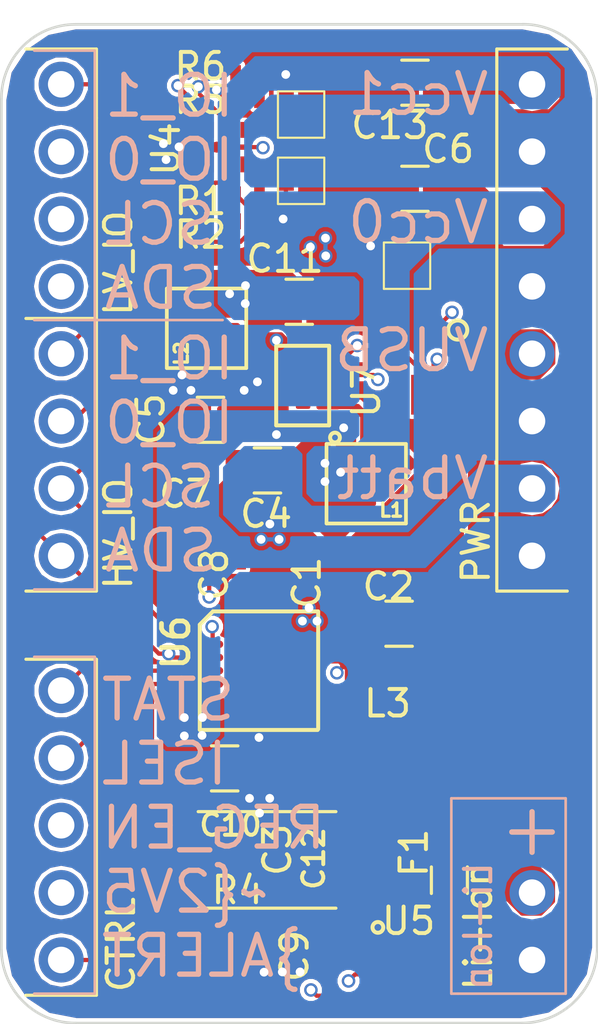
<source format=kicad_pcb>
(kicad_pcb (version 4) (host pcbnew 4.0.6)

  (general
    (links 123)
    (no_connects 0)
    (area -15.202501 15.795 58.072501 97.842101)
    (thickness 1.6)
    (drawings 48)
    (tracks 376)
    (zones 0)
    (modules 35)
    (nets 30)
  )

  (page User 159.995 130.023)
  (title_block
    (title "Digitabulum PowerPlant Module")
    (date 2017-06-17)
    (rev 1)
    (company "Manuvr, Inc")
  )

  (layers
    (0 F.Cu signal)
    (1 Inner1.Cu signal)
    (2 Inner2.Cu signal hide)
    (31 B.Cu signal hide)
    (32 B.Adhes user)
    (33 F.Adhes user hide)
    (34 B.Paste user)
    (35 F.Paste user)
    (36 B.SilkS user)
    (37 F.SilkS user hide)
    (38 B.Mask user)
    (39 F.Mask user)
    (40 Dwgs.User user)
    (42 Eco1.User user)
    (44 Edge.Cuts user)
  )

  (setup
    (last_trace_width 0.16)
    (trace_clearance 0.16)
    (zone_clearance 0.14)
    (zone_45_only yes)
    (trace_min 0.127)
    (segment_width 0.1)
    (edge_width 0.1)
    (via_size 0.51)
    (via_drill 0.33)
    (via_min_size 0.33)
    (via_min_drill 0.21)
    (uvia_size 0.51)
    (uvia_drill 0.34)
    (uvias_allowed no)
    (uvia_min_size 0.381)
    (uvia_min_drill 0.26)
    (pcb_text_width 0.3)
    (pcb_text_size 0.5 0.5)
    (mod_edge_width 0.1)
    (mod_text_size 0.5 0.5)
    (mod_text_width 0.125)
    (pad_size 1.8 0.8)
    (pad_drill 0)
    (pad_to_mask_clearance 0)
    (aux_axis_origin 0 0)
    (visible_elements FFFF737F)
    (pcbplotparams
      (layerselection 0x010f0_80000007)
      (usegerberextensions true)
      (excludeedgelayer true)
      (linewidth 0.150000)
      (plotframeref false)
      (viasonmask false)
      (mode 1)
      (useauxorigin false)
      (hpglpennumber 1)
      (hpglpenspeed 20)
      (hpglpendiameter 15)
      (hpglpenoverlay 2)
      (psnegative false)
      (psa4output false)
      (plotreference true)
      (plotvalue true)
      (plotinvisibletext false)
      (padsonsilk false)
      (subtractmaskfromsilk true)
      (outputformat 1)
      (mirror false)
      (drillshape 0)
      (scaleselection 1)
      (outputdirectory FabOutputs/))
  )

  (net 0 "")
  (net 1 /Vbatt)
  (net 2 /I2C_SDA)
  (net 3 /I2C_SCL)
  (net 4 /VCCUSB)
  (net 5 GND)
  (net 6 /VCC1)
  (net 7 "Net-(C2-Pad1)")
  (net 8 /VCC0)
  (net 9 "Net-(L1-Pad2)")
  (net 10 /~SHUTDOWN)
  (net 11 "Net-(F1-Pad2)")
  (net 12 "Net-(C8-Pad1)")
  (net 13 /Vlipo)
  (net 14 /ALERT)
  (net 15 /ISEL)
  (net 16 /I2C_SDA_LV)
  (net 17 /I2C_SCL_LV)
  (net 18 "Net-(C3-Pad1)")
  (net 19 "Net-(C8-Pad2)")
  (net 20 "Net-(C12-Pad1)")
  (net 21 "Net-(L2-Pad1)")
  (net 22 "Net-(QA_NPN1-Pad4)")
  (net 23 "Net-(U5-Pad7)")
  (net 24 /~2V5)
  (net 25 /STAT)
  (net 26 /IO_1)
  (net 27 /IO_0)
  (net 28 /LV_IO_1)
  (net 29 /LV_IO_0)

  (net_class Default "This is the default net class."
    (clearance 0.16)
    (trace_width 0.16)
    (via_dia 0.51)
    (via_drill 0.33)
    (uvia_dia 0.51)
    (uvia_drill 0.34)
    (add_net /ALERT)
    (add_net /I2C_SCL)
    (add_net /I2C_SCL_LV)
    (add_net /I2C_SDA)
    (add_net /I2C_SDA_LV)
    (add_net /IO_0)
    (add_net /IO_1)
    (add_net /ISEL)
    (add_net /LV_IO_0)
    (add_net /LV_IO_1)
    (add_net /STAT)
    (add_net /VCC0)
    (add_net /VCC1)
    (add_net /VCCUSB)
    (add_net /Vlipo)
    (add_net /~2V5)
    (add_net /~SHUTDOWN)
    (add_net GND)
    (add_net "Net-(C12-Pad1)")
    (add_net "Net-(C2-Pad1)")
    (add_net "Net-(C3-Pad1)")
    (add_net "Net-(C8-Pad1)")
    (add_net "Net-(C8-Pad2)")
    (add_net "Net-(F1-Pad2)")
    (add_net "Net-(L1-Pad2)")
    (add_net "Net-(L2-Pad1)")
    (add_net "Net-(QA_NPN1-Pad4)")
    (add_net "Net-(U5-Pad7)")
  )

  (net_class GND ""
    (clearance 0.16)
    (trace_width 0.16)
    (via_dia 0.51)
    (via_drill 0.33)
    (uvia_dia 0.61)
    (uvia_drill 0.43)
  )

  (net_class High-Current ""
    (clearance 0.16)
    (trace_width 0.16)
    (via_dia 0.51)
    (via_drill 0.33)
    (uvia_dia 0.51)
    (uvia_drill 0.34)
    (add_net /Vbatt)
  )

  (net_class VCC ""
    (clearance 0.16)
    (trace_width 0.16)
    (via_dia 0.51)
    (via_drill 0.33)
    (uvia_dia 0.51)
    (uvia_drill 0.34)
  )

  (module Pin_Headers:Pin_Header_Straight_1x04_Pitch2.54mm (layer F.Cu) (tedit 594394F5) (tstamp 59430663)
    (at 17.54 19.06)
    (descr "Through hole straight pin header, 1x04, 2.54mm pitch, single row")
    (tags "Through hole pin header THT 1x04 2.54mm single row")
    (path /5943BAF1)
    (fp_text reference P5 (at 0 -2.33) (layer F.SilkS) hide
      (effects (font (size 1 1) (thickness 0.15)))
    )
    (fp_text value LV_IO (at 2.16 6.74 90) (layer F.SilkS)
      (effects (font (size 1 1) (thickness 0.15)))
    )
    (fp_line (start 1.33 -1.33) (end 1.33 1.27) (layer F.SilkS) (width 0.12))
    (fp_line (start 1.33 8.95) (end 1.33 1.27) (layer F.SilkS) (width 0.12))
    (fp_line (start 1.33 -1.33) (end -1.33 -1.33) (layer F.SilkS) (width 0.12))
    (fp_line (start -1.8 -1.8) (end -1.8 9.4) (layer F.CrtYd) (width 0.05))
    (fp_line (start -1.8 9.4) (end 1.8 9.4) (layer F.CrtYd) (width 0.05))
    (fp_line (start 1.8 9.4) (end 1.8 -1.8) (layer F.CrtYd) (width 0.05))
    (fp_line (start 1.8 -1.8) (end -1.8 -1.8) (layer F.CrtYd) (width 0.05))
    (fp_text user %R (at 0 -2.33) (layer F.Fab)
      (effects (font (size 1 1) (thickness 0.15)))
    )
    (pad 1 thru_hole circle (at 0 0) (size 1.7 1.7) (drill 1) (layers *.Cu *.Mask)
      (net 29 /LV_IO_0))
    (pad 2 thru_hole oval (at 0 2.54) (size 1.7 1.7) (drill 1) (layers *.Cu *.Mask)
      (net 28 /LV_IO_1))
    (pad 3 thru_hole oval (at 0 5.08) (size 1.7 1.7) (drill 1) (layers *.Cu *.Mask)
      (net 17 /I2C_SCL_LV))
    (pad 4 thru_hole oval (at 0 7.62) (size 1.7 1.7) (drill 1) (layers *.Cu *.Mask)
      (net 16 /I2C_SDA_LV))
    (model ${KISYS3DMOD}/Pin_Headers.3dshapes/Pin_Header_Straight_1x04_Pitch2.54mm.wrl
      (at (xyz 0 -0.15 0))
      (scale (xyz 1 1 1))
      (rotate (xyz 0 0 90))
    )
  )

  (module Pin_Headers:Pin_Header_Straight_1x08_Pitch2.54mm (layer F.Cu) (tedit 59439497) (tstamp 5943062F)
    (at 35.32 36.84 180)
    (descr "Through hole straight pin header, 1x08, 2.54mm pitch, single row")
    (tags "Through hole pin header THT 1x08 2.54mm single row")
    (path /59438EFA)
    (fp_text reference P3 (at 0 -2.33 180) (layer F.SilkS) hide
      (effects (font (size 1 1) (thickness 0.15)))
    )
    (fp_text value PWR (at 2.12 0.54 450) (layer F.SilkS)
      (effects (font (size 1 1) (thickness 0.15)))
    )
    (fp_line (start 1.33 -1.33) (end 1.33 1.27) (layer F.SilkS) (width 0.12))
    (fp_line (start 1.33 1.27) (end 1.33 19.11) (layer F.SilkS) (width 0.12))
    (fp_line (start -1.33 19.11) (end 1.33 19.11) (layer F.SilkS) (width 0.12))
    (fp_line (start 1.33 -1.33) (end -1.33 -1.33) (layer F.SilkS) (width 0.12))
    (fp_line (start -1.8 -1.8) (end -1.8 19.55) (layer F.CrtYd) (width 0.05))
    (fp_line (start -1.8 19.55) (end 1.8 19.55) (layer F.CrtYd) (width 0.05))
    (fp_line (start 1.8 19.55) (end 1.8 -1.8) (layer F.CrtYd) (width 0.05))
    (fp_line (start 1.8 -1.8) (end -1.8 -1.8) (layer F.CrtYd) (width 0.05))
    (fp_text user %R (at 0 -2.33 180) (layer F.Fab)
      (effects (font (size 1 1) (thickness 0.15)))
    )
    (pad 1 thru_hole rect (at 0 0 180) (size 1.7 1.7) (drill 1) (layers *.Cu *.Mask)
      (net 5 GND))
    (pad 2 thru_hole oval (at 0 2.54 180) (size 1.7 1.7) (drill 1) (layers *.Cu *.Mask)
      (net 1 /Vbatt))
    (pad 3 thru_hole rect (at 0 5.08 180) (size 1.7 1.7) (drill 1) (layers *.Cu *.Mask)
      (net 5 GND))
    (pad 4 thru_hole oval (at 0 7.62 180) (size 1.7 1.7) (drill 1) (layers *.Cu *.Mask)
      (net 4 /VCCUSB))
    (pad 5 thru_hole rect (at 0 10.16 180) (size 1.7 1.7) (drill 1) (layers *.Cu *.Mask)
      (net 5 GND))
    (pad 6 thru_hole oval (at 0 12.7 180) (size 1.7 1.7) (drill 1) (layers *.Cu *.Mask)
      (net 8 /VCC0))
    (pad 7 thru_hole rect (at 0 15.24 180) (size 1.7 1.7) (drill 1) (layers *.Cu *.Mask)
      (net 5 GND))
    (pad 8 thru_hole oval (at 0 17.78 180) (size 1.7 1.7) (drill 1) (layers *.Cu *.Mask)
      (net 6 /VCC1))
    (model ${KISYS3DMOD}/Pin_Headers.3dshapes/Pin_Header_Straight_1x08_Pitch2.54mm.wrl
      (at (xyz 0 -0.35 0))
      (scale (xyz 1 1 1))
      (rotate (xyz 0 0 90))
    )
  )

  (module Pin_Headers:Pin_Header_Straight_1x04_Pitch2.54mm (layer F.Cu) (tedit 5943948B) (tstamp 59436CFF)
    (at 17.54 29.22)
    (descr "Through hole straight pin header, 1x04, 2.54mm pitch, single row")
    (tags "Through hole pin header THT 1x04 2.54mm single row")
    (path /5943DB37)
    (fp_text reference P6 (at 0 -2.33) (layer F.SilkS) hide
      (effects (font (size 1 1) (thickness 0.15)))
    )
    (fp_text value HV_IO (at 2.16 6.78 90) (layer F.SilkS)
      (effects (font (size 1 1) (thickness 0.15)))
    )
    (fp_line (start 1.33 -1.33) (end 1.33 8.95) (layer F.SilkS) (width 0.12))
    (fp_line (start -1.33 8.95) (end 1.33 8.95) (layer F.SilkS) (width 0.12))
    (fp_line (start 1.33 -1.33) (end -1.33 -1.33) (layer F.SilkS) (width 0.12))
    (fp_line (start -1.8 -1.8) (end -1.8 9.4) (layer F.CrtYd) (width 0.05))
    (fp_line (start -1.8 9.4) (end 1.8 9.4) (layer F.CrtYd) (width 0.05))
    (fp_line (start 1.8 9.4) (end 1.8 -1.8) (layer F.CrtYd) (width 0.05))
    (fp_line (start 1.8 -1.8) (end -1.8 -1.8) (layer F.CrtYd) (width 0.05))
    (fp_text user %R (at 0 -2.33) (layer F.Fab)
      (effects (font (size 1 1) (thickness 0.15)))
    )
    (pad 1 thru_hole circle (at 0 0) (size 1.7 1.7) (drill 1) (layers *.Cu *.Mask)
      (net 27 /IO_0))
    (pad 2 thru_hole oval (at 0 2.54) (size 1.7 1.7) (drill 1) (layers *.Cu *.Mask)
      (net 26 /IO_1))
    (pad 3 thru_hole oval (at 0 5.08) (size 1.7 1.7) (drill 1) (layers *.Cu *.Mask)
      (net 3 /I2C_SCL))
    (pad 4 thru_hole oval (at 0 7.62) (size 1.7 1.7) (drill 1) (layers *.Cu *.Mask)
      (net 2 /I2C_SDA))
    (model ${KISYS3DMOD}/Pin_Headers.3dshapes/Pin_Header_Straight_1x04_Pitch2.54mm.wrl
      (at (xyz 0 -0.15 0))
      (scale (xyz 1 1 1))
      (rotate (xyz 0 0 90))
    )
  )

  (module Pin_Headers:Pin_Header_Straight_1x05_Pitch2.54mm (layer F.Cu) (tedit 59439490) (tstamp 59436CE8)
    (at 17.54 41.92)
    (descr "Through hole straight pin header, 1x05, 2.54mm pitch, single row")
    (tags "Through hole pin header THT 1x05 2.54mm single row")
    (path /5943FF52)
    (fp_text reference P4 (at -3.39 2.08) (layer F.SilkS) hide
      (effects (font (size 1 1) (thickness 0.15)))
    )
    (fp_text value CTRL (at 2.26 9.58 90) (layer F.SilkS)
      (effects (font (size 1 1) (thickness 0.15)))
    )
    (fp_line (start 1.33 -1.18) (end 1.33 11.49) (layer F.SilkS) (width 0.12))
    (fp_line (start -1.33 11.49) (end 1.33 11.49) (layer F.SilkS) (width 0.12))
    (fp_line (start 1.33 -1.18) (end -1.33 -1.18) (layer F.SilkS) (width 0.12))
    (fp_line (start -1.8 -1.8) (end -1.8 11.95) (layer F.CrtYd) (width 0.05))
    (fp_line (start -1.8 11.95) (end 1.8 11.95) (layer F.CrtYd) (width 0.05))
    (fp_line (start 1.8 11.95) (end 1.8 -1.8) (layer F.CrtYd) (width 0.05))
    (fp_line (start 1.8 -1.8) (end -1.8 -1.8) (layer F.CrtYd) (width 0.05))
    (fp_text user %R (at 0 -2.33) (layer F.Fab)
      (effects (font (size 1 1) (thickness 0.15)))
    )
    (pad 1 thru_hole circle (at 0 0) (size 1.7 1.7) (drill 1) (layers *.Cu *.Mask)
      (net 25 /STAT))
    (pad 2 thru_hole oval (at 0 2.54) (size 1.7 1.7) (drill 1) (layers *.Cu *.Mask)
      (net 15 /ISEL))
    (pad 3 thru_hole oval (at 0 5.08) (size 1.7 1.7) (drill 1) (layers *.Cu *.Mask)
      (net 10 /~SHUTDOWN))
    (pad 4 thru_hole oval (at 0 7.62) (size 1.7 1.7) (drill 1) (layers *.Cu *.Mask)
      (net 24 /~2V5))
    (pad 5 thru_hole oval (at 0 10.16) (size 1.7 1.7) (drill 1) (layers *.Cu *.Mask)
      (net 14 /ALERT))
    (model ${KISYS3DMOD}/Pin_Headers.3dshapes/Pin_Header_Straight_1x05_Pitch2.54mm.wrl
      (at (xyz 0 -0.2 0))
      (scale (xyz 1 1 1))
      (rotate (xyz 0 0 90))
    )
  )

  (module TO_SOT_Packages_SMD:SOT-363_SC-70-6_Handsoldering (layer F.Cu) (tedit 590DCC36) (tstamp 590DC022)
    (at 30.954 29.436 270)
    (descr "SOT-363, SC-70-6, Handsoldering")
    (tags "SOT-363 SC-70-6 Handsoldering")
    (path /590E03C1)
    (attr smd)
    (fp_text reference QA_NPN1 (at 0 -2 270) (layer F.SilkS) hide
      (effects (font (size 1 1) (thickness 0.15)))
    )
    (fp_text value QA_NPN (at 0 2 270) (layer F.Fab) hide
      (effects (font (size 1 1) (thickness 0.15)))
    )
    (fp_circle (center -1.11 -1.56) (end -0.85 -1.31) (layer F.SilkS) (width 0.15))
    (fp_text user %R (at 0 0 270) (layer F.Fab)
      (effects (font (size 0.5 0.5) (thickness 0.075)))
    )
    (fp_line (start -2.4 1.4) (end 2.4 1.4) (layer F.CrtYd) (width 0.05))
    (fp_line (start 2.4 1.4) (end 2.4 -1.4) (layer F.CrtYd) (width 0.05))
    (fp_line (start -2.4 -1.4) (end -2.4 1.4) (layer F.CrtYd) (width 0.05))
    (fp_line (start -2.4 -1.4) (end 2.4 -1.4) (layer F.CrtYd) (width 0.05))
    (fp_line (start 0.675 -1.1) (end -0.175 -1.1) (layer F.Fab) (width 0.1))
    (fp_line (start -0.675 -0.6) (end -0.675 1.1) (layer F.Fab) (width 0.1))
    (fp_line (start 0.675 -1.1) (end 0.675 1.1) (layer F.Fab) (width 0.1))
    (fp_line (start 0.675 1.1) (end -0.675 1.1) (layer F.Fab) (width 0.1))
    (fp_line (start -0.175 -1.1) (end -0.675 -0.6) (layer F.Fab) (width 0.1))
    (pad 1 smd rect (at -1.33 -0.65 270) (size 1.5 0.4) (layers F.Cu F.Paste F.Mask)
      (net 10 /~SHUTDOWN))
    (pad 2 smd rect (at -1.33 0 270) (size 1.5 0.4) (layers F.Cu F.Paste F.Mask)
      (net 5 GND))
    (pad 3 smd rect (at -1.33 0.65 270) (size 1.5 0.4) (layers F.Cu F.Paste F.Mask)
      (net 8 /VCC0))
    (pad 4 smd rect (at 1.33 0.65 270) (size 1.5 0.4) (layers F.Cu F.Paste F.Mask)
      (net 22 "Net-(QA_NPN1-Pad4)"))
    (pad 5 smd rect (at 1.33 0 270) (size 1.5 0.4) (layers F.Cu F.Paste F.Mask)
      (net 8 /VCC0))
    (pad 6 smd rect (at 1.33 -0.65 270) (size 1.5 0.4) (layers F.Cu F.Paste F.Mask)
      (net 24 /~2V5))
    (model ${KISYS3DMOD}/TO_SOT_Packages_SMD.3dshapes/SOT-363_SC-70-6.wrl
      (at (xyz 0 0 0))
      (scale (xyz 1 1 1))
      (rotate (xyz 0 0 0))
    )
  )

  (module Pin_Headers:Pin_Header_Straight_1x02_Pitch2.54mm (layer F.Cu) (tedit 5912C8A9) (tstamp 590D9158)
    (at 35.32 52.08 180)
    (descr "Through hole straight pin header, 1x02, 2.54mm pitch, single row")
    (tags "Through hole pin header THT 1x02 2.54mm single row")
    (path /58831C28)
    (fp_text reference P2 (at -1.75 -0.08 270) (layer F.SilkS) hide
      (effects (font (size 1 1) (thickness 0.15)))
    )
    (fp_text value CONN_01X02 (at 0 4.87 180) (layer F.Fab) hide
      (effects (font (size 1 1) (thickness 0.15)))
    )
    (fp_line (start -1.8 -1.8) (end -1.8 4.35) (layer F.CrtYd) (width 0.05))
    (fp_line (start -1.8 4.35) (end 1.8 4.35) (layer F.CrtYd) (width 0.05))
    (fp_line (start 1.8 4.35) (end 1.8 -1.8) (layer F.CrtYd) (width 0.05))
    (fp_line (start 1.8 -1.8) (end -1.8 -1.8) (layer F.CrtYd) (width 0.05))
    (fp_text user %R (at 0.35 -2.35 180) (layer F.Fab) hide
      (effects (font (size 1 1) (thickness 0.15)))
    )
    (pad 1 thru_hole rect (at 0 0 180) (size 1.7 1.7) (drill 1) (layers *.Cu *.Mask)
      (net 5 GND))
    (pad 2 thru_hole oval (at 0 2.54 180) (size 1.7 1.7) (drill 1) (layers *.Cu *.Mask)
      (net 11 "Net-(F1-Pad2)"))
    (model ${KISYS3DMOD}/Pin_Headers.3dshapes/Pin_Header_Straight_1x02_Pitch2.54mm.wrl
      (at (xyz 0 -0.05 0))
      (scale (xyz 1 1 1))
      (rotate (xyz 0 0 90))
    )
  )

  (module Capacitors_SMD:C_0402_NoSilk (layer F.Cu) (tedit 591831E5) (tstamp 58FD803D)
    (at 25.764 37.656 90)
    (descr "Capacitor SMD 0402, reflow soldering, AVX (see smccp.pdf)")
    (tags "capacitor 0402")
    (path /58FE9B89)
    (attr smd)
    (fp_text reference C1 (at -0.2 1.05 90) (layer F.SilkS)
      (effects (font (size 1 1) (thickness 0.15)))
    )
    (fp_text value 1uF (at 0 1.27 90) (layer F.Fab) hide
      (effects (font (size 1 1) (thickness 0.15)))
    )
    (fp_text user %R (at 0 -1.27 90) (layer F.Fab)
      (effects (font (size 1 1) (thickness 0.15)))
    )
    (fp_line (start -0.5 0.25) (end -0.5 -0.25) (layer F.Fab) (width 0.1))
    (fp_line (start 0.5 0.25) (end -0.5 0.25) (layer F.Fab) (width 0.1))
    (fp_line (start 0.5 -0.25) (end 0.5 0.25) (layer F.Fab) (width 0.1))
    (fp_line (start -0.5 -0.25) (end 0.5 -0.25) (layer F.Fab) (width 0.1))
    (fp_line (start -1 -0.4) (end 1 -0.4) (layer F.CrtYd) (width 0.05))
    (fp_line (start -1 -0.4) (end -1 0.4) (layer F.CrtYd) (width 0.05))
    (fp_line (start 1 0.4) (end 1 -0.4) (layer F.CrtYd) (width 0.05))
    (fp_line (start 1 0.4) (end -1 0.4) (layer F.CrtYd) (width 0.05))
    (pad 1 smd rect (at -0.55 0 90) (size 0.6 0.5) (layers F.Cu F.Paste F.Mask)
      (net 4 /VCCUSB))
    (pad 2 smd rect (at 0.55 0 90) (size 0.6 0.5) (layers F.Cu F.Paste F.Mask)
      (net 5 GND))
    (model Capacitors_SMD.3dshapes/C_0402.wrl
      (at (xyz 0 0 0))
      (scale (xyz 1 1 1))
      (rotate (xyz 0 0 0))
    )
  )

  (module Capacitors_SMD:C_0402_NoSilk (layer F.Cu) (tedit 59140F1A) (tstamp 58FD80A6)
    (at 26.209 44.871 270)
    (descr "Capacitor SMD 0402, reflow soldering, AVX (see smccp.pdf)")
    (tags "capacitor 0402")
    (path /58FE3A4D)
    (attr smd)
    (fp_text reference C3 (at 3.055 0.505 270) (layer F.SilkS)
      (effects (font (size 1 1) (thickness 0.15)))
    )
    (fp_text value 1uF (at 0 1.27 270) (layer F.Fab) hide
      (effects (font (size 1 1) (thickness 0.15)))
    )
    (fp_text user %R (at 0 -1.27 270) (layer F.Fab)
      (effects (font (size 1 1) (thickness 0.15)))
    )
    (fp_line (start -0.5 0.25) (end -0.5 -0.25) (layer F.Fab) (width 0.1))
    (fp_line (start 0.5 0.25) (end -0.5 0.25) (layer F.Fab) (width 0.1))
    (fp_line (start 0.5 -0.25) (end 0.5 0.25) (layer F.Fab) (width 0.1))
    (fp_line (start -0.5 -0.25) (end 0.5 -0.25) (layer F.Fab) (width 0.1))
    (fp_line (start -1 -0.4) (end 1 -0.4) (layer F.CrtYd) (width 0.05))
    (fp_line (start -1 -0.4) (end -1 0.4) (layer F.CrtYd) (width 0.05))
    (fp_line (start 1 0.4) (end 1 -0.4) (layer F.CrtYd) (width 0.05))
    (fp_line (start 1 0.4) (end -1 0.4) (layer F.CrtYd) (width 0.05))
    (pad 1 smd rect (at -0.55 0 270) (size 0.6 0.5) (layers F.Cu F.Paste F.Mask)
      (net 18 "Net-(C3-Pad1)"))
    (pad 2 smd rect (at 0.55 0 270) (size 0.6 0.5) (layers F.Cu F.Paste F.Mask)
      (net 5 GND))
    (model Capacitors_SMD.3dshapes/C_0402.wrl
      (at (xyz 0 0 0))
      (scale (xyz 1 1 1))
      (rotate (xyz 0 0 0))
    )
  )

  (module Capacitors_SMD:C_0402_NoSilk (layer F.Cu) (tedit 59437236) (tstamp 58FD80E2)
    (at 22.23 33.32 180)
    (descr "Capacitor SMD 0402, reflow soldering, AVX (see smccp.pdf)")
    (tags "capacitor 0402")
    (path /58FE3B83)
    (attr smd)
    (fp_text reference C7 (at 0.01 -1.19 180) (layer F.SilkS)
      (effects (font (size 1 1) (thickness 0.15)))
    )
    (fp_text value 1uF (at 0 1.27 180) (layer F.Fab) hide
      (effects (font (size 1 1) (thickness 0.15)))
    )
    (fp_text user %R (at 0 -1.27 180) (layer F.Fab)
      (effects (font (size 1 1) (thickness 0.15)))
    )
    (fp_line (start -0.5 0.25) (end -0.5 -0.25) (layer F.Fab) (width 0.1))
    (fp_line (start 0.5 0.25) (end -0.5 0.25) (layer F.Fab) (width 0.1))
    (fp_line (start 0.5 -0.25) (end 0.5 0.25) (layer F.Fab) (width 0.1))
    (fp_line (start -0.5 -0.25) (end 0.5 -0.25) (layer F.Fab) (width 0.1))
    (fp_line (start -1 -0.4) (end 1 -0.4) (layer F.CrtYd) (width 0.05))
    (fp_line (start -1 -0.4) (end -1 0.4) (layer F.CrtYd) (width 0.05))
    (fp_line (start 1 0.4) (end 1 -0.4) (layer F.CrtYd) (width 0.05))
    (fp_line (start 1 0.4) (end -1 0.4) (layer F.CrtYd) (width 0.05))
    (pad 1 smd rect (at -0.55 0 180) (size 0.6 0.5) (layers F.Cu F.Paste F.Mask)
      (net 1 /Vbatt))
    (pad 2 smd rect (at 0.55 0 180) (size 0.6 0.5) (layers F.Cu F.Paste F.Mask)
      (net 5 GND))
    (model Capacitors_SMD.3dshapes/C_0402.wrl
      (at (xyz 0 0 0))
      (scale (xyz 1 1 1))
      (rotate (xyz 0 0 0))
    )
  )

  (module Capacitors_SMD:C_0402_NoSilk (layer F.Cu) (tedit 59435D62) (tstamp 58FD80F1)
    (at 27.399 51.971 270)
    (descr "Capacitor SMD 0402, reflow soldering, AVX (see smccp.pdf)")
    (tags "capacitor 0402")
    (path /58FE3953)
    (attr smd)
    (fp_text reference C9 (at -0.045 1.045 270) (layer F.SilkS)
      (effects (font (size 1 1) (thickness 0.15)))
    )
    (fp_text value 10uF (at 0 1.27 270) (layer F.Fab) hide
      (effects (font (size 1 1) (thickness 0.15)))
    )
    (fp_text user %R (at 0 -1.27 270) (layer F.Fab)
      (effects (font (size 1 1) (thickness 0.15)))
    )
    (fp_line (start -0.5 0.25) (end -0.5 -0.25) (layer F.Fab) (width 0.1))
    (fp_line (start 0.5 0.25) (end -0.5 0.25) (layer F.Fab) (width 0.1))
    (fp_line (start 0.5 -0.25) (end 0.5 0.25) (layer F.Fab) (width 0.1))
    (fp_line (start -0.5 -0.25) (end 0.5 -0.25) (layer F.Fab) (width 0.1))
    (fp_line (start -1 -0.4) (end 1 -0.4) (layer F.CrtYd) (width 0.05))
    (fp_line (start -1 -0.4) (end -1 0.4) (layer F.CrtYd) (width 0.05))
    (fp_line (start 1 0.4) (end 1 -0.4) (layer F.CrtYd) (width 0.05))
    (fp_line (start 1 0.4) (end -1 0.4) (layer F.CrtYd) (width 0.05))
    (pad 1 smd rect (at -0.55 0 270) (size 0.6 0.5) (layers F.Cu F.Paste F.Mask)
      (net 1 /Vbatt))
    (pad 2 smd rect (at 0.55 0 270) (size 0.6 0.5) (layers F.Cu F.Paste F.Mask)
      (net 5 GND))
    (model Capacitors_SMD.3dshapes/C_0402.wrl
      (at (xyz 0 0 0))
      (scale (xyz 1 1 1))
      (rotate (xyz 0 0 0))
    )
  )

  (module Capacitors_SMD:C_0402_NoSilk (layer F.Cu) (tedit 591831E0) (tstamp 58FD8100)
    (at 24.264 37.606 270)
    (descr "Capacitor SMD 0402, reflow soldering, AVX (see smccp.pdf)")
    (tags "capacitor 0402")
    (path /58FE5D97)
    (attr smd)
    (fp_text reference C8 (at -0.05 0.95 450) (layer F.SilkS)
      (effects (font (size 1 1) (thickness 0.15)))
    )
    (fp_text value 10nF (at 0 1.27 270) (layer F.Fab) hide
      (effects (font (size 1 1) (thickness 0.15)))
    )
    (fp_text user %R (at 0 -1.27 270) (layer F.Fab)
      (effects (font (size 1 1) (thickness 0.15)))
    )
    (fp_line (start -0.5 0.25) (end -0.5 -0.25) (layer F.Fab) (width 0.1))
    (fp_line (start 0.5 0.25) (end -0.5 0.25) (layer F.Fab) (width 0.1))
    (fp_line (start 0.5 -0.25) (end 0.5 0.25) (layer F.Fab) (width 0.1))
    (fp_line (start -0.5 -0.25) (end 0.5 -0.25) (layer F.Fab) (width 0.1))
    (fp_line (start -1 -0.4) (end 1 -0.4) (layer F.CrtYd) (width 0.05))
    (fp_line (start -1 -0.4) (end -1 0.4) (layer F.CrtYd) (width 0.05))
    (fp_line (start 1 0.4) (end 1 -0.4) (layer F.CrtYd) (width 0.05))
    (fp_line (start 1 0.4) (end -1 0.4) (layer F.CrtYd) (width 0.05))
    (pad 1 smd rect (at -0.55 0 270) (size 0.6 0.5) (layers F.Cu F.Paste F.Mask)
      (net 12 "Net-(C8-Pad1)"))
    (pad 2 smd rect (at 0.55 0 270) (size 0.6 0.5) (layers F.Cu F.Paste F.Mask)
      (net 19 "Net-(C8-Pad2)"))
    (model Capacitors_SMD.3dshapes/C_0402.wrl
      (at (xyz 0 0 0))
      (scale (xyz 1 1 1))
      (rotate (xyz 0 0 0))
    )
  )

  (module Capacitors_SMD:C_0402_NoSilk (layer F.Cu) (tedit 59140F27) (tstamp 58FD811E)
    (at 27.209 44.871 270)
    (descr "Capacitor SMD 0402, reflow soldering, AVX (see smccp.pdf)")
    (tags "capacitor 0402")
    (path /58FE6B58)
    (attr smd)
    (fp_text reference C12 (at 3.385 0.135 270) (layer F.SilkS)
      (effects (font (size 0.8 0.8) (thickness 0.15)))
    )
    (fp_text value 0.1uF (at 0 1.27 270) (layer F.Fab) hide
      (effects (font (size 1 1) (thickness 0.15)))
    )
    (fp_text user %R (at 0 -1.27 270) (layer F.Fab)
      (effects (font (size 1 1) (thickness 0.15)))
    )
    (fp_line (start -0.5 0.25) (end -0.5 -0.25) (layer F.Fab) (width 0.1))
    (fp_line (start 0.5 0.25) (end -0.5 0.25) (layer F.Fab) (width 0.1))
    (fp_line (start 0.5 -0.25) (end 0.5 0.25) (layer F.Fab) (width 0.1))
    (fp_line (start -0.5 -0.25) (end 0.5 -0.25) (layer F.Fab) (width 0.1))
    (fp_line (start -1 -0.4) (end 1 -0.4) (layer F.CrtYd) (width 0.05))
    (fp_line (start -1 -0.4) (end -1 0.4) (layer F.CrtYd) (width 0.05))
    (fp_line (start 1 0.4) (end 1 -0.4) (layer F.CrtYd) (width 0.05))
    (fp_line (start 1 0.4) (end -1 0.4) (layer F.CrtYd) (width 0.05))
    (pad 1 smd rect (at -0.55 0 270) (size 0.6 0.5) (layers F.Cu F.Paste F.Mask)
      (net 20 "Net-(C12-Pad1)"))
    (pad 2 smd rect (at 0.55 0 270) (size 0.6 0.5) (layers F.Cu F.Paste F.Mask)
      (net 5 GND))
    (model Capacitors_SMD.3dshapes/C_0402.wrl
      (at (xyz 0 0 0))
      (scale (xyz 1 1 1))
      (rotate (xyz 0 0 0))
    )
  )

  (module iansModules:L-SMD (layer F.Cu) (tedit 590DC1F1) (tstamp 58FDB1A2)
    (at 29.059 34.121 90)
    (path /58FD8FE9)
    (attr smd)
    (fp_text reference L1 (at -1 0.95 180) (layer F.SilkS)
      (effects (font (size 0.5 0.5) (thickness 0.125)))
    )
    (fp_text value 2.2uH (at -1 0.7 90) (layer F.SilkS) hide
      (effects (font (size 0.5 0.5) (thickness 0.125)))
    )
    (fp_line (start -1.5 -1.5) (end -1.5 1.5) (layer F.SilkS) (width 0.14))
    (fp_line (start -1.5 1.5) (end 1.5 1.5) (layer F.SilkS) (width 0.14))
    (fp_line (start 1.5 1.5) (end 1.5 -1.5) (layer F.SilkS) (width 0.14))
    (fp_line (start 1.5 -1.5) (end -1.5 -1.5) (layer F.SilkS) (width 0.14))
    (pad 1 smd rect (at -0.9 -0.9 135) (size 1.3 1.3) (layers F.Cu F.Paste F.Mask)
      (net 8 /VCC0))
    (pad 2 smd rect (at 0.9 0.9 135) (size 1.3 1.3) (layers F.Cu F.Paste F.Mask)
      (net 9 "Net-(L1-Pad2)"))
  )

  (module iansModules:L-SMD (layer F.Cu) (tedit 590DC1E8) (tstamp 58FDB1B6)
    (at 23.029 28.261 180)
    (path /58FD8CD5)
    (attr smd)
    (fp_text reference L2 (at 0.95 -0.95 270) (layer F.SilkS)
      (effects (font (size 0.5 0.5) (thickness 0.125)))
    )
    (fp_text value 2.2uH (at -1 0.7 180) (layer F.SilkS) hide
      (effects (font (size 0.5 0.5) (thickness 0.125)))
    )
    (fp_line (start -1.5 -1.5) (end -1.5 1.5) (layer F.SilkS) (width 0.14))
    (fp_line (start -1.5 1.5) (end 1.5 1.5) (layer F.SilkS) (width 0.14))
    (fp_line (start 1.5 1.5) (end 1.5 -1.5) (layer F.SilkS) (width 0.14))
    (fp_line (start 1.5 -1.5) (end -1.5 -1.5) (layer F.SilkS) (width 0.14))
    (pad 1 smd rect (at -0.9 -0.9 225) (size 1.3 1.3) (layers F.Cu F.Paste F.Mask)
      (net 21 "Net-(L2-Pad1)"))
    (pad 2 smd rect (at 0.9 0.9 225) (size 1.3 1.3) (layers F.Cu F.Paste F.Mask)
      (net 6 /VCC1))
  )

  (module "r2Parts:MLPQ-W18 (2mmx3mm)" (layer F.Cu) (tedit 590DC1F5) (tstamp 58FDF403)
    (at 26.659 30.421 180)
    (path /590EA43E)
    (fp_text reference U7 (at -2.4 -0.2 270) (layer F.SilkS)
      (effects (font (size 1 1) (thickness 0.15)))
    )
    (fp_text value SC283 (at 0.73 3.24 180) (layer F.Fab) hide
      (effects (font (size 1 1) (thickness 0.15)))
    )
    (fp_circle (center -1.22 -1.96) (end -1.08 -1.84) (layer F.SilkS) (width 0.15))
    (fp_line (start -1 -1.5) (end -1 1.5) (layer F.SilkS) (width 0.15))
    (fp_line (start -1 1.5) (end 1 1.5) (layer F.SilkS) (width 0.15))
    (fp_line (start 1 1.5) (end 1 -1.5) (layer F.SilkS) (width 0.15))
    (fp_line (start 1 -1.5) (end -1 -1.5) (layer F.SilkS) (width 0.15))
    (pad T2 smd rect (at 0 0.5 270) (size 0.7 0.286) (layers F.Cu F.Paste F.Mask)
      (net 5 GND))
    (pad T1 smd rect (at 0 -0.5 270) (size 0.7 0.286) (layers F.Cu F.Paste F.Mask)
      (net 5 GND))
    (pad 9 smd rect (at 0.2 1.4625 270) (size 0.775 0.2) (layers F.Cu F.Paste F.Mask)
      (net 6 /VCC1))
    (pad 10 smd rect (at 0.9625 1.2 180) (size 0.775 0.2) (layers F.Cu F.Paste F.Mask)
      (net 1 /Vbatt))
    (pad 11 smd rect (at 0.9625 0.8 180) (size 0.775 0.2) (layers F.Cu F.Paste F.Mask)
      (net 21 "Net-(L2-Pad1)"))
    (pad 12 smd rect (at 0.9625 0.4 180) (size 0.775 0.2) (layers F.Cu F.Paste F.Mask)
      (net 5 GND))
    (pad 13 smd rect (at 0.9625 0 180) (size 0.775 0.2) (layers F.Cu F.Paste F.Mask)
      (net 5 GND))
    (pad 14 smd rect (at 0.9625 -0.4 180) (size 0.775 0.2) (layers F.Cu F.Paste F.Mask)
      (net 1 /Vbatt))
    (pad 15 smd rect (at 0.9625 -0.8 180) (size 0.775 0.2) (layers F.Cu F.Paste F.Mask)
      (net 1 /Vbatt))
    (pad 16 smd rect (at 0.9625 -1.2 180) (size 0.775 0.2) (layers F.Cu F.Paste F.Mask)
      (net 1 /Vbatt))
    (pad 17 smd rect (at 0.2 -1.4625 270) (size 0.775 0.2) (layers F.Cu F.Paste F.Mask)
      (net 1 /Vbatt))
    (pad 18 smd rect (at -0.2 -1.4625 270) (size 0.775 0.2) (layers F.Cu F.Paste F.Mask)
      (net 8 /VCC0))
    (pad 1 smd rect (at -0.9625 -1.2 180) (size 0.775 0.2) (layers F.Cu F.Paste F.Mask)
      (net 1 /Vbatt))
    (pad 2 smd rect (at -0.9625 -0.8 180) (size 0.775 0.2) (layers F.Cu F.Paste F.Mask)
      (net 9 "Net-(L1-Pad2)"))
    (pad 3 smd rect (at -0.9625 -0.4 180) (size 0.775 0.2) (layers F.Cu F.Paste F.Mask)
      (net 5 GND))
    (pad 4 smd rect (at -0.9625 0 180) (size 0.775 0.2) (layers F.Cu F.Paste F.Mask)
      (net 5 GND))
    (pad 5 smd rect (at -0.9625 0.4 180) (size 0.775 0.2) (layers F.Cu F.Paste F.Mask)
      (net 10 /~SHUTDOWN))
    (pad 6 smd rect (at -0.9625 0.8 180) (size 0.775 0.2) (layers F.Cu F.Paste F.Mask)
      (net 22 "Net-(QA_NPN1-Pad4)"))
    (pad 7 smd rect (at -0.9625 1.2 180) (size 0.775 0.2) (layers F.Cu F.Paste F.Mask)
      (net 10 /~SHUTDOWN))
    (pad 8 smd rect (at -0.2 1.4625 270) (size 0.775 0.2) (layers F.Cu F.Paste F.Mask)
      (net 10 /~SHUTDOWN))
  )

  (module r2Parts:BQ24155 (layer F.Cu) (tedit 5943715E) (tstamp 590482E8)
    (at 25.009 41.171)
    (path /5904EED7)
    (attr smd)
    (fp_text reference U6 (at -3.135 -1.065 90) (layer F.SilkS)
      (effects (font (size 1.00076 1.00076) (thickness 0.18)))
    )
    (fp_text value BQ24155 (at 0 3.048) (layer F.SilkS) hide
      (effects (font (size 1.00076 1.00076) (thickness 0.25019)))
    )
    (fp_line (start -1.73736 -2.2352) (end 2.204 -2.2352) (layer F.SilkS) (width 0.15))
    (fp_line (start -2.2352 -1.73736) (end -2.2352 2.214) (layer F.SilkS) (width 0.15))
    (fp_line (start -2.2352 -1.73736) (end -1.73736 -2.2352) (layer F.SilkS) (width 0.15))
    (fp_line (start 2.214 2.2352) (end -2.2352 2.2352) (layer F.SilkS) (width 0.15))
    (fp_line (start 2.2352 -2.2352) (end 2.2352 2.204) (layer F.SilkS) (width 0.15))
    (pad 2 smd oval (at -1.75 -0.99568) (size 0.8001 0.28) (layers F.Cu F.Paste F.Mask)
      (net 3 /I2C_SCL))
    (pad 3 smd oval (at -1.75 -0.4953) (size 0.8001 0.28) (layers F.Cu F.Paste F.Mask)
      (net 2 /I2C_SDA))
    (pad 4 smd oval (at -1.75 0) (size 0.8001 0.28) (layers F.Cu F.Paste F.Mask)
      (net 25 /STAT))
    (pad 5 smd oval (at -1.75 0.50292) (size 0.8001 0.28) (layers F.Cu F.Paste F.Mask)
      (net 15 /ISEL))
    (pad 6 smd oval (at -1.75 1) (size 0.8001 0.28) (layers F.Cu F.Paste F.Mask)
      (net 1 /Vbatt))
    (pad 7 smd oval (at -0.75 1.75 90) (size 0.8001 0.28) (layers F.Cu F.Paste F.Mask)
      (net 1 /Vbatt))
    (pad 8 smd oval (at 0.75 1.75 90) (size 0.8001 0.28) (layers F.Cu F.Paste F.Mask)
      (net 18 "Net-(C3-Pad1)"))
    (pad 9 smd oval (at 1.75 1.016 180) (size 0.8001 0.28) (layers F.Cu F.Paste F.Mask)
      (net 20 "Net-(C12-Pad1)"))
    (pad 10 smd oval (at 1.75 0.508 180) (size 0.8001 0.28) (layers F.Cu F.Paste F.Mask)
      (net 5 GND))
    (pad 11 smd oval (at 1.75 0 180) (size 0.8001 0.28) (layers F.Cu F.Paste F.Mask)
      (net 5 GND))
    (pad 12 smd oval (at 1.75 -0.508 180) (size 0.8001 0.28) (layers F.Cu F.Paste F.Mask)
      (net 12 "Net-(C8-Pad1)"))
    (pad 13 smd oval (at 1.75 -1.016 180) (size 0.8001 0.28) (layers F.Cu F.Paste F.Mask)
      (net 7 "Net-(C2-Pad1)"))
    (pad 14 smd oval (at 0.75 -1.75 270) (size 0.8001 0.28) (layers F.Cu F.Paste F.Mask)
      (net 4 /VCCUSB))
    (pad 1 smd oval (at -0.75 -1.75 270) (size 0.8001 0.28) (layers F.Cu F.Paste F.Mask)
      (net 19 "Net-(C8-Pad2)"))
    (pad 0 smd rect (at 0 0) (size 2.05 2.05) (layers F.Cu F.Paste F.Mask)
      (net 5 GND) (solder_paste_margin -0.3))
    (model smd/qfn24.wrl
      (at (xyz 0 0 0))
      (scale (xyz 1 1 1))
      (rotate (xyz 0 0 0))
    )
  )

  (module r2Parts:DFN-6-1EP_2x3mm_Pitch0.5mm (layer F.Cu) (tedit 59437175) (tstamp 590CF93D)
    (at 30.649 52.121)
    (tags "DFN 0.5")
    (path /590A0534)
    (attr smd)
    (fp_text reference U5 (at 0.011 -1.511 180) (layer F.SilkS)
      (effects (font (size 1 1) (thickness 0.15)))
    )
    (fp_text value LTC2942-1 (at 0 2.05) (layer F.Fab) hide
      (effects (font (size 1 1) (thickness 0.15)))
    )
    (fp_circle (center -1.15 -1.27) (end -0.96 -1.2) (layer F.SilkS) (width 0.15))
    (fp_line (start 0 -1) (end 1 -1) (layer F.Fab) (width 0.15))
    (fp_line (start 1 -1) (end 1 1) (layer F.Fab) (width 0.15))
    (fp_line (start 1 1) (end -1 1) (layer F.Fab) (width 0.15))
    (fp_line (start -1 1) (end -1 0) (layer F.Fab) (width 0.15))
    (fp_line (start -1 0) (end 0 -1) (layer F.Fab) (width 0.15))
    (fp_line (start -1.55 -1.3) (end -1.55 1.3) (layer F.CrtYd) (width 0.05))
    (fp_line (start 1.55 -1.3) (end 1.55 1.3) (layer F.CrtYd) (width 0.05))
    (fp_line (start -1.55 -1.3) (end 1.55 -1.3) (layer F.CrtYd) (width 0.05))
    (fp_line (start -1.55 1.3) (end 1.55 1.3) (layer F.CrtYd) (width 0.05))
    (pad 1 smd rect (at -1.425 -0.5) (size 0.7 0.25) (layers F.Cu F.Paste F.Mask)
      (net 1 /Vbatt))
    (pad 2 smd rect (at -1.425 0) (size 0.7 0.25) (layers F.Cu F.Paste F.Mask)
      (net 5 GND))
    (pad 3 smd rect (at -1.425 0.5) (size 0.7 0.25) (layers F.Cu F.Paste F.Mask)
      (net 3 /I2C_SCL))
    (pad 4 smd rect (at 1.425 0.5) (size 0.7 0.25) (layers F.Cu F.Paste F.Mask)
      (net 2 /I2C_SDA))
    (pad 5 smd rect (at 1.425 0) (size 0.7 0.25) (layers F.Cu F.Paste F.Mask)
      (net 14 /ALERT))
    (pad 6 smd rect (at 1.425 -0.5) (size 0.7 0.25) (layers F.Cu F.Paste F.Mask)
      (net 13 /Vlipo))
    (pad 7 smd rect (at 0 0 90) (size 1.35 1.65) (layers F.Cu F.Paste F.Mask)
      (net 23 "Net-(U5-Pad7)") (solder_paste_margin_ratio -0.2))
    (model Housings_DFN_QFN.3dshapes/DFN-6-1EP_2x2mm_Pitch0.5mm.wrl
      (at (xyz 0 0 0))
      (scale (xyz 1 1 1))
      (rotate (xyz 0 0 0))
    )
  )

  (module r2Parts:R-PUQFN-N12 (layer F.Cu) (tedit 59435FB0) (tstamp 590CF981)
    (at 23.61 21.43 180)
    (path /590C576A)
    (fp_text reference U4 (at 2.11 -0.07 450) (layer F.SilkS)
      (effects (font (size 1 1) (thickness 0.15)))
    )
    (fp_text value LSF0204x (at -0.51 -2.47 180) (layer F.Fab) hide
      (effects (font (size 1 1) (thickness 0.15)))
    )
    (pad 9 smd rect (at 0 -0.65 180) (size 0.2 0.6) (layers F.Cu F.Paste F.Mask)
      (net 2 /I2C_SDA))
    (pad 10 smd rect (at -0.4 -0.65 180) (size 0.2 0.6) (layers F.Cu F.Paste F.Mask)
      (net 3 /I2C_SCL))
    (pad 11 smd rect (at -0.8 -0.65 180) (size 0.2 0.6) (layers F.Cu F.Paste F.Mask)
      (net 8 /VCC0))
    (pad 12 smd rect (at -0.8 0 270) (size 0.2 0.6) (layers F.Cu F.Paste F.Mask)
      (net 10 /~SHUTDOWN))
    (pad 1 smd rect (at -0.8 0.65 180) (size 0.2 0.6) (layers F.Cu F.Paste F.Mask)
      (net 6 /VCC1))
    (pad 2 smd rect (at -0.4 0.65 180) (size 0.2 0.6) (layers F.Cu F.Paste F.Mask)
      (net 17 /I2C_SCL_LV))
    (pad 3 smd rect (at 0 0.65 180) (size 0.2 0.6) (layers F.Cu F.Paste F.Mask)
      (net 16 /I2C_SDA_LV))
    (pad 4 smd rect (at 0.4 0.65 180) (size 0.2 0.6) (layers F.Cu F.Paste F.Mask)
      (net 28 /LV_IO_1))
    (pad 5 smd rect (at 0.8 0.65 180) (size 0.2 0.6) (layers F.Cu F.Paste F.Mask)
      (net 29 /LV_IO_0))
    (pad 6 smd rect (at 0.8 0 270) (size 0.2 0.6) (layers F.Cu F.Paste F.Mask)
      (net 5 GND))
    (pad 7 smd rect (at 0.8 -0.65 180) (size 0.2 0.6) (layers F.Cu F.Paste F.Mask)
      (net 27 /IO_0))
    (pad 8 smd rect (at 0.4 -0.65 180) (size 0.2 0.6) (layers F.Cu F.Paste F.Mask)
      (net 26 /IO_1))
    (pad 1 smd rect (at -1 0.425 180) (size 0.2 0.15) (layers F.Cu F.Paste F.Mask)
      (net 6 /VCC1))
  )

  (module r2Parts:CapArray_CKCL44 (layer F.Cu) (tedit 5912B3A4) (tstamp 590D7E5D)
    (at 30.6 25.9 270)
    (path /5914469E)
    (attr smd)
    (fp_text reference CARY1 (at -0.025 -1.425 270) (layer F.SilkS) hide
      (effects (font (size 0.4 0.4) (thickness 0.08)))
    )
    (fp_text value 100nF (at 0 0 270) (layer F.SilkS) hide
      (effects (font (size 0.4 0.4) (thickness 0.07)))
    )
    (fp_line (start -0.875 -0.875) (end -0.875 0.875) (layer F.SilkS) (width 0.08))
    (fp_line (start -0.875 -0.875) (end 0.875 -0.875) (layer F.SilkS) (width 0.08))
    (fp_line (start 0.875 0.875) (end -0.875 0.875) (layer F.SilkS) (width 0.08))
    (fp_line (start 0.875 -0.875) (end 0.875 0.875) (layer F.SilkS) (width 0.08))
    (pad 1 smd rect (at -0.75 0.575 270) (size 0.25 0.6) (layers F.Cu F.Paste F.Mask)
      (net 8 /VCC0))
    (pad 2 smd rect (at -0.75 -0.575 270) (size 0.25 0.6) (layers F.Cu F.Paste F.Mask)
      (net 5 GND))
    (pad 3 smd rect (at -0.25 0.575 270) (size 0.25 0.6) (layers F.Cu F.Paste F.Mask)
      (net 8 /VCC0))
    (pad 4 smd rect (at -0.25 -0.575 270) (size 0.25 0.6) (layers F.Cu F.Paste F.Mask)
      (net 5 GND))
    (pad 5 smd rect (at 0.25 0.575 270) (size 0.25 0.6) (layers F.Cu F.Paste F.Mask)
      (net 8 /VCC0))
    (pad 6 smd rect (at 0.25 -0.575 270) (size 0.25 0.6) (layers F.Cu F.Paste F.Mask)
      (net 5 GND))
    (pad 7 smd rect (at 0.75 0.575 270) (size 0.25 0.6) (layers F.Cu F.Paste F.Mask)
      (net 8 /VCC0))
    (pad 8 smd rect (at 0.75 -0.575 270) (size 0.25 0.6) (layers F.Cu F.Paste F.Mask)
      (net 5 GND))
  )

  (module r2Parts:CapArray_CKCL44 (layer F.Cu) (tedit 5912BF43) (tstamp 590D7E6D)
    (at 26.6 20.2 270)
    (path /590F6949)
    (attr smd)
    (fp_text reference CARY2 (at -0.025 -1.425 270) (layer F.SilkS) hide
      (effects (font (size 0.4 0.4) (thickness 0.08)))
    )
    (fp_text value 100nF (at 0 0 270) (layer F.SilkS) hide
      (effects (font (size 0.4 0.4) (thickness 0.07)))
    )
    (fp_line (start -0.875 -0.875) (end -0.875 0.875) (layer F.SilkS) (width 0.08))
    (fp_line (start -0.875 -0.875) (end 0.875 -0.875) (layer F.SilkS) (width 0.08))
    (fp_line (start 0.875 0.875) (end -0.875 0.875) (layer F.SilkS) (width 0.08))
    (fp_line (start 0.875 -0.875) (end 0.875 0.875) (layer F.SilkS) (width 0.08))
    (pad 1 smd rect (at -0.75 0.575 270) (size 0.25 0.6) (layers F.Cu F.Paste F.Mask)
      (net 6 /VCC1))
    (pad 2 smd rect (at -0.75 -0.575 270) (size 0.25 0.6) (layers F.Cu F.Paste F.Mask)
      (net 5 GND))
    (pad 3 smd rect (at -0.25 0.575 270) (size 0.25 0.6) (layers F.Cu F.Paste F.Mask)
      (net 6 /VCC1))
    (pad 4 smd rect (at -0.25 -0.575 270) (size 0.25 0.6) (layers F.Cu F.Paste F.Mask)
      (net 5 GND))
    (pad 5 smd rect (at 0.25 0.575 270) (size 0.25 0.6) (layers F.Cu F.Paste F.Mask)
      (net 6 /VCC1))
    (pad 6 smd rect (at 0.25 -0.575 270) (size 0.25 0.6) (layers F.Cu F.Paste F.Mask)
      (net 5 GND))
    (pad 7 smd rect (at 0.75 0.575 270) (size 0.25 0.6) (layers F.Cu F.Paste F.Mask)
      (net 6 /VCC1))
    (pad 8 smd rect (at 0.75 -0.575 270) (size 0.25 0.6) (layers F.Cu F.Paste F.Mask)
      (net 5 GND))
  )

  (module Capacitors_SMD:C_0805 (layer F.Cu) (tedit 594387F2) (tstamp 590DD12B)
    (at 30.3 39.4)
    (descr "Capacitor SMD 0805, reflow soldering, AVX (see smccp.pdf)")
    (tags "capacitor 0805")
    (path /58FE3827)
    (attr smd)
    (fp_text reference C2 (at -0.4 -1.4 180) (layer F.SilkS)
      (effects (font (size 1 1) (thickness 0.15)))
    )
    (fp_text value 4.7uF (at 0 1.75) (layer F.Fab) hide
      (effects (font (size 1 1) (thickness 0.15)))
    )
    (fp_text user %R (at 0 -1.5) (layer F.Fab)
      (effects (font (size 1 1) (thickness 0.15)))
    )
    (fp_line (start -1 0.62) (end -1 -0.62) (layer F.Fab) (width 0.1))
    (fp_line (start 1 0.62) (end -1 0.62) (layer F.Fab) (width 0.1))
    (fp_line (start 1 -0.62) (end 1 0.62) (layer F.Fab) (width 0.1))
    (fp_line (start -1 -0.62) (end 1 -0.62) (layer F.Fab) (width 0.1))
    (fp_line (start 0.5 -0.85) (end -0.5 -0.85) (layer F.SilkS) (width 0.12))
    (fp_line (start -0.5 0.85) (end 0.5 0.85) (layer F.SilkS) (width 0.12))
    (fp_line (start -1.75 -0.88) (end 1.75 -0.88) (layer F.CrtYd) (width 0.05))
    (fp_line (start -1.75 -0.88) (end -1.75 0.87) (layer F.CrtYd) (width 0.05))
    (fp_line (start 1.75 0.87) (end 1.75 -0.88) (layer F.CrtYd) (width 0.05))
    (fp_line (start 1.75 0.87) (end -1.75 0.87) (layer F.CrtYd) (width 0.05))
    (pad 1 smd rect (at -1 0) (size 1 1.25) (layers F.Cu F.Paste F.Mask)
      (net 7 "Net-(C2-Pad1)"))
    (pad 2 smd rect (at 1 0) (size 1 1.25) (layers F.Cu F.Paste F.Mask)
      (net 5 GND))
    (model Capacitors_SMD.3dshapes/C_0805.wrl
      (at (xyz 0 0 0))
      (scale (xyz 1 1 1))
      (rotate (xyz 0 0 0))
    )
  )

  (module Capacitors_SMD:C_0805 (layer F.Cu) (tedit 59178412) (tstamp 590DD13B)
    (at 25.329 33.621 180)
    (descr "Capacitor SMD 0805, reflow soldering, AVX (see smccp.pdf)")
    (tags "capacitor 0805")
    (path /58FD95EB)
    (attr smd)
    (fp_text reference C4 (at 0.05 -1.64 180) (layer F.SilkS)
      (effects (font (size 1 1) (thickness 0.15)))
    )
    (fp_text value 22uF (at 0 1.75 180) (layer F.Fab) hide
      (effects (font (size 1 1) (thickness 0.15)))
    )
    (fp_text user %R (at 0 -1.5 180) (layer F.Fab)
      (effects (font (size 1 1) (thickness 0.15)))
    )
    (fp_line (start -1 0.62) (end -1 -0.62) (layer F.Fab) (width 0.1))
    (fp_line (start 1 0.62) (end -1 0.62) (layer F.Fab) (width 0.1))
    (fp_line (start 1 -0.62) (end 1 0.62) (layer F.Fab) (width 0.1))
    (fp_line (start -1 -0.62) (end 1 -0.62) (layer F.Fab) (width 0.1))
    (fp_line (start 0.5 -0.85) (end -0.5 -0.85) (layer F.SilkS) (width 0.12))
    (fp_line (start -0.5 0.85) (end 0.5 0.85) (layer F.SilkS) (width 0.12))
    (fp_line (start -1.75 -0.88) (end 1.75 -0.88) (layer F.CrtYd) (width 0.05))
    (fp_line (start -1.75 -0.88) (end -1.75 0.87) (layer F.CrtYd) (width 0.05))
    (fp_line (start 1.75 0.87) (end 1.75 -0.88) (layer F.CrtYd) (width 0.05))
    (fp_line (start 1.75 0.87) (end -1.75 0.87) (layer F.CrtYd) (width 0.05))
    (pad 1 smd rect (at -1 0 180) (size 1 1.25) (layers F.Cu F.Paste F.Mask)
      (net 8 /VCC0))
    (pad 2 smd rect (at 1 0 180) (size 1 1.25) (layers F.Cu F.Paste F.Mask)
      (net 5 GND))
    (model Capacitors_SMD.3dshapes/C_0805.wrl
      (at (xyz 0 0 0))
      (scale (xyz 1 1 1))
      (rotate (xyz 0 0 0))
    )
  )

  (module Capacitors_SMD:C_0805 (layer F.Cu) (tedit 590EE900) (tstamp 590DD14B)
    (at 23.179 31.711 180)
    (descr "Capacitor SMD 0805, reflow soldering, AVX (see smccp.pdf)")
    (tags "capacitor 0805")
    (path /58FDA441)
    (attr smd)
    (fp_text reference C5 (at 2.26 0.02 270) (layer F.SilkS)
      (effects (font (size 1 1) (thickness 0.15)))
    )
    (fp_text value 10uF (at 0 1.75 180) (layer F.Fab) hide
      (effects (font (size 1 1) (thickness 0.15)))
    )
    (fp_text user %R (at 0 -1.5 180) (layer F.Fab)
      (effects (font (size 1 1) (thickness 0.15)))
    )
    (fp_line (start -1 0.62) (end -1 -0.62) (layer F.Fab) (width 0.1))
    (fp_line (start 1 0.62) (end -1 0.62) (layer F.Fab) (width 0.1))
    (fp_line (start 1 -0.62) (end 1 0.62) (layer F.Fab) (width 0.1))
    (fp_line (start -1 -0.62) (end 1 -0.62) (layer F.Fab) (width 0.1))
    (fp_line (start 0.5 -0.85) (end -0.5 -0.85) (layer F.SilkS) (width 0.12))
    (fp_line (start -0.5 0.85) (end 0.5 0.85) (layer F.SilkS) (width 0.12))
    (fp_line (start -1.75 -0.88) (end 1.75 -0.88) (layer F.CrtYd) (width 0.05))
    (fp_line (start -1.75 -0.88) (end -1.75 0.87) (layer F.CrtYd) (width 0.05))
    (fp_line (start 1.75 0.87) (end 1.75 -0.88) (layer F.CrtYd) (width 0.05))
    (fp_line (start 1.75 0.87) (end -1.75 0.87) (layer F.CrtYd) (width 0.05))
    (pad 1 smd rect (at -1 0 180) (size 1 1.25) (layers F.Cu F.Paste F.Mask)
      (net 1 /Vbatt))
    (pad 2 smd rect (at 1 0 180) (size 1 1.25) (layers F.Cu F.Paste F.Mask)
      (net 5 GND))
    (model Capacitors_SMD.3dshapes/C_0805.wrl
      (at (xyz 0 0 0))
      (scale (xyz 1 1 1))
      (rotate (xyz 0 0 0))
    )
  )

  (module Capacitors_SMD:C_0805 (layer F.Cu) (tedit 59140F35) (tstamp 590DD15B)
    (at 23.714 44.856)
    (descr "Capacitor SMD 0805, reflow soldering, AVX (see smccp.pdf)")
    (tags "capacitor 0805")
    (path /58FDA612)
    (attr smd)
    (fp_text reference C10 (at 0.22 2.14) (layer F.SilkS)
      (effects (font (size 0.8 0.8) (thickness 0.15)))
    )
    (fp_text value 10uF (at 0 1.75) (layer F.Fab) hide
      (effects (font (size 1 1) (thickness 0.15)))
    )
    (fp_text user %R (at 0 -1.5) (layer F.Fab)
      (effects (font (size 1 1) (thickness 0.15)))
    )
    (fp_line (start -1 0.62) (end -1 -0.62) (layer F.Fab) (width 0.1))
    (fp_line (start 1 0.62) (end -1 0.62) (layer F.Fab) (width 0.1))
    (fp_line (start 1 -0.62) (end 1 0.62) (layer F.Fab) (width 0.1))
    (fp_line (start -1 -0.62) (end 1 -0.62) (layer F.Fab) (width 0.1))
    (fp_line (start 0.5 -0.85) (end -0.5 -0.85) (layer F.SilkS) (width 0.12))
    (fp_line (start -0.5 0.85) (end 0.5 0.85) (layer F.SilkS) (width 0.12))
    (fp_line (start -1.75 -0.88) (end 1.75 -0.88) (layer F.CrtYd) (width 0.05))
    (fp_line (start -1.75 -0.88) (end -1.75 0.87) (layer F.CrtYd) (width 0.05))
    (fp_line (start 1.75 0.87) (end 1.75 -0.88) (layer F.CrtYd) (width 0.05))
    (fp_line (start 1.75 0.87) (end -1.75 0.87) (layer F.CrtYd) (width 0.05))
    (pad 1 smd rect (at -1 0) (size 1 1.25) (layers F.Cu F.Paste F.Mask)
      (net 1 /Vbatt))
    (pad 2 smd rect (at 1 0) (size 1 1.25) (layers F.Cu F.Paste F.Mask)
      (net 5 GND))
    (model Capacitors_SMD.3dshapes/C_0805.wrl
      (at (xyz 0 0 0))
      (scale (xyz 1 1 1))
      (rotate (xyz 0 0 0))
    )
  )

  (module Capacitors_SMD:C_0805 (layer F.Cu) (tedit 59437140) (tstamp 590DD16B)
    (at 26.529 27.261)
    (descr "Capacitor SMD 0805, reflow soldering, AVX (see smccp.pdf)")
    (tags "capacitor 0805")
    (path /58FD9BC4)
    (attr smd)
    (fp_text reference C11 (at -0.539 -1.621) (layer F.SilkS)
      (effects (font (size 1 1) (thickness 0.15)))
    )
    (fp_text value 22uF (at 0 1.75) (layer F.Fab) hide
      (effects (font (size 1 1) (thickness 0.15)))
    )
    (fp_text user %R (at 0 -1.5) (layer F.Fab)
      (effects (font (size 1 1) (thickness 0.15)))
    )
    (fp_line (start -1 0.62) (end -1 -0.62) (layer F.Fab) (width 0.1))
    (fp_line (start 1 0.62) (end -1 0.62) (layer F.Fab) (width 0.1))
    (fp_line (start 1 -0.62) (end 1 0.62) (layer F.Fab) (width 0.1))
    (fp_line (start -1 -0.62) (end 1 -0.62) (layer F.Fab) (width 0.1))
    (fp_line (start 0.5 -0.85) (end -0.5 -0.85) (layer F.SilkS) (width 0.12))
    (fp_line (start -0.5 0.85) (end 0.5 0.85) (layer F.SilkS) (width 0.12))
    (fp_line (start -1.75 -0.88) (end 1.75 -0.88) (layer F.CrtYd) (width 0.05))
    (fp_line (start -1.75 -0.88) (end -1.75 0.87) (layer F.CrtYd) (width 0.05))
    (fp_line (start 1.75 0.87) (end 1.75 -0.88) (layer F.CrtYd) (width 0.05))
    (fp_line (start 1.75 0.87) (end -1.75 0.87) (layer F.CrtYd) (width 0.05))
    (pad 1 smd rect (at -1 0) (size 1 1.25) (layers F.Cu F.Paste F.Mask)
      (net 6 /VCC1))
    (pad 2 smd rect (at 1 0) (size 1 1.25) (layers F.Cu F.Paste F.Mask)
      (net 5 GND))
    (model Capacitors_SMD.3dshapes/C_0805.wrl
      (at (xyz 0 0 0))
      (scale (xyz 1 1 1))
      (rotate (xyz 0 0 0))
    )
  )

  (module Inductors_NEOSID:Neosid_Inductor_SM-NE29_SMD1008 (layer F.Cu) (tedit 59182358) (tstamp 59140D3F)
    (at 29.784 42.346 270)
    (descr "Neosid, Inductor, SM-NE29, SMD1008, Festinduktivitaet, SMD,")
    (tags "Neosid, Inductor, SM-NE29, SMD1008, Festinduktivitaet, SMD,")
    (path /58FE52E2)
    (attr smd)
    (fp_text reference L3 (at 0.06 -0.08 360) (layer F.SilkS)
      (effects (font (size 1 1) (thickness 0.15)))
    )
    (fp_text value 1uH (at 0 3.2004 270) (layer F.Fab)
      (effects (font (size 1 1) (thickness 0.15)))
    )
    (pad 2 smd rect (at 1.14554 0 270) (size 1.02108 2.54) (layers F.Cu F.Paste F.Mask)
      (net 20 "Net-(C12-Pad1)"))
    (pad 1 smd rect (at -1.14554 0 270) (size 1.02108 2.54) (layers F.Cu F.Paste F.Mask)
      (net 12 "Net-(C8-Pad1)"))
  )

  (module r2Parts:CapArray_CKCL44 (layer F.Cu) (tedit 5918DFDF) (tstamp 59141016)
    (at 26.6 22.7 270)
    (path /59144C32)
    (attr smd)
    (fp_text reference CARY3 (at -0.025 -1.425 270) (layer F.SilkS) hide
      (effects (font (size 0.4 0.4) (thickness 0.08)))
    )
    (fp_text value 100nF (at 0 0 270) (layer F.SilkS) hide
      (effects (font (size 0.4 0.4) (thickness 0.07)))
    )
    (fp_line (start -0.875 -0.875) (end -0.875 0.875) (layer F.SilkS) (width 0.08))
    (fp_line (start -0.875 -0.875) (end 0.875 -0.875) (layer F.SilkS) (width 0.08))
    (fp_line (start 0.875 0.875) (end -0.875 0.875) (layer F.SilkS) (width 0.08))
    (fp_line (start 0.875 -0.875) (end 0.875 0.875) (layer F.SilkS) (width 0.08))
    (pad 1 smd rect (at -0.75 0.575 270) (size 0.25 0.6) (layers F.Cu F.Paste F.Mask)
      (net 8 /VCC0))
    (pad 2 smd rect (at -0.75 -0.575 270) (size 0.25 0.6) (layers F.Cu F.Paste F.Mask)
      (net 5 GND))
    (pad 3 smd rect (at -0.25 0.575 270) (size 0.25 0.6) (layers F.Cu F.Paste F.Mask)
      (net 8 /VCC0))
    (pad 4 smd rect (at -0.25 -0.575 270) (size 0.25 0.6) (layers F.Cu F.Paste F.Mask)
      (net 5 GND))
    (pad 5 smd rect (at 0.25 0.575 270) (size 0.25 0.6) (layers F.Cu F.Paste F.Mask)
      (net 8 /VCC0))
    (pad 6 smd rect (at 0.25 -0.575 270) (size 0.25 0.6) (layers F.Cu F.Paste F.Mask)
      (net 5 GND))
    (pad 7 smd rect (at 0.75 0.575 270) (size 0.25 0.6) (layers F.Cu F.Paste F.Mask)
      (net 8 /VCC0))
    (pad 8 smd rect (at 0.75 -0.575 270) (size 0.25 0.6) (layers F.Cu F.Paste F.Mask)
      (net 5 GND))
  )

  (module Resistors_SMD:R_0603_HandSoldering (layer F.Cu) (tedit 59140FF2) (tstamp 59141025)
    (at 32.199 49.071 90)
    (descr "Resistor SMD 0603, hand soldering")
    (tags "resistor 0603")
    (path /58FBC884)
    (attr smd)
    (fp_text reference F1 (at 1.03 -1.34 90) (layer F.SilkS)
      (effects (font (size 1 1) (thickness 0.15)))
    )
    (fp_text value F_Small (at 0 1.55 90) (layer F.Fab) hide
      (effects (font (size 1 1) (thickness 0.15)))
    )
    (fp_text user %R (at 0 0 90) (layer F.Fab)
      (effects (font (size 0.5 0.5) (thickness 0.075)))
    )
    (fp_line (start -0.8 0.4) (end -0.8 -0.4) (layer F.Fab) (width 0.1))
    (fp_line (start 0.8 0.4) (end -0.8 0.4) (layer F.Fab) (width 0.1))
    (fp_line (start 0.8 -0.4) (end 0.8 0.4) (layer F.Fab) (width 0.1))
    (fp_line (start -0.8 -0.4) (end 0.8 -0.4) (layer F.Fab) (width 0.1))
    (fp_line (start 0.5 0.68) (end -0.5 0.68) (layer F.SilkS) (width 0.12))
    (fp_line (start -0.5 -0.68) (end 0.5 -0.68) (layer F.SilkS) (width 0.12))
    (fp_line (start -1.96 -0.7) (end 1.95 -0.7) (layer F.CrtYd) (width 0.05))
    (fp_line (start -1.96 -0.7) (end -1.96 0.7) (layer F.CrtYd) (width 0.05))
    (fp_line (start 1.95 0.7) (end 1.95 -0.7) (layer F.CrtYd) (width 0.05))
    (fp_line (start 1.95 0.7) (end -1.96 0.7) (layer F.CrtYd) (width 0.05))
    (pad 1 smd rect (at -1.1 0 90) (size 1.2 0.9) (layers F.Cu F.Paste F.Mask)
      (net 13 /Vlipo))
    (pad 2 smd rect (at 1.1 0 90) (size 1.2 0.9) (layers F.Cu F.Paste F.Mask)
      (net 11 "Net-(F1-Pad2)"))
    (model ${KISYS3DMOD}/Resistors_SMD.3dshapes/R_0603.wrl
      (at (xyz 0 0 0))
      (scale (xyz 1 1 1))
      (rotate (xyz 0 0 0))
    )
  )

  (module Resistors_SMD:R_2512 (layer F.Cu) (tedit 59140F2B) (tstamp 591411CE)
    (at 25.314 48.306)
    (descr "Resistor SMD 2512, reflow soldering, Vishay (see dcrcw.pdf)")
    (tags "resistor 2512")
    (path /58FE4D5D)
    (attr smd)
    (fp_text reference R4 (at -1.11 1.14) (layer F.SilkS)
      (effects (font (size 1 1) (thickness 0.15)))
    )
    (fp_text value 68mOhm (at 0 2.75) (layer F.Fab) hide
      (effects (font (size 1 1) (thickness 0.15)))
    )
    (fp_text user %R (at 0 0) (layer F.Fab)
      (effects (font (size 1 1) (thickness 0.15)))
    )
    (fp_line (start -3.15 1.6) (end -3.15 -1.6) (layer F.Fab) (width 0.1))
    (fp_line (start 3.15 1.6) (end -3.15 1.6) (layer F.Fab) (width 0.1))
    (fp_line (start 3.15 -1.6) (end 3.15 1.6) (layer F.Fab) (width 0.1))
    (fp_line (start -3.15 -1.6) (end 3.15 -1.6) (layer F.Fab) (width 0.1))
    (fp_line (start 2.6 1.82) (end -2.6 1.82) (layer F.SilkS) (width 0.12))
    (fp_line (start -2.6 -1.82) (end 2.6 -1.82) (layer F.SilkS) (width 0.12))
    (fp_line (start -3.85 -1.85) (end 3.85 -1.85) (layer F.CrtYd) (width 0.05))
    (fp_line (start -3.85 -1.85) (end -3.85 1.85) (layer F.CrtYd) (width 0.05))
    (fp_line (start 3.85 1.85) (end 3.85 -1.85) (layer F.CrtYd) (width 0.05))
    (fp_line (start 3.85 1.85) (end -3.85 1.85) (layer F.CrtYd) (width 0.05))
    (pad 1 smd rect (at -3.1 0) (size 1 3.2) (layers F.Cu F.Paste F.Mask)
      (net 1 /Vbatt))
    (pad 2 smd rect (at 3.1 0) (size 1 3.2) (layers F.Cu F.Paste F.Mask)
      (net 20 "Net-(C12-Pad1)"))
    (model ${KISYS3DMOD}/Resistors_SMD.3dshapes/R_2512.wrl
      (at (xyz 0 0 0))
      (scale (xyz 1 1 1))
      (rotate (xyz 0 0 0))
    )
  )

  (module Resistors_SMD:R_0402_NoSilk (layer F.Cu) (tedit 59435E37) (tstamp 5938E9B0)
    (at 24.576 19.654)
    (descr "Resistor SMD 0402, reflow soldering, Vishay (see dcrcw.pdf)")
    (tags "resistor 0402")
    (path /5938FB97)
    (attr smd)
    (fp_text reference R5 (at -1.778 0) (layer F.SilkS)
      (effects (font (size 1 1) (thickness 0.15)))
    )
    (fp_text value 1k (at 0 1.25) (layer F.Fab) hide
      (effects (font (size 1 1) (thickness 0.15)))
    )
    (fp_text user %R (at 0 -1.2) (layer F.Fab)
      (effects (font (size 1 1) (thickness 0.15)))
    )
    (fp_line (start -0.5 0.25) (end -0.5 -0.25) (layer F.Fab) (width 0.1))
    (fp_line (start 0.5 0.25) (end -0.5 0.25) (layer F.Fab) (width 0.1))
    (fp_line (start 0.5 -0.25) (end 0.5 0.25) (layer F.Fab) (width 0.1))
    (fp_line (start -0.5 -0.25) (end 0.5 -0.25) (layer F.Fab) (width 0.1))
    (fp_line (start -0.8 -0.45) (end 0.8 -0.45) (layer F.CrtYd) (width 0.05))
    (fp_line (start -0.8 -0.45) (end -0.8 0.45) (layer F.CrtYd) (width 0.05))
    (fp_line (start 0.8 0.45) (end 0.8 -0.45) (layer F.CrtYd) (width 0.05))
    (fp_line (start 0.8 0.45) (end -0.8 0.45) (layer F.CrtYd) (width 0.05))
    (pad 1 smd rect (at -0.45 0) (size 0.4 0.6) (layers F.Cu F.Paste F.Mask)
      (net 17 /I2C_SCL_LV))
    (pad 2 smd rect (at 0.45 0) (size 0.4 0.6) (layers F.Cu F.Paste F.Mask)
      (net 6 /VCC1))
    (model ${KISYS3DMOD}/Resistors_SMD.3dshapes/R_0402.wrl
      (at (xyz 0 0 0))
      (scale (xyz 1 1 1))
      (rotate (xyz 0 0 0))
    )
  )

  (module Resistors_SMD:R_0402_NoSilk (layer F.Cu) (tedit 59435E35) (tstamp 5938E9BF)
    (at 24.576 18.638)
    (descr "Resistor SMD 0402, reflow soldering, Vishay (see dcrcw.pdf)")
    (tags "resistor 0402")
    (path /593906B6)
    (attr smd)
    (fp_text reference R6 (at -1.778 -0.254) (layer F.SilkS)
      (effects (font (size 1 1) (thickness 0.15)))
    )
    (fp_text value 1k (at 0 1.25) (layer F.Fab) hide
      (effects (font (size 1 1) (thickness 0.15)))
    )
    (fp_text user %R (at 0 -1.2) (layer F.Fab)
      (effects (font (size 1 1) (thickness 0.15)))
    )
    (fp_line (start -0.5 0.25) (end -0.5 -0.25) (layer F.Fab) (width 0.1))
    (fp_line (start 0.5 0.25) (end -0.5 0.25) (layer F.Fab) (width 0.1))
    (fp_line (start 0.5 -0.25) (end 0.5 0.25) (layer F.Fab) (width 0.1))
    (fp_line (start -0.5 -0.25) (end 0.5 -0.25) (layer F.Fab) (width 0.1))
    (fp_line (start -0.8 -0.45) (end 0.8 -0.45) (layer F.CrtYd) (width 0.05))
    (fp_line (start -0.8 -0.45) (end -0.8 0.45) (layer F.CrtYd) (width 0.05))
    (fp_line (start 0.8 0.45) (end 0.8 -0.45) (layer F.CrtYd) (width 0.05))
    (fp_line (start 0.8 0.45) (end -0.8 0.45) (layer F.CrtYd) (width 0.05))
    (pad 1 smd rect (at -0.45 0) (size 0.4 0.6) (layers F.Cu F.Paste F.Mask)
      (net 16 /I2C_SDA_LV))
    (pad 2 smd rect (at 0.45 0) (size 0.4 0.6) (layers F.Cu F.Paste F.Mask)
      (net 6 /VCC1))
    (model ${KISYS3DMOD}/Resistors_SMD.3dshapes/R_0402.wrl
      (at (xyz 0 0 0))
      (scale (xyz 1 1 1))
      (rotate (xyz 0 0 0))
    )
  )

  (module Resistors_SMD:R_0402_NoSilk (layer F.Cu) (tedit 59435E43) (tstamp 59430672)
    (at 24.576 23.21)
    (descr "Resistor SMD 0402, reflow soldering, Vishay (see dcrcw.pdf)")
    (tags "resistor 0402")
    (path /59436102)
    (attr smd)
    (fp_text reference R1 (at -1.778 0.254) (layer F.SilkS)
      (effects (font (size 1 1) (thickness 0.15)))
    )
    (fp_text value 1k (at 0 1.25) (layer F.Fab) hide
      (effects (font (size 1 1) (thickness 0.15)))
    )
    (fp_text user %R (at 0 -1.2) (layer F.Fab)
      (effects (font (size 1 1) (thickness 0.15)))
    )
    (fp_line (start -0.5 0.25) (end -0.5 -0.25) (layer F.Fab) (width 0.1))
    (fp_line (start 0.5 0.25) (end -0.5 0.25) (layer F.Fab) (width 0.1))
    (fp_line (start 0.5 -0.25) (end 0.5 0.25) (layer F.Fab) (width 0.1))
    (fp_line (start -0.5 -0.25) (end 0.5 -0.25) (layer F.Fab) (width 0.1))
    (fp_line (start -0.8 -0.45) (end 0.8 -0.45) (layer F.CrtYd) (width 0.05))
    (fp_line (start -0.8 -0.45) (end -0.8 0.45) (layer F.CrtYd) (width 0.05))
    (fp_line (start 0.8 0.45) (end 0.8 -0.45) (layer F.CrtYd) (width 0.05))
    (fp_line (start 0.8 0.45) (end -0.8 0.45) (layer F.CrtYd) (width 0.05))
    (pad 1 smd rect (at -0.45 0) (size 0.4 0.6) (layers F.Cu F.Paste F.Mask)
      (net 3 /I2C_SCL))
    (pad 2 smd rect (at 0.45 0) (size 0.4 0.6) (layers F.Cu F.Paste F.Mask)
      (net 8 /VCC0))
    (model ${KISYS3DMOD}/Resistors_SMD.3dshapes/R_0402.wrl
      (at (xyz 0 0 0))
      (scale (xyz 1 1 1))
      (rotate (xyz 0 0 0))
    )
  )

  (module Resistors_SMD:R_0402_NoSilk (layer F.Cu) (tedit 59435E09) (tstamp 59430681)
    (at 24.576 24.226)
    (descr "Resistor SMD 0402, reflow soldering, Vishay (see dcrcw.pdf)")
    (tags "resistor 0402")
    (path /59436108)
    (attr smd)
    (fp_text reference R2 (at -1.778 0.508) (layer F.SilkS)
      (effects (font (size 1 1) (thickness 0.15)))
    )
    (fp_text value 1k (at 0 1.25) (layer F.Fab) hide
      (effects (font (size 1 1) (thickness 0.15)))
    )
    (fp_text user %R (at 0 -1.2) (layer F.Fab)
      (effects (font (size 1 1) (thickness 0.15)))
    )
    (fp_line (start -0.5 0.25) (end -0.5 -0.25) (layer F.Fab) (width 0.1))
    (fp_line (start 0.5 0.25) (end -0.5 0.25) (layer F.Fab) (width 0.1))
    (fp_line (start 0.5 -0.25) (end 0.5 0.25) (layer F.Fab) (width 0.1))
    (fp_line (start -0.5 -0.25) (end 0.5 -0.25) (layer F.Fab) (width 0.1))
    (fp_line (start -0.8 -0.45) (end 0.8 -0.45) (layer F.CrtYd) (width 0.05))
    (fp_line (start -0.8 -0.45) (end -0.8 0.45) (layer F.CrtYd) (width 0.05))
    (fp_line (start 0.8 0.45) (end 0.8 -0.45) (layer F.CrtYd) (width 0.05))
    (fp_line (start 0.8 0.45) (end -0.8 0.45) (layer F.CrtYd) (width 0.05))
    (pad 1 smd rect (at -0.45 0) (size 0.4 0.6) (layers F.Cu F.Paste F.Mask)
      (net 2 /I2C_SDA))
    (pad 2 smd rect (at 0.45 0) (size 0.4 0.6) (layers F.Cu F.Paste F.Mask)
      (net 8 /VCC0))
    (model ${KISYS3DMOD}/Resistors_SMD.3dshapes/R_0402.wrl
      (at (xyz 0 0 0))
      (scale (xyz 1 1 1))
      (rotate (xyz 0 0 0))
    )
  )

  (module Capacitors_SMD:C_0805_HandSoldering (layer F.Cu) (tedit 59439387) (tstamp 59436CBF)
    (at 30.9 23 180)
    (descr "Capacitor SMD 0805, hand soldering")
    (tags "capacitor 0805")
    (path /5943E9C7)
    (attr smd)
    (fp_text reference C6 (at -1.25 1.5 360) (layer F.SilkS)
      (effects (font (size 1 1) (thickness 0.15)))
    )
    (fp_text value 100uF (at 0 1.75 180) (layer F.Fab) hide
      (effects (font (size 1 1) (thickness 0.15)))
    )
    (fp_text user %R (at 0 -1.75 180) (layer F.Fab)
      (effects (font (size 1 1) (thickness 0.15)))
    )
    (fp_line (start -1 0.62) (end -1 -0.62) (layer F.Fab) (width 0.1))
    (fp_line (start 1 0.62) (end -1 0.62) (layer F.Fab) (width 0.1))
    (fp_line (start 1 -0.62) (end 1 0.62) (layer F.Fab) (width 0.1))
    (fp_line (start -1 -0.62) (end 1 -0.62) (layer F.Fab) (width 0.1))
    (fp_line (start 0.5 -0.85) (end -0.5 -0.85) (layer F.SilkS) (width 0.12))
    (fp_line (start -0.5 0.85) (end 0.5 0.85) (layer F.SilkS) (width 0.12))
    (fp_line (start -2.25 -0.88) (end 2.25 -0.88) (layer F.CrtYd) (width 0.05))
    (fp_line (start -2.25 -0.88) (end -2.25 0.87) (layer F.CrtYd) (width 0.05))
    (fp_line (start 2.25 0.87) (end 2.25 -0.88) (layer F.CrtYd) (width 0.05))
    (fp_line (start 2.25 0.87) (end -2.25 0.87) (layer F.CrtYd) (width 0.05))
    (pad 1 smd rect (at -1.25 0 180) (size 1.5 1.25) (layers F.Cu F.Paste F.Mask)
      (net 8 /VCC0))
    (pad 2 smd rect (at 1.25 0 180) (size 1.5 1.25) (layers F.Cu F.Paste F.Mask)
      (net 5 GND))
    (model Capacitors_SMD.3dshapes/C_0805.wrl
      (at (xyz 0 0 0))
      (scale (xyz 1 1 1))
      (rotate (xyz 0 0 0))
    )
  )

  (module Capacitors_SMD:C_0805_HandSoldering (layer F.Cu) (tedit 5943938A) (tstamp 59436CD0)
    (at 30.9 19 180)
    (descr "Capacitor SMD 0805, hand soldering")
    (tags "capacitor 0805")
    (path /5943EACC)
    (attr smd)
    (fp_text reference C13 (at 0.95 -1.6 360) (layer F.SilkS)
      (effects (font (size 1 1) (thickness 0.15)))
    )
    (fp_text value 100uF (at 0 1.75 180) (layer F.Fab) hide
      (effects (font (size 1 1) (thickness 0.15)))
    )
    (fp_text user %R (at 0 -1.75 180) (layer F.Fab)
      (effects (font (size 1 1) (thickness 0.15)))
    )
    (fp_line (start -1 0.62) (end -1 -0.62) (layer F.Fab) (width 0.1))
    (fp_line (start 1 0.62) (end -1 0.62) (layer F.Fab) (width 0.1))
    (fp_line (start 1 -0.62) (end 1 0.62) (layer F.Fab) (width 0.1))
    (fp_line (start -1 -0.62) (end 1 -0.62) (layer F.Fab) (width 0.1))
    (fp_line (start 0.5 -0.85) (end -0.5 -0.85) (layer F.SilkS) (width 0.12))
    (fp_line (start -0.5 0.85) (end 0.5 0.85) (layer F.SilkS) (width 0.12))
    (fp_line (start -2.25 -0.88) (end 2.25 -0.88) (layer F.CrtYd) (width 0.05))
    (fp_line (start -2.25 -0.88) (end -2.25 0.87) (layer F.CrtYd) (width 0.05))
    (fp_line (start 2.25 0.87) (end 2.25 -0.88) (layer F.CrtYd) (width 0.05))
    (fp_line (start 2.25 0.87) (end -2.25 0.87) (layer F.CrtYd) (width 0.05))
    (pad 1 smd rect (at -1.25 0 180) (size 1.5 1.25) (layers F.Cu F.Paste F.Mask)
      (net 6 /VCC1))
    (pad 2 smd rect (at 1.25 0 180) (size 1.5 1.25) (layers F.Cu F.Paste F.Mask)
      (net 5 GND))
    (model Capacitors_SMD.3dshapes/C_0805.wrl
      (at (xyz 0 0 0))
      (scale (xyz 1 1 1))
      (rotate (xyz 0 0 0))
    )
  )

  (gr_line (start 32.272 53.35) (end 32.526 53.35) (angle 90) (layer B.SilkS) (width 0.1))
  (gr_line (start 32.272 45.984) (end 32.272 53.35) (angle 90) (layer B.SilkS) (width 0.1))
  (gr_line (start 32.526 45.984) (end 32.272 45.984) (angle 90) (layer B.SilkS) (width 0.1))
  (gr_line (start 36.59 45.984) (end 32.526 45.984) (angle 90) (layer B.SilkS) (width 0.1))
  (gr_line (start 36.59 53.35) (end 36.59 45.984) (angle 90) (layer B.SilkS) (width 0.1))
  (gr_line (start 32.526 53.35) (end 36.59 53.35) (angle 90) (layer B.SilkS) (width 0.1))
  (gr_text "BQ24155\nLTC2942-1\nSC283" (at 29.65 45.55 90) (layer B.Mask)
    (effects (font (size 1 1) (thickness 0.18)) (justify left mirror))
  )
  (gr_line (start 35.32 48.016) (end 35.32 46.492) (angle 90) (layer F.SilkS) (width 0.2) (tstamp 5943979E))
  (gr_line (start 34.558 47.254) (end 36.082 47.254) (angle 90) (layer F.SilkS) (width 0.2) (tstamp 5943979A))
  (gr_line (start 34.558 47.254) (end 36.082 47.254) (angle 90) (layer B.SilkS) (width 0.2))
  (gr_line (start 35.32 48.016) (end 35.32 46.492) (angle 90) (layer B.SilkS) (width 0.2))
  (gr_text Li-Ion (at 33.288 50.81 90) (layer B.SilkS)
    (effects (font (size 1 1) (thickness 0.15)) (justify mirror))
  )
  (gr_text "Vcc1\n\nVcc0\n\nVUSB\n\nVbatt" (at 33.796 26.68) (layer B.SilkS)
    (effects (font (size 1.5 1.5) (thickness 0.2)) (justify left mirror))
  )
  (gr_text "STAT\nISEL\nREG_EN\n~2V5\n~ALERT" (at 18.95 47.1) (layer B.SilkS)
    (effects (font (size 1.5 1.5) (thickness 0.2)) (justify right mirror))
  )
  (gr_line (start 18.81 53.35) (end 16.524 53.35) (angle 90) (layer B.SilkS) (width 0.1))
  (gr_line (start 18.81 40.65) (end 18.81 53.35) (angle 90) (layer B.SilkS) (width 0.1))
  (gr_line (start 16.524 40.65) (end 18.81 40.65) (angle 90) (layer B.SilkS) (width 0.1))
  (gr_line (start 36.336 31.76) (end 36.844 31.76) (angle 90) (layer B.Mask) (width 0.1))
  (gr_line (start 36.336 26.68) (end 36.844 26.68) (angle 90) (layer B.Mask) (width 0.1))
  (gr_line (start 36.844 21.6) (end 36.336 21.6) (angle 90) (layer B.Mask) (width 0.1))
  (gr_line (start 36.844 38.364) (end 36.844 21.6) (angle 90) (layer B.Mask) (width 0.1))
  (gr_line (start 35.32 38.364) (end 36.844 38.364) (angle 90) (layer B.Mask) (width 0.1))
  (gr_line (start 35.32 37.856) (end 35.32 38.364) (angle 90) (layer B.Mask) (width 0.1))
  (gr_line (start 35.32 39.126) (end 35.32 37.856) (angle 90) (layer B.Mask) (width 0.1))
  (gr_line (start 35.066 40.142) (end 35.574 40.142) (angle 90) (layer B.Mask) (width 0.1))
  (gr_line (start 34.812 39.634) (end 35.828 39.634) (angle 90) (layer B.Mask) (width 0.1))
  (gr_line (start 34.558 39.126) (end 36.082 39.126) (angle 90) (layer B.Mask) (width 0.1))
  (gr_line (start 18.81 27.95) (end 23.636 27.95) (angle 90) (layer B.SilkS) (width 0.1))
  (gr_line (start 16.524 27.95) (end 18.81 27.95) (angle 90) (layer B.SilkS) (width 0.1))
  (gr_line (start 18.81 38.11) (end 16.524 38.11) (angle 90) (layer B.SilkS) (width 0.1))
  (gr_line (start 18.81 17.79) (end 18.81 38.11) (angle 90) (layer B.SilkS) (width 0.1))
  (gr_line (start 16.524 17.79) (end 18.81 17.79) (angle 90) (layer B.SilkS) (width 0.1))
  (gr_text "IO_1\nIO_0\nSCL\nSDA" (at 19.064 23.124) (layer B.SilkS)
    (effects (font (size 1.5 1.5) (thickness 0.2)) (justify right mirror))
  )
  (gr_text "IO_1\nIO_0\nSCL\nSDA" (at 19.064 33.03) (layer B.SilkS)
    (effects (font (size 1.5 1.5) (thickness 0.2)) (justify right mirror))
  )
  (gr_line (start 18.1 54.46) (end 34.93 54.46) (angle 90) (layer Edge.Cuts) (width 0.1))
  (gr_line (start 18.06 16.8) (end 34.97 16.8) (angle 90) (layer Edge.Cuts) (width 0.1))
  (gr_line (start 15.28 51.69) (end 15.28 19.61) (angle 90) (layer Edge.Cuts) (width 0.1))
  (gr_line (start 37.78 19.57) (end 37.78 51.6) (angle 90) (layer Edge.Cuts) (width 0.1))
  (gr_text "Power Plant\n2017-06-16\nmanuvr.io" (at 35.32 42.428 90) (layer F.Mask)
    (effects (font (size 0.67 0.67) (thickness 0.1675)))
  )
  (gr_text Li-Ion (at 33.288 50.81 90) (layer F.SilkS)
    (effects (font (size 1 1) (thickness 0.15)))
  )
  (gr_arc (start 34.932 51.608) (end 37.782 51.608) (angle 90) (layer Edge.Cuts) (width 0.1))
  (gr_arc (start 18.074 51.668) (end 18.094 54.458) (angle 90) (layer Edge.Cuts) (width 0.1) (tstamp 58FD415A))
  (gr_line (start 56.6235 97.7421) (end 56.6235 64.7221) (angle 90) (layer Cmts.User) (width 0.2) (tstamp 586B418A))
  (gr_arc (start 34.987 19.587) (end 34.967 16.797) (angle 90) (layer Edge.Cuts) (width 0.1) (tstamp 584BC27D))
  (gr_arc (start 18.074 19.592) (end 15.284 19.612) (angle 90) (layer Edge.Cuts) (width 0.1))
  (gr_line (start 23.9365 73.8821) (end 57.9725 73.8821) (angle 90) (layer Cmts.User) (width 0.2))
  (gr_line (start -15.1025 52.9121) (end 18.9335 52.9121) (angle 90) (layer Cmts.User) (width 0.2))
  (gr_line (start 22.4975 28.8921) (end 22.4975 61.9121) (angle 90) (layer Cmts.User) (width 0.2))

  (segment (start 25.668 28.712) (end 25.668 32.268) (width 0.16) (layer Inner1.Cu) (net 1))
  (segment (start 22.874 42.936) (end 22.874 43.596) (width 0.16) (layer F.Cu) (net 1))
  (segment (start 23.259 42.682) (end 23.128 42.682) (width 0.16) (layer F.Cu) (net 1))
  (segment (start 23.128 42.682) (end 22.874 42.936) (width 0.16) (layer F.Cu) (net 1))
  (via (at 22.874 42.936) (size 0.51) (layers F.Cu B.Cu) (net 1))
  (via (at 22.19 42.94) (size 0.51) (drill 0.33) (layers F.Cu B.Cu) (net 1))
  (segment (start 22.19 43.63) (end 22.19 42.94) (width 0.16) (layer F.Cu) (net 1) (tstamp 59439FBF))
  (via (at 22.19 43.63) (size 0.51) (drill 0.33) (layers F.Cu B.Cu) (net 1))
  (segment (start 22.84 43.63) (end 22.19 43.63) (width 0.16) (layer B.Cu) (net 1) (tstamp 59439FBD))
  (segment (start 22.86 43.61) (end 22.84 43.63) (width 0.16) (layer B.Cu) (net 1) (tstamp 59439FBC))
  (via (at 22.86 43.61) (size 0.51) (drill 0.33) (layers F.Cu B.Cu) (net 1))
  (segment (start 22.874 43.596) (end 22.86 43.61) (width 0.16) (layer F.Cu) (net 1) (tstamp 59439FB5))
  (segment (start 29.224 51.621) (end 27.599 51.621) (width 0.16) (layer F.Cu) (net 1))
  (segment (start 27.599 51.621) (end 27.399 51.421) (width 0.16) (layer F.Cu) (net 1) (tstamp 59439FA1))
  (via (at 28.208 32.014) (size 0.51) (layers F.Cu B.Cu) (net 1))
  (via (at 25.668 28.712) (size 0.51) (layers F.Cu B.Cu) (net 1))
  (via (at 25.668 32.268) (size 0.51) (layers F.Cu B.Cu) (net 1))
  (segment (start 27.815 31.621) (end 28.208 32.014) (width 0.16) (layer F.Cu) (net 1))
  (segment (start 27.6215 31.621) (end 27.815 31.621) (width 0.16) (layer F.Cu) (net 1))
  (segment (start 25.6965 28.74) (end 25.668 28.712) (width 0.16) (layer F.Cu) (net 1))
  (segment (start 25.6965 29.221) (end 25.6965 28.74) (width 0.16) (layer F.Cu) (net 1))
  (segment (start 26.0525 31.884) (end 26.459 31.884) (width 0.16) (layer F.Cu) (net 1))
  (segment (start 25.668 32.268) (end 26.0525 31.884) (width 0.16) (layer F.Cu) (net 1))
  (segment (start 25.6065 31.711) (end 25.6965 31.621) (width 0.16) (layer F.Cu) (net 1))
  (segment (start 24.179 31.711) (end 25.6065 31.711) (width 0.16) (layer F.Cu) (net 1))
  (segment (start 22.78 33.11) (end 24.179 31.711) (width 0.16) (layer F.Cu) (net 1))
  (segment (start 22.78 33.32) (end 22.78 33.11) (width 0.16) (layer F.Cu) (net 1))
  (segment (start 25.329 51.421) (end 22.214 48.306) (width 0.16) (layer F.Cu) (net 1))
  (segment (start 27.399 51.421) (end 25.329 51.421) (width 0.16) (layer F.Cu) (net 1))
  (segment (start 22.714 47.806) (end 22.214 48.306) (width 0.16) (layer F.Cu) (net 1))
  (segment (start 22.714 44.856) (end 22.714 47.806) (width 0.16) (layer F.Cu) (net 1))
  (segment (start 23.259 44.311) (end 22.714 44.856) (width 0.16) (layer F.Cu) (net 1))
  (segment (start 24.259 43.311) (end 23.259 44.311) (width 0.16) (layer F.Cu) (net 1))
  (segment (start 24.259 42.921) (end 24.259 43.311) (width 0.16) (layer F.Cu) (net 1))
  (segment (start 23.259 44.311) (end 22.714 44.856) (width 0.16) (layer F.Cu) (net 1))
  (segment (start 23.259 42.171) (end 23.259 42.682) (width 0.16) (layer F.Cu) (net 1))
  (segment (start 23.259 42.682) (end 23.259 44.311) (width 0.16) (layer F.Cu) (net 1))
  (segment (start 21.6 40.53) (end 21.23 40.53) (width 0.16) (layer F.Cu) (net 2))
  (segment (start 21.23 40.53) (end 17.54 36.84) (width 0.16) (layer F.Cu) (net 2) (tstamp 5943A7FA))
  (segment (start 26.97 53.21) (end 26.97 53.039998) (width 0.16) (layer Inner2.Cu) (net 2))
  (segment (start 32.074 52.983798) (end 31.63 53.427798) (width 0.16) (layer F.Cu) (net 2) (tstamp 5943A782))
  (segment (start 31.63 53.427798) (end 27.187798 53.427798) (width 0.16) (layer F.Cu) (net 2) (tstamp 5943A784))
  (segment (start 27.187798 53.427798) (end 26.97 53.21) (width 0.16) (layer F.Cu) (net 2) (tstamp 5943A78F))
  (via (at 26.97 53.21) (size 0.51) (drill 0.33) (layers F.Cu B.Cu) (net 2))
  (segment (start 32.074 52.621) (end 32.074 52.983798) (width 0.16) (layer F.Cu) (net 2))
  (segment (start 21.7457 40.6757) (end 23.259 40.6757) (width 0.16) (layer F.Cu) (net 2) (tstamp 5943A7F2))
  (segment (start 21.6 40.53) (end 21.7457 40.6757) (width 0.16) (layer F.Cu) (net 2) (tstamp 5943A7F1))
  (via (at 21.6 40.53) (size 0.51) (drill 0.33) (layers F.Cu B.Cu) (net 2))
  (segment (start 23.807448 40.53) (end 21.6 40.53) (width 0.16) (layer Inner2.Cu) (net 2) (tstamp 5943A7E6))
  (segment (start 28.069998 44.79255) (end 23.807448 40.53) (width 0.16) (layer Inner2.Cu) (net 2) (tstamp 5943A7E4))
  (segment (start 28.069998 51.94) (end 28.069998 44.79255) (width 0.16) (layer Inner2.Cu) (net 2) (tstamp 5943A7E1))
  (segment (start 26.97 53.039998) (end 28.069998 51.94) (width 0.16) (layer Inner2.Cu) (net 2) (tstamp 5943A7DF))
  (segment (start 17.54 36.84) (end 16.24 35.54) (width 0.16) (layer F.Cu) (net 2))
  (segment (start 16.24 35.54) (end 16.24 33.6) (width 0.16) (layer F.Cu) (net 2) (tstamp 5943A188))
  (segment (start 16.24 33.6) (end 16.84 33) (width 0.16) (layer F.Cu) (net 2) (tstamp 5943A18F))
  (segment (start 16.84 33) (end 18.117448 33) (width 0.16) (layer F.Cu) (net 2) (tstamp 5943A192))
  (segment (start 18.117448 33) (end 19.420002 31.697446) (width 0.16) (layer F.Cu) (net 2) (tstamp 5943A193))
  (segment (start 19.420002 31.697446) (end 19.420002 26.71255) (width 0.16) (layer F.Cu) (net 2) (tstamp 5943A194))
  (segment (start 19.420002 26.71255) (end 23.362552 22.77) (width 0.16) (layer F.Cu) (net 2) (tstamp 5943A197))
  (segment (start 23.362552 22.77) (end 23.61 22.77) (width 0.16) (layer F.Cu) (net 2) (tstamp 5943A198))
  (segment (start 24.126 24.226) (end 24.006 24.226) (width 0.16) (layer F.Cu) (net 2))
  (segment (start 24.006 24.226) (end 23.61 23.83) (width 0.16) (layer F.Cu) (net 2) (tstamp 5943A03E))
  (segment (start 23.61 23.83) (end 23.61 22.77) (width 0.16) (layer F.Cu) (net 2) (tstamp 5943A030))
  (segment (start 17.54 36.84) (end 17.54 37.04) (width 0.16) (layer Inner2.Cu) (net 2))
  (segment (start 23.61 22.77) (end 23.61 22.08) (width 0.16) (layer F.Cu) (net 2) (tstamp 5943A19F))
  (segment (start 28.39 52.87) (end 28.39 44.66) (width 0.16) (layer Inner2.Cu) (net 3))
  (segment (start 28.639 52.621) (end 28.39 52.87) (width 0.16) (layer F.Cu) (net 3) (tstamp 5943A7AF))
  (via (at 28.39 52.87) (size 0.51) (drill 0.33) (layers F.Cu B.Cu) (net 3))
  (segment (start 29.224 52.621) (end 28.639 52.621) (width 0.16) (layer F.Cu) (net 3))
  (segment (start 23.259 39.529) (end 23.259 40.17532) (width 0.16) (layer F.Cu) (net 3) (tstamp 5943A7DB))
  (segment (start 23.24 39.51) (end 23.259 39.529) (width 0.16) (layer F.Cu) (net 3) (tstamp 5943A7DA))
  (via (at 23.24 39.51) (size 0.51) (drill 0.33) (layers F.Cu B.Cu) (net 3))
  (segment (start 28.39 44.66) (end 23.24 39.51) (width 0.16) (layer Inner2.Cu) (net 3) (tstamp 5943A7BD))
  (segment (start 23.259 40.17532) (end 22.20532 40.17532) (width 0.16) (layer F.Cu) (net 3))
  (segment (start 22.20532 40.17532) (end 18.92 36.89) (width 0.16) (layer F.Cu) (net 3) (tstamp 5943A173))
  (segment (start 18.92 36.89) (end 18.92 35.68) (width 0.16) (layer F.Cu) (net 3) (tstamp 5943A179))
  (segment (start 18.92 35.68) (end 17.54 34.3) (width 0.16) (layer F.Cu) (net 3) (tstamp 5943A17C))
  (segment (start 17.54 34.3) (end 17.57 34.3) (width 0.16) (layer F.Cu) (net 3))
  (segment (start 17.57 34.3) (end 19.750002 32.119998) (width 0.16) (layer F.Cu) (net 3) (tstamp 5943A102))
  (segment (start 24.57 23.654) (end 24.126 23.21) (width 0.16) (layer F.Cu) (net 3) (tstamp 5943A114))
  (segment (start 24.57 24.74) (end 24.57 23.654) (width 0.16) (layer F.Cu) (net 3) (tstamp 5943A113))
  (segment (start 24.31 25) (end 24.57 24.74) (width 0.16) (layer F.Cu) (net 3) (tstamp 5943A112))
  (segment (start 21.585104 25) (end 24.31 25) (width 0.16) (layer F.Cu) (net 3) (tstamp 5943A108))
  (segment (start 19.750002 26.835102) (end 21.585104 25) (width 0.16) (layer F.Cu) (net 3) (tstamp 5943A107))
  (segment (start 19.750002 32.119998) (end 19.750002 26.835102) (width 0.16) (layer F.Cu) (net 3) (tstamp 5943A105))
  (segment (start 24.01 22.08) (end 24.01 23.094) (width 0.16) (layer F.Cu) (net 3))
  (segment (start 24.01 23.094) (end 24.126 23.21) (width 0.16) (layer F.Cu) (net 3) (tstamp 59439DFD))
  (segment (start 24.178 23.21) (end 24.126 23.21) (width 0.16) (layer F.Cu) (net 3))
  (segment (start 25.759 39.421) (end 26.529 39.421) (width 0.16) (layer F.Cu) (net 4))
  (via (at 26.9 38.8) (size 0.51) (drill 0.33) (layers F.Cu B.Cu) (net 4))
  (segment (start 26.9 39) (end 26.9 38.8) (width 0.16) (layer F.Cu) (net 4) (tstamp 5943AB0B))
  (segment (start 27.2 39.3) (end 26.9 39) (width 0.16) (layer F.Cu) (net 4) (tstamp 5943AB0A))
  (via (at 27.2 39.3) (size 0.51) (drill 0.33) (layers F.Cu B.Cu) (net 4))
  (segment (start 26.65 39.3) (end 27.2 39.3) (width 0.16) (layer B.Cu) (net 4) (tstamp 5943AB07))
  (via (at 26.65 39.3) (size 0.51) (drill 0.33) (layers F.Cu B.Cu) (net 4))
  (segment (start 26.529 39.421) (end 26.65 39.3) (width 0.16) (layer F.Cu) (net 4) (tstamp 5943AB01))
  (segment (start 34.23 29.22) (end 35.32 29.22) (width 0.16) (layer F.Cu) (net 4))
  (segment (start 25.764 38.206) (end 27.494 38.206) (width 0.16) (layer F.Cu) (net 4))
  (segment (start 27.494 38.206) (end 27.7 38) (width 0.16) (layer F.Cu) (net 4))
  (segment (start 27.7 38) (end 32.65 38) (width 0.16) (layer F.Cu) (net 4))
  (segment (start 32.65 38) (end 33.4 37.25) (width 0.16) (layer F.Cu) (net 4))
  (segment (start 33.4 37.25) (end 33.4 30.05) (width 0.16) (layer F.Cu) (net 4))
  (segment (start 33.4 30.05) (end 34.23 29.22) (width 0.16) (layer F.Cu) (net 4))
  (segment (start 21.99 21.42) (end 21.98 21.42) (width 0.16) (layer F.Cu) (net 5))
  (segment (start 22 21.43) (end 21.99 21.42) (width 0.16) (layer F.Cu) (net 5) (tstamp 5943A3E9))
  (via (at 21.99 21.42) (size 0.51) (drill 0.33) (layers F.Cu B.Cu) (net 5))
  (segment (start 22.81 21.43) (end 22 21.43) (width 0.16) (layer F.Cu) (net 5))
  (via (at 21.4 21.3) (size 0.51) (drill 0.33) (layers F.Cu B.Cu) (net 5))
  (segment (start 21.4 21.8) (end 21.4 21.3) (width 0.16) (layer B.Cu) (net 5) (tstamp 5943A9AE))
  (segment (start 21.5 21.9) (end 21.4 21.8) (width 0.16) (layer B.Cu) (net 5) (tstamp 5943A9AD))
  (via (at 21.5 21.9) (size 0.51) (drill 0.33) (layers F.Cu B.Cu) (net 5))
  (segment (start 21.98 21.42) (end 21.5 21.9) (width 0.16) (layer F.Cu) (net 5) (tstamp 5943A9A8))
  (segment (start 29.224 52.121) (end 27.799 52.121) (width 0.16) (layer F.Cu) (net 5))
  (segment (start 27.799 52.121) (end 27.399 52.521) (width 0.16) (layer F.Cu) (net 5) (tstamp 5943A7AA))
  (segment (start 27.529 27.261) (end 27.529 25.531) (width 0.16) (layer F.Cu) (net 5))
  (via (at 26.95 25.2) (size 0.51) (drill 0.33) (layers F.Cu B.Cu) (net 5))
  (segment (start 27.18 25.2) (end 26.95 25.2) (width 0.16) (layer F.Cu) (net 5) (tstamp 5943A70E))
  (segment (start 27.52 24.86) (end 27.18 25.2) (width 0.16) (layer F.Cu) (net 5) (tstamp 5943A70D))
  (via (at 27.52 24.86) (size 0.51) (drill 0.33) (layers F.Cu B.Cu) (net 5))
  (segment (start 27.52 25.52) (end 27.52 24.86) (width 0.16) (layer B.Cu) (net 5) (tstamp 5943A70B))
  (segment (start 27.53 25.53) (end 27.52 25.52) (width 0.16) (layer B.Cu) (net 5) (tstamp 5943A70A))
  (via (at 27.53 25.53) (size 0.51) (drill 0.33) (layers F.Cu B.Cu) (net 5))
  (segment (start 27.529 25.531) (end 27.53 25.53) (width 0.16) (layer F.Cu) (net 5) (tstamp 5943A704))
  (segment (start 25.6965 30.021) (end 25.209 30.021) (width 0.16) (layer F.Cu) (net 5))
  (via (at 22.1 30.02) (size 0.51) (drill 0.33) (layers F.Cu B.Cu) (net 5))
  (segment (start 22.1 30.27) (end 22.1 30.02) (width 0.16) (layer F.Cu) (net 5) (tstamp 5943A6EC))
  (segment (start 21.77 30.6) (end 22.1 30.27) (width 0.16) (layer F.Cu) (net 5) (tstamp 5943A6EB))
  (via (at 21.77 30.6) (size 0.51) (drill 0.33) (layers F.Cu B.Cu) (net 5))
  (segment (start 22.44 30.6) (end 21.77 30.6) (width 0.16) (layer B.Cu) (net 5) (tstamp 5943A6E6))
  (via (at 22.44 30.6) (size 0.51) (drill 0.33) (layers F.Cu B.Cu) (net 5))
  (segment (start 24.45 30.6) (end 22.44 30.6) (width 0.16) (layer F.Cu) (net 5) (tstamp 5943A6DF))
  (via (at 24.45 30.6) (size 0.51) (drill 0.33) (layers F.Cu B.Cu) (net 5))
  (segment (start 24.63 30.6) (end 24.45 30.6) (width 0.16) (layer B.Cu) (net 5) (tstamp 5943A6DD))
  (segment (start 24.95 30.28) (end 24.63 30.6) (width 0.16) (layer B.Cu) (net 5) (tstamp 5943A6DC))
  (via (at 24.95 30.28) (size 0.51) (drill 0.33) (layers F.Cu B.Cu) (net 5))
  (segment (start 25.209 30.021) (end 24.95 30.28) (width 0.16) (layer F.Cu) (net 5) (tstamp 5943A6D5))
  (segment (start 24.652 45.984) (end 24.652 46.162) (width 0.16) (layer F.Cu) (net 5))
  (via (at 25.03 46.54) (size 0.51) (drill 0.33) (layers F.Cu B.Cu) (net 5))
  (segment (start 24.652 46.162) (end 25.03 46.54) (width 0.16) (layer F.Cu) (net 5) (tstamp 5943A610))
  (segment (start 25.764 37.106) (end 25.764 36.226) (width 0.16) (layer F.Cu) (net 5))
  (via (at 25.42 35.64) (size 0.51) (drill 0.33) (layers F.Cu B.Cu) (net 5))
  (segment (start 25.42 35.89) (end 25.42 35.64) (width 0.16) (layer F.Cu) (net 5) (tstamp 5943A5EC))
  (segment (start 25.09 36.22) (end 25.42 35.89) (width 0.16) (layer F.Cu) (net 5) (tstamp 5943A5EB))
  (via (at 25.09 36.22) (size 0.51) (drill 0.33) (layers F.Cu B.Cu) (net 5))
  (segment (start 25.77 36.22) (end 25.09 36.22) (width 0.16) (layer B.Cu) (net 5) (tstamp 5943A5E8))
  (via (at 25.77 36.22) (size 0.51) (drill 0.33) (layers F.Cu B.Cu) (net 5))
  (segment (start 25.764 36.226) (end 25.77 36.22) (width 0.16) (layer F.Cu) (net 5) (tstamp 5943A5E5))
  (segment (start 27.399 52.521) (end 26.569 52.521) (width 0.16) (layer F.Cu) (net 5))
  (segment (start 26.569 52.521) (end 26.56 52.53) (width 0.16) (layer F.Cu) (net 5) (tstamp 5943A5AB))
  (via (at 26.56 52.53) (size 0.51) (drill 0.33) (layers F.Cu B.Cu) (net 5))
  (segment (start 26.56 52.53) (end 25.89 52.53) (width 0.16) (layer B.Cu) (net 5) (tstamp 5943A5B0))
  (via (at 25.89 52.53) (size 0.51) (drill 0.33) (layers F.Cu B.Cu) (net 5))
  (segment (start 25.89 52.53) (end 25.88 52.54) (width 0.16) (layer F.Cu) (net 5) (tstamp 5943A5B4))
  (segment (start 25.88 52.54) (end 25.2 52.54) (width 0.16) (layer F.Cu) (net 5) (tstamp 5943A5B5))
  (via (at 25.2 52.54) (size 0.51) (drill 0.33) (layers F.Cu B.Cu) (net 5))
  (segment (start 25.2 52.54) (end 25.21 52.54) (width 0.16) (layer B.Cu) (net 5) (tstamp 5943A5B7))
  (via (at 25.009 43.69) (size 0.51) (drill 0.33) (layers F.Cu B.Cu) (net 5))
  (segment (start 25.009 43.69) (end 25.01 43.69) (width 0.16) (layer B.Cu) (net 5) (tstamp 5943A354))
  (segment (start 30.954 28.106) (end 30.954 26.871) (width 0.16) (layer F.Cu) (net 5))
  (segment (start 30.954 26.871) (end 31.175 26.65) (width 0.16) (layer F.Cu) (net 5) (tstamp 59439F2A))
  (segment (start 31.175 26.65) (end 31.175 25.65) (width 0.16) (layer F.Cu) (net 5) (tstamp 59439F2B))
  (segment (start 31.175 25.65) (end 31.175 25.15) (width 0.16) (layer F.Cu) (net 5) (tstamp 59439F2C))
  (via (at 25.414 45.984) (size 0.51) (layers F.Cu B.Cu) (net 5))
  (via (at 24.652 45.984) (size 0.51) (layers F.Cu B.Cu) (net 5))
  (segment (start 24.652 45.984) (end 25.414 45.984) (width 0.16) (layer B.Cu) (net 5))
  (segment (start 24.714 45.922) (end 24.652 45.984) (width 0.16) (layer F.Cu) (net 5))
  (segment (start 24.714 44.856) (end 24.714 45.922) (width 0.16) (layer F.Cu) (net 5))
  (segment (start 26.759 41.171) (end 25.009 41.171) (width 0.16) (layer F.Cu) (net 5))
  (segment (start 27.209 45.421) (end 26.209 45.421) (width 0.16) (layer F.Cu) (net 5))
  (segment (start 25.644 44.856) (end 24.714 44.856) (width 0.16) (layer F.Cu) (net 5))
  (segment (start 26.209 45.421) (end 25.644 44.856) (width 0.16) (layer F.Cu) (net 5))
  (segment (start 25.009 44.561) (end 25.009 43.69) (width 0.16) (layer F.Cu) (net 5))
  (segment (start 25.009 43.69) (end 25.009 43.61) (width 0.16) (layer F.Cu) (net 5) (tstamp 5943A351))
  (segment (start 25.009 43.61) (end 25.009 41.171) (width 0.16) (layer F.Cu) (net 5) (tstamp 5943A34B))
  (segment (start 24.714 44.856) (end 25.009 44.561) (width 0.16) (layer F.Cu) (net 5))
  (segment (start 25.529 27.261) (end 25.111 27.261) (width 0.16) (layer F.Cu) (net 6))
  (segment (start 25.111 27.261) (end 24.5 26.65) (width 0.16) (layer F.Cu) (net 6) (tstamp 5943A25C))
  (via (at 23.9 26.96) (size 0.51) (drill 0.33) (layers F.Cu B.Cu) (net 6))
  (segment (start 24.12 26.96) (end 23.9 26.96) (width 0.16) (layer F.Cu) (net 6) (tstamp 5943A267))
  (segment (start 24.49 27.33) (end 24.12 26.96) (width 0.16) (layer F.Cu) (net 6) (tstamp 5943A266))
  (via (at 24.49 27.33) (size 0.51) (drill 0.33) (layers F.Cu B.Cu) (net 6))
  (segment (start 24.49 26.66) (end 24.49 27.33) (width 0.16) (layer B.Cu) (net 6) (tstamp 5943A262))
  (segment (start 24.5 26.65) (end 24.49 26.66) (width 0.16) (layer B.Cu) (net 6) (tstamp 5943A261))
  (via (at 24.5 26.65) (size 0.51) (drill 0.33) (layers F.Cu B.Cu) (net 6))
  (segment (start 26.459 28.9585) (end 26.459 28.519) (width 0.16) (layer F.Cu) (net 6))
  (segment (start 26.459 28.519) (end 25.529 27.589) (width 0.16) (layer F.Cu) (net 6) (tstamp 5943A255))
  (segment (start 25.529 27.589) (end 25.529 27.261) (width 0.16) (layer F.Cu) (net 6) (tstamp 5943A259))
  (segment (start 26.025 19.45) (end 26.025 18.695) (width 0.16) (layer F.Cu) (net 6))
  (via (at 26.02 18.69) (size 0.51) (drill 0.33) (layers F.Cu B.Cu) (net 6))
  (segment (start 26.025 18.695) (end 26.02 18.69) (width 0.16) (layer F.Cu) (net 6) (tstamp 59439F77))
  (segment (start 25.026 18.638) (end 25.026 19.654) (width 0.16) (layer F.Cu) (net 6))
  (segment (start 25.026 19.654) (end 25.322 19.95) (width 0.16) (layer F.Cu) (net 6) (tstamp 59439F6F))
  (segment (start 25.322 19.95) (end 26.025 19.95) (width 0.16) (layer F.Cu) (net 6) (tstamp 59439F70))
  (segment (start 35.26 19) (end 35.32 19.06) (width 0.16) (layer F.Cu) (net 6))
  (segment (start 32.15 19) (end 35.26 19) (width 0.16) (layer F.Cu) (net 6))
  (segment (start 26.025 19.95) (end 26.025 19.45) (width 0.16) (layer F.Cu) (net 6))
  (segment (start 26.025 20.45) (end 26.025 19.95) (width 0.16) (layer F.Cu) (net 6))
  (segment (start 24.41 20.78) (end 24.835 20.78) (width 0.16) (layer F.Cu) (net 6))
  (segment (start 24.835 20.78) (end 24.61 21.005) (width 0.16) (layer F.Cu) (net 6))
  (segment (start 24.835 20.78) (end 25.855 20.78) (width 0.16) (layer F.Cu) (net 6))
  (segment (start 26.025 20.61) (end 26.025 20.45) (width 0.16) (layer F.Cu) (net 6))
  (segment (start 25.855 20.78) (end 26.025 20.61) (width 0.16) (layer F.Cu) (net 6))
  (segment (start 25.855 20.78) (end 26.025 20.95) (width 0.16) (layer F.Cu) (net 6))
  (segment (start 28.545 40.155) (end 29.3 39.4) (width 0.16) (layer F.Cu) (net 7))
  (segment (start 26.759 40.155) (end 28.545 40.155) (width 0.16) (layer F.Cu) (net 7))
  (segment (start 28.159 35.021) (end 28.159 34.699) (width 0.16) (layer F.Cu) (net 8))
  (segment (start 28.159 34.699) (end 27.5 34.04) (width 0.16) (layer F.Cu) (net 8) (tstamp 5943A2FF))
  (via (at 28.09 33.69) (size 0.51) (drill 0.33) (layers F.Cu B.Cu) (net 8))
  (segment (start 27.84 33.69) (end 28.09 33.69) (width 0.16) (layer F.Cu) (net 8) (tstamp 5943A310))
  (segment (start 27.5 33.35) (end 27.84 33.69) (width 0.16) (layer F.Cu) (net 8) (tstamp 5943A30F))
  (via (at 27.5 33.35) (size 0.51) (drill 0.33) (layers F.Cu B.Cu) (net 8))
  (segment (start 27.5 34.04) (end 27.5 33.35) (width 0.16) (layer B.Cu) (net 8) (tstamp 5943A306))
  (via (at 27.5 34.04) (size 0.51) (drill 0.33) (layers F.Cu B.Cu) (net 8))
  (via (at 29.224 25.156) (size 0.51) (layers F.Cu B.Cu) (net 8))
  (via (at 25.922 24.14) (size 0.51) (layers F.Cu B.Cu) (net 8))
  (segment (start 32.142 23) (end 32.15 23) (width 0.16) (layer F.Cu) (net 8))
  (segment (start 30.025 25.15) (end 30.025 25.117) (width 0.16) (layer F.Cu) (net 8))
  (segment (start 29.23 25.15) (end 29.224 25.156) (width 0.16) (layer F.Cu) (net 8))
  (segment (start 30.025 25.15) (end 29.23 25.15) (width 0.16) (layer F.Cu) (net 8))
  (segment (start 30.304 29.03) (end 30.304 28.106) (width 0.16) (layer F.Cu) (net 8))
  (segment (start 30.954 29.68) (end 30.304 29.03) (width 0.16) (layer F.Cu) (net 8))
  (segment (start 30.954 30.766) (end 30.954 29.68) (width 0.16) (layer F.Cu) (net 8))
  (segment (start 25.895 22.08) (end 26.025 21.95) (width 0.16) (layer F.Cu) (net 8))
  (segment (start 24.41 22.08) (end 25.895 22.08) (width 0.16) (layer F.Cu) (net 8))
  (segment (start 34.14 24.14) (end 35.32 24.14) (width 0.16) (layer F.Cu) (net 8))
  (segment (start 33 23) (end 34.14 24.14) (width 0.16) (layer F.Cu) (net 8))
  (segment (start 32.15 23) (end 33 23) (width 0.16) (layer F.Cu) (net 8))
  (segment (start 27.729 35.021) (end 26.329 33.621) (width 0.16) (layer F.Cu) (net 8))
  (segment (start 28.159 35.021) (end 27.729 35.021) (width 0.16) (layer F.Cu) (net 8))
  (segment (start 26.329 33.171) (end 26.329 33.621) (width 0.16) (layer F.Cu) (net 8))
  (segment (start 26.859 32.641) (end 26.329 33.171) (width 0.16) (layer F.Cu) (net 8))
  (segment (start 26.859 31.884) (end 26.859 32.641) (width 0.16) (layer F.Cu) (net 8))
  (segment (start 25.922 23.553) (end 25.922 24.14) (width 0.16) (layer F.Cu) (net 8))
  (segment (start 26.025 23.45) (end 25.922 23.553) (width 0.16) (layer F.Cu) (net 8))
  (segment (start 26.025 22.95) (end 26.025 23.45) (width 0.16) (layer F.Cu) (net 8))
  (segment (start 25.026 24.226) (end 25.026 23.21) (width 0.16) (layer F.Cu) (net 8))
  (segment (start 25.266 23.45) (end 26.025 23.45) (width 0.16) (layer F.Cu) (net 8))
  (segment (start 25.026 23.21) (end 25.266 23.45) (width 0.16) (layer F.Cu) (net 8))
  (segment (start 30.304 26.929) (end 30.025 26.65) (width 0.16) (layer F.Cu) (net 8))
  (segment (start 30.304 28.106) (end 30.304 26.929) (width 0.16) (layer F.Cu) (net 8))
  (segment (start 30.025 26.65) (end 30.025 26.15) (width 0.16) (layer F.Cu) (net 8))
  (segment (start 26.025 21.95) (end 26.025 22.45) (width 0.16) (layer F.Cu) (net 8))
  (segment (start 26.025 22.45) (end 26.025 22.95) (width 0.16) (layer F.Cu) (net 8))
  (segment (start 30.025 26.15) (end 30.025 25.65) (width 0.16) (layer F.Cu) (net 8))
  (segment (start 30.025 25.65) (end 30.025 25.15) (width 0.16) (layer F.Cu) (net 8))
  (segment (start 29.959 32.459) (end 29.959 33.221) (width 0.16) (layer F.Cu) (net 9))
  (segment (start 28.721 31.221) (end 29.959 32.459) (width 0.16) (layer F.Cu) (net 9))
  (segment (start 27.6215 31.221) (end 28.721 31.221) (width 0.16) (layer F.Cu) (net 9))
  (segment (start 25.16 21.45) (end 26.28 21.45) (width 0.16) (layer Inner1.Cu) (net 10))
  (segment (start 25.14 21.43) (end 25.16 21.45) (width 0.16) (layer F.Cu) (net 10) (tstamp 5943A2B4))
  (via (at 25.16 21.45) (size 0.51) (drill 0.33) (layers F.Cu B.Cu) (net 10))
  (segment (start 24.41 21.43) (end 25.14 21.43) (width 0.16) (layer F.Cu) (net 10))
  (segment (start 28.15 28.34) (end 28.72 28.91) (width 0.16) (layer Inner1.Cu) (net 10) (tstamp 5943A2C4))
  (segment (start 28.15 23.32) (end 28.15 28.34) (width 0.16) (layer Inner1.Cu) (net 10) (tstamp 5943A2C0))
  (segment (start 26.28 21.45) (end 28.15 23.32) (width 0.16) (layer Inner1.Cu) (net 10) (tstamp 5943A2BB))
  (segment (start 29.5 30.19) (end 29.5 35.84) (width 0.16) (layer Inner1.Cu) (net 10))
  (segment (start 19.61 44.93) (end 17.54 47) (width 0.16) (layer Inner1.Cu) (net 10) (tstamp 5943A2A0))
  (segment (start 19.61 40.02) (end 19.61 44.93) (width 0.16) (layer Inner1.Cu) (net 10) (tstamp 5943A29E))
  (segment (start 22.39 37.24) (end 19.61 40.02) (width 0.16) (layer Inner1.Cu) (net 10) (tstamp 5943A29B))
  (segment (start 28.1 37.24) (end 22.39 37.24) (width 0.16) (layer Inner1.Cu) (net 10) (tstamp 5943A299))
  (segment (start 29.5 35.84) (end 28.1 37.24) (width 0.16) (layer Inner1.Cu) (net 10) (tstamp 5943A296))
  (segment (start 28.72 28.91) (end 28.72 29.41) (width 0.16) (layer Inner1.Cu) (net 10))
  (segment (start 29.331 30.021) (end 29.5 30.19) (width 0.16) (layer F.Cu) (net 10) (tstamp 5943A27E))
  (via (at 29.5 30.19) (size 0.51) (drill 0.33) (layers F.Cu B.Cu) (net 10))
  (segment (start 29.331 30.021) (end 27.6215 30.021) (width 0.16) (layer F.Cu) (net 10))
  (segment (start 28.72 29.41) (end 29.5 30.19) (width 0.16) (layer Inner1.Cu) (net 10) (tstamp 5943A28F))
  (segment (start 28.72 28.91) (end 28.72 28.38) (width 0.16) (layer Inner1.Cu) (net 10))
  (segment (start 31.854 28.106) (end 31.604 28.106) (width 0.16) (layer F.Cu) (net 10) (tstamp 59439F21))
  (segment (start 32.3 27.66) (end 31.854 28.106) (width 0.16) (layer F.Cu) (net 10) (tstamp 59439F20))
  (via (at 32.3 27.66) (size 0.51) (drill 0.33) (layers F.Cu B.Cu) (net 10))
  (segment (start 29.44 27.66) (end 32.3 27.66) (width 0.16) (layer Inner1.Cu) (net 10) (tstamp 59439F17))
  (segment (start 28.72 28.38) (end 29.44 27.66) (width 0.16) (layer Inner1.Cu) (net 10) (tstamp 59439F13))
  (segment (start 28.409 29.221) (end 28.72 28.91) (width 0.16) (layer F.Cu) (net 10) (tstamp 59439EF8))
  (via (at 28.72 28.91) (size 0.51) (drill 0.33) (layers F.Cu B.Cu) (net 10))
  (segment (start 28.409 29.221) (end 27.6215 29.221) (width 0.16) (layer F.Cu) (net 10))
  (segment (start 26.9937 29.0932) (end 26.9937 29.221) (width 0.16) (layer F.Cu) (net 10))
  (segment (start 26.859 28.9585) (end 26.9937 29.0932) (width 0.16) (layer F.Cu) (net 10))
  (segment (start 27.3877 29.221) (end 26.9937 29.221) (width 0.16) (layer F.Cu) (net 10))
  (segment (start 27.3877 29.221) (end 27.6215 29.221) (width 0.16) (layer F.Cu) (net 10))
  (segment (start 33.751 47.971) (end 35.32 49.54) (width 0.16) (layer F.Cu) (net 11))
  (segment (start 32.199 47.971) (end 33.751 47.971) (width 0.16) (layer F.Cu) (net 11))
  (segment (start 23.13 38.39) (end 23.21 38.39) (width 0.16) (layer Inner1.Cu) (net 12))
  (segment (start 23.954 37.056) (end 23.13 37.88) (width 0.16) (layer F.Cu) (net 12) (tstamp 5943A373))
  (segment (start 23.13 37.88) (end 23.13 38.39) (width 0.16) (layer F.Cu) (net 12) (tstamp 5943A376))
  (via (at 23.13 38.39) (size 0.51) (drill 0.33) (layers F.Cu B.Cu) (net 12))
  (segment (start 24.264 37.056) (end 23.954 37.056) (width 0.16) (layer F.Cu) (net 12))
  (segment (start 28.15 41.05) (end 27.95 41.25) (width 0.16) (layer F.Cu) (net 12) (tstamp 5943A3BA))
  (via (at 27.95 41.25) (size 0.51) (drill 0.33) (layers F.Cu B.Cu) (net 12))
  (segment (start 28.15 41.05) (end 28.15 40.663) (width 0.16) (layer F.Cu) (net 12))
  (segment (start 26.07 41.25) (end 27.95 41.25) (width 0.16) (layer Inner1.Cu) (net 12) (tstamp 5943A3C0))
  (segment (start 23.21 38.39) (end 26.07 41.25) (width 0.16) (layer Inner1.Cu) (net 12) (tstamp 5943A3BE))
  (segment (start 29.2465 40.663) (end 29.784 41.2) (width 0.16) (layer F.Cu) (net 12))
  (segment (start 26.759 40.663) (end 28.15 40.663) (width 0.16) (layer F.Cu) (net 12))
  (segment (start 28.15 40.663) (end 29.2465 40.663) (width 0.16) (layer F.Cu) (net 12) (tstamp 5943A3B8))
  (segment (start 32.074 50.296) (end 32.199 50.171) (width 0.16) (layer F.Cu) (net 13))
  (segment (start 32.074 51.621) (end 32.074 50.296) (width 0.16) (layer F.Cu) (net 13))
  (segment (start 20.2981 53.7478) (end 18.6303 52.08) (width 0.16) (layer F.Cu) (net 14))
  (segment (start 32.0729 53.7478) (end 20.2981 53.7478) (width 0.16) (layer F.Cu) (net 14))
  (segment (start 32.6643 53.1564) (end 32.0729 53.7478) (width 0.16) (layer F.Cu) (net 14))
  (segment (start 32.6643 52.121) (end 32.6643 53.1564) (width 0.16) (layer F.Cu) (net 14))
  (segment (start 32.074 52.121) (end 32.6643 52.121) (width 0.16) (layer F.Cu) (net 14))
  (segment (start 17.54 52.08) (end 18.6303 52.08) (width 0.16) (layer F.Cu) (net 14))
  (segment (start 17.54 44.46) (end 17.79 44.46) (width 0.16) (layer F.Cu) (net 15))
  (segment (start 17.79 44.46) (end 20.57608 41.67392) (width 0.16) (layer F.Cu) (net 15) (tstamp 5943A1EB))
  (segment (start 20.57608 41.67392) (end 23.259 41.67392) (width 0.16) (layer F.Cu) (net 15) (tstamp 5943A1ED))
  (segment (start 22.72 19.15) (end 22.72 21.5) (width 0.16) (layer Inner1.Cu) (net 16))
  (via (at 22.72 19.15) (size 0.51) (drill 0.33) (layers F.Cu B.Cu) (net 16))
  (segment (start 22.72 21.5) (end 17.54 26.68) (width 0.16) (layer Inner1.Cu) (net 16) (tstamp 5943A44A))
  (segment (start 24.126 18.638) (end 23.232 18.638) (width 0.16) (layer F.Cu) (net 16))
  (segment (start 23.61 20.28) (end 22.72 19.39) (width 0.16) (layer F.Cu) (net 16) (tstamp 5943A405))
  (segment (start 22.72 19.39) (end 22.72 19.15) (width 0.16) (layer F.Cu) (net 16) (tstamp 5943A406))
  (segment (start 23.61 20.28) (end 23.61 20.78) (width 0.16) (layer F.Cu) (net 16))
  (segment (start 23.232 18.638) (end 22.72 19.15) (width 0.16) (layer F.Cu) (net 16) (tstamp 5943A410))
  (segment (start 23.4 19.27) (end 23.4 21.55) (width 0.16) (layer Inner2.Cu) (net 17))
  (segment (start 20.81 24.14) (end 17.54 24.14) (width 0.16) (layer Inner2.Cu) (net 17) (tstamp 5943A9A1))
  (segment (start 23.4 21.55) (end 20.81 24.14) (width 0.16) (layer Inner2.Cu) (net 17) (tstamp 5943A99D))
  (segment (start 17.54 24.14) (end 17.98 24.14) (width 0.16) (layer Inner2.Cu) (net 17))
  (via (at 23.4 19.27) (size 0.51) (drill 0.33) (layers F.Cu B.Cu) (net 17))
  (segment (start 23.4 19.27) (end 23.784 19.654) (width 0.16) (layer F.Cu) (net 17) (tstamp 5943A46D))
  (segment (start 23.784 19.654) (end 24.126 19.654) (width 0.16) (layer F.Cu) (net 17) (tstamp 5943A46E))
  (segment (start 24.01 20.78) (end 24.01 19.77) (width 0.16) (layer F.Cu) (net 17))
  (segment (start 24.01 19.77) (end 24.126 19.654) (width 0.16) (layer F.Cu) (net 17) (tstamp 59439F58))
  (segment (start 25.759 43.559) (end 25.759 42.921) (width 0.16) (layer F.Cu) (net 18))
  (segment (start 26.209 44.009) (end 25.759 43.559) (width 0.16) (layer F.Cu) (net 18))
  (segment (start 26.209 44.321) (end 26.209 44.009) (width 0.16) (layer F.Cu) (net 18))
  (segment (start 24.264 38.7756) (end 24.264 38.156) (width 0.16) (layer F.Cu) (net 19))
  (segment (start 24.259 38.7806) (end 24.264 38.7756) (width 0.16) (layer F.Cu) (net 19))
  (segment (start 24.259 39.421) (end 24.259 38.7806) (width 0.16) (layer F.Cu) (net 19))
  (segment (start 28.2 46.2) (end 28.2 43.492) (width 0.16) (layer F.Cu) (net 20))
  (segment (start 28.414 46.414) (end 28.2 46.2) (width 0.16) (layer F.Cu) (net 20))
  (segment (start 28.414 48.306) (end 28.414 46.414) (width 0.16) (layer F.Cu) (net 20))
  (segment (start 29.784 43.492) (end 28.2 43.492) (width 0.16) (layer F.Cu) (net 20))
  (segment (start 27.209 44.321) (end 27.209 42.6622) (width 0.16) (layer F.Cu) (net 20))
  (segment (start 27.209 42.637) (end 26.759 42.187) (width 0.16) (layer F.Cu) (net 20))
  (segment (start 27.209 42.6622) (end 27.209 42.637) (width 0.16) (layer F.Cu) (net 20))
  (segment (start 28.0385 43.492) (end 27.209 42.6622) (width 0.16) (layer F.Cu) (net 20))
  (segment (start 28.2 43.492) (end 28.0385 43.492) (width 0.16) (layer F.Cu) (net 20))
  (segment (start 26.759 42.212) (end 26.759 42.187) (width 0.16) (layer F.Cu) (net 20))
  (segment (start 27.209 42.6622) (end 26.759 42.212) (width 0.16) (layer F.Cu) (net 20))
  (segment (start 24.389 29.621) (end 23.929 29.161) (width 0.16) (layer F.Cu) (net 21))
  (segment (start 25.6965 29.621) (end 24.389 29.621) (width 0.16) (layer F.Cu) (net 21))
  (segment (start 30.1493 29.621) (end 30.304 29.7757) (width 0.16) (layer F.Cu) (net 22))
  (segment (start 27.6215 29.621) (end 30.1493 29.621) (width 0.16) (layer F.Cu) (net 22))
  (segment (start 30.304 30.766) (end 30.304 29.7757) (width 0.16) (layer F.Cu) (net 22))
  (segment (start 30.649 51.31) (end 30.649 52.121) (width 0.16) (layer F.Cu) (net 23))
  (segment (start 17.54 49.54) (end 17.66 49.54) (width 0.16) (layer Inner1.Cu) (net 24))
  (segment (start 17.66 49.54) (end 19.930002 47.269998) (width 0.16) (layer Inner1.Cu) (net 24) (tstamp 5943A1FF))
  (segment (start 19.930002 47.269998) (end 19.930002 40.15255) (width 0.16) (layer Inner1.Cu) (net 24) (tstamp 5943A200))
  (segment (start 19.930002 40.15255) (end 22.502552 37.58) (width 0.16) (layer Inner1.Cu) (net 24) (tstamp 5943A202))
  (segment (start 22.502552 37.58) (end 28.95 37.58) (width 0.16) (layer Inner1.Cu) (net 24) (tstamp 5943A204))
  (segment (start 28.95 37.58) (end 31.74 34.79) (width 0.16) (layer Inner1.Cu) (net 24) (tstamp 5943A20D))
  (segment (start 31.74 34.79) (end 31.74 29.43) (width 0.16) (layer Inner1.Cu) (net 24) (tstamp 5943A219))
  (via (at 31.74 29.43) (size 0.51) (drill 0.33) (layers F.Cu B.Cu) (net 24))
  (segment (start 31.74 29.43) (end 31.604 29.566) (width 0.16) (layer F.Cu) (net 24) (tstamp 5943A21E))
  (segment (start 31.604 29.566) (end 31.604 30.766) (width 0.16) (layer F.Cu) (net 24) (tstamp 5943A21F))
  (segment (start 23.259 41.171) (end 18.289 41.171) (width 0.16) (layer F.Cu) (net 25))
  (segment (start 18.289 41.171) (end 17.54 41.92) (width 0.16) (layer F.Cu) (net 25) (tstamp 5943A1F2))
  (segment (start 17.54 31.76) (end 17.989998 31.76) (width 0.16) (layer F.Cu) (net 26))
  (segment (start 17.989998 31.76) (end 19.1 30.649998) (width 0.16) (layer F.Cu) (net 26) (tstamp 5943A090))
  (segment (start 19.1 30.649998) (end 19.1 26.58) (width 0.16) (layer F.Cu) (net 26) (tstamp 5943A092))
  (segment (start 19.1 26.58) (end 23.21 22.47) (width 0.16) (layer F.Cu) (net 26) (tstamp 5943A095))
  (segment (start 23.21 22.47) (end 23.21 22.08) (width 0.16) (layer F.Cu) (net 26) (tstamp 5943A097))
  (segment (start 22.81 22.08) (end 22.81 22.417448) (width 0.16) (layer F.Cu) (net 27))
  (segment (start 18.779998 27.980002) (end 17.54 29.22) (width 0.16) (layer F.Cu) (net 27) (tstamp 5943A840))
  (segment (start 18.779998 26.44745) (end 18.779998 27.980002) (width 0.16) (layer F.Cu) (net 27) (tstamp 5943A83C))
  (segment (start 22.81 22.417448) (end 18.779998 26.44745) (width 0.16) (layer F.Cu) (net 27) (tstamp 5943A83A))
  (segment (start 22.81 22.08) (end 22.81 22.08) (width 0.16) (layer F.Cu) (net 27))
  (segment (start 21.95 19.11) (end 20.03 19.11) (width 0.16) (layer Inner1.Cu) (net 28))
  (segment (start 23.21 20.39) (end 21.95 19.13) (width 0.16) (layer F.Cu) (net 28) (tstamp 5943A3F8))
  (segment (start 21.95 19.13) (end 21.95 19.11) (width 0.16) (layer F.Cu) (net 28) (tstamp 5943A3FE))
  (via (at 21.95 19.11) (size 0.51) (drill 0.33) (layers F.Cu B.Cu) (net 28))
  (segment (start 23.21 20.78) (end 23.21 20.39) (width 0.16) (layer F.Cu) (net 28))
  (segment (start 20.03 19.11) (end 17.54 21.6) (width 0.16) (layer Inner1.Cu) (net 28) (tstamp 5943A446))
  (segment (start 17.54 21.6) (end 17.59 21.6) (width 0.16) (layer F.Cu) (net 28))
  (segment (start 17.54 19.06) (end 21.09 19.06) (width 0.16) (layer F.Cu) (net 29))
  (segment (start 21.09 19.06) (end 22.81 20.78) (width 0.16) (layer F.Cu) (net 29) (tstamp 5943A3DF))

  (zone (net 8) (net_name /VCC0) (layer F.Cu) (tstamp 5918C696) (hatch edge 0.508)
    (connect_pads yes (clearance 0.14))
    (min_thickness 0.14)
    (fill yes (arc_segments 16) (thermal_gap 0.2) (thermal_bridge_width 0.508))
    (polygon
      (pts
        (xy 27.079 32.061) (xy 27.879 32.861) (xy 28.329 33.361) (xy 29.429 34.461) (xy 29.429 34.911)
        (xy 28.179 36.211) (xy 27.579 36.211) (xy 25.729 34.361) (xy 25.729 32.861) (xy 26.279 32.861)
        (xy 26.729 32.411) (xy 26.729 31.461) (xy 27.079 31.461)
      )
    )
    (filled_polygon
      (pts
        (xy 26.999495 31.721) (xy 27.009 31.771514) (xy 27.009 32.061) (xy 27.014515 32.088234) (xy 27.029503 32.110497)
        (xy 27.828184 32.909178) (xy 28.276969 33.407828) (xy 28.279503 33.410497) (xy 29.359 34.489994) (xy 29.359 34.882806)
        (xy 28.149198 36.141) (xy 27.607994 36.141) (xy 25.799 34.332006) (xy 25.799 32.931) (xy 26.279 32.931)
        (xy 26.306234 32.925485) (xy 26.328497 32.910497) (xy 26.778497 32.460497) (xy 26.793855 32.43734) (xy 26.799 32.411)
        (xy 26.799 31.531) (xy 26.999495 31.531)
      )
    )
  )
  (zone (net 6) (net_name /VCC1) (layer F.Cu) (tstamp 5918C6D2) (hatch edge 0.508)
    (connect_pads yes (clearance 0.14))
    (min_thickness 0.14)
    (fill yes (arc_segments 16) (thermal_gap 0.2) (thermal_bridge_width 0.508))
    (polygon
      (pts
        (xy 26.629 26.511) (xy 26.629 29.361) (xy 26.279 29.361) (xy 26.279 28.561) (xy 25.929 28.211)
        (xy 24.679 28.211) (xy 24.329 27.861) (xy 22.929 27.861) (xy 22.279 28.511) (xy 21.979 28.511)
        (xy 20.979 27.511) (xy 20.979 27.211) (xy 22.129 26.061) (xy 26.179 26.061)
      )
    )
    (filled_polygon
      (pts
        (xy 26.559 26.539994) (xy 26.559 28.456305) (xy 26.542971 28.479764) (xy 26.524495 28.571) (xy 26.524495 29.291)
        (xy 26.349 29.291) (xy 26.349 28.561) (xy 26.343485 28.533766) (xy 26.328497 28.511503) (xy 25.978497 28.161503)
        (xy 25.95534 28.146145) (xy 25.929 28.141) (xy 24.707994 28.141) (xy 24.378497 27.811503) (xy 24.35534 27.796145)
        (xy 24.329 27.791) (xy 22.929 27.791) (xy 22.901766 27.796515) (xy 22.879503 27.811503) (xy 22.250006 28.441)
        (xy 22.007994 28.441) (xy 21.049 27.482006) (xy 21.049 27.239994) (xy 22.157994 26.131) (xy 26.150006 26.131)
      )
    )
  )
  (zone (net 1) (net_name /Vbatt) (layer F.Cu) (tstamp 5918C743) (hatch edge 0.508)
    (connect_pads yes (clearance 0.14))
    (min_thickness 0.14)
    (fill yes (arc_segments 16) (thermal_gap 0.2) (thermal_bridge_width 0.508))
    (polygon
      (pts
        (xy 26.129 31.461) (xy 26.579 31.461) (xy 26.579 32.261) (xy 26.329 32.511) (xy 23.779 32.511)
        (xy 23.229 33.061) (xy 23.229 33.811) (xy 22.329 33.811) (xy 22.329 32.861) (xy 22.829 32.861)
        (xy 23.429 32.261) (xy 23.429 31.261) (xy 23.629 31.061) (xy 24.929 31.061) (xy 25.279 30.711)
        (xy 26.129 30.711)
      )
    )
    (filled_polygon
      (pts
        (xy 26.059 31.461) (xy 26.064515 31.488234) (xy 26.080191 31.511177) (xy 26.103558 31.526213) (xy 26.129 31.531)
        (xy 26.509 31.531) (xy 26.509 32.232006) (xy 26.300006 32.441) (xy 23.779 32.441) (xy 23.751766 32.446515)
        (xy 23.729503 32.461503) (xy 23.179503 33.011503) (xy 23.164145 33.03466) (xy 23.159 33.061) (xy 23.159 33.741)
        (xy 22.399 33.741) (xy 22.399 32.931) (xy 22.829 32.931) (xy 22.856234 32.925485) (xy 22.878497 32.910497)
        (xy 23.478497 32.310497) (xy 23.493855 32.28734) (xy 23.499 32.261) (xy 23.499 31.289994) (xy 23.657994 31.131)
        (xy 24.929 31.131) (xy 24.956234 31.125485) (xy 24.978497 31.110497) (xy 25.307994 30.781) (xy 26.059 30.781)
      )
    )
  )
  (zone (net 1) (net_name /Vbatt) (layer F.Cu) (tstamp 5918C78F) (hatch edge 0.508)
    (connect_pads yes (clearance 0.14))
    (min_thickness 0.14)
    (fill yes (arc_segments 16) (thermal_gap 0.2) (thermal_bridge_width 0.508))
    (polygon
      (pts
        (xy 23.72 42.45) (xy 24.52 42.45) (xy 24.52 43.6) (xy 23.77 44.35) (xy 23.77 48.36)
        (xy 26.27 50.86) (xy 29.44 50.86) (xy 29.63 51.05) (xy 29.63 51.302) (xy 29.649 51.321)
        (xy 29.649 51.821) (xy 29.63 51.821) (xy 29.63 51.83) (xy 28.65 51.83) (xy 28.5 51.98)
        (xy 25.48 51.98) (xy 23.92 50.42) (xy 21.42 50.42) (xy 21.26 50.26) (xy 21.26 42.35)
        (xy 21.41 42.2) (xy 23.72 42.2)
      )
    )
    (filled_polygon
      (pts
        (xy 23.65 42.45) (xy 23.655515 42.477234) (xy 23.671191 42.500177) (xy 23.694558 42.515213) (xy 23.72 42.52)
        (xy 24.45 42.52) (xy 24.45 43.571006) (xy 23.720503 44.300503) (xy 23.705145 44.32366) (xy 23.7 44.35)
        (xy 23.7 48.36) (xy 23.705515 48.387234) (xy 23.720503 48.409497) (xy 26.220503 50.909497) (xy 26.24366 50.924855)
        (xy 26.27 50.93) (xy 29.411006 50.93) (xy 29.56 51.078994) (xy 29.56 51.302) (xy 29.565515 51.329234)
        (xy 29.579 51.349264) (xy 29.579 51.76) (xy 28.65 51.76) (xy 28.622766 51.765515) (xy 28.600503 51.780503)
        (xy 28.570006 51.811) (xy 27.799 51.811) (xy 27.680368 51.834597) (xy 27.579797 51.901797) (xy 27.571594 51.91)
        (xy 25.508994 51.91) (xy 23.969497 50.370503) (xy 23.94634 50.355145) (xy 23.92 50.35) (xy 21.448994 50.35)
        (xy 21.33 50.231006) (xy 21.33 42.378994) (xy 21.438994 42.27) (xy 23.65 42.27)
      )
    )
  )
  (zone (net 13) (net_name /Vlipo) (layer F.Cu) (tstamp 5918C7C3) (hatch edge 0.508)
    (connect_pads yes (clearance 0.14))
    (min_thickness 0.14)
    (fill yes (arc_segments 16) (thermal_gap 0.2) (thermal_bridge_width 0.508))
    (polygon
      (pts
        (xy 31.699 51.771) (xy 32.599 51.771) (xy 32.799 51.571) (xy 32.799 49.621) (xy 32.599 49.421)
        (xy 31.749 49.421) (xy 31.599 49.571) (xy 31.599 51.671)
      )
    )
    (filled_polygon
      (pts
        (xy 32.729 49.649994) (xy 32.729 51.542006) (xy 32.570006 51.701) (xy 31.727994 51.701) (xy 31.708505 51.681511)
        (xy 31.708505 51.446) (xy 31.692467 51.360767) (xy 31.669 51.324298) (xy 31.669 49.599994) (xy 31.777994 49.491)
        (xy 32.570006 49.491)
      )
    )
  )
  (zone (net 4) (net_name /VCCUSB) (layer F.Cu) (tstamp 5918CC24) (hatch edge 0.508)
    (connect_pads yes (clearance 0.14))
    (min_thickness 0.14)
    (fill yes (arc_segments 16) (thermal_gap 0.2) (thermal_bridge_width 0.508))
    (polygon
      (pts
        (xy 36.2 28.8) (xy 36.2 29.6) (xy 35.6 30.2) (xy 34.2 30.2) (xy 33.9 30.5)
        (xy 33.9 37.5) (xy 33.1 38.3) (xy 28.1 38.3) (xy 27.714 38.686) (xy 27.714 39.656)
        (xy 27.514 39.856) (xy 26.044 39.856) (xy 26 39.9) (xy 25.3 39.9) (xy 25.3 37.7)
        (xy 32.2 37.7) (xy 32.9 37) (xy 32.9 28.8) (xy 33.4 28.3) (xy 35.7 28.3)
      )
    )
    (filled_polygon
      (pts
        (xy 36.13 28.828994) (xy 36.13 29.571006) (xy 35.571006 30.13) (xy 34.2 30.13) (xy 34.172766 30.135515)
        (xy 34.150503 30.150503) (xy 33.850503 30.450503) (xy 33.835145 30.47366) (xy 33.83 30.5) (xy 33.83 37.471006)
        (xy 33.071006 38.23) (xy 28.1 38.23) (xy 28.072766 38.235515) (xy 28.050503 38.250503) (xy 27.664503 38.636503)
        (xy 27.649145 38.65966) (xy 27.644 38.686) (xy 27.644 39.627006) (xy 27.485006 39.786) (xy 27.03642 39.786)
        (xy 27.031393 39.785) (xy 26.486607 39.785) (xy 26.48158 39.786) (xy 26.044 39.786) (xy 26.016766 39.791515)
        (xy 25.994503 39.806503) (xy 25.971006 39.83) (xy 25.37 39.83) (xy 25.37 37.77) (xy 32.2 37.77)
        (xy 32.227234 37.764485) (xy 32.249497 37.749497) (xy 32.949497 37.049497) (xy 32.964855 37.02634) (xy 32.97 37)
        (xy 32.97 28.828994) (xy 33.428994 28.37) (xy 35.671006 28.37)
      )
    )
  )
  (zone (net 20) (net_name "Net-(C12-Pad1)") (layer F.Cu) (tstamp 5918CC63) (hatch edge 0.508)
    (connect_pads yes (clearance 0.14))
    (min_thickness 0.14)
    (fill yes (arc_segments 16) (thermal_gap 0.2) (thermal_bridge_width 0.508))
    (polygon
      (pts
        (xy 28.35 42.65) (xy 31.1 42.65) (xy 31.45 43) (xy 31.45 43.95) (xy 31.1 44.3)
        (xy 29.65 44.3) (xy 29.1 44.85) (xy 29.1 50.1) (xy 29.064 50.1) (xy 29.064 50.106)
        (xy 27.764 50.106) (xy 27.764 45.006) (xy 27.614 44.856) (xy 26.914 44.856) (xy 26.714 44.656)
        (xy 26.714 43.856) (xy 26.264 43.406) (xy 26.264 42.006) (xy 26.3 42.006) (xy 26.3 42)
        (xy 27.7 42)
      )
    )
    (filled_polygon
      (pts
        (xy 28.300503 42.699497) (xy 28.32366 42.714855) (xy 28.35 42.72) (xy 31.071006 42.72) (xy 31.38 43.028994)
        (xy 31.38 43.921006) (xy 31.071006 44.23) (xy 29.65 44.23) (xy 29.622766 44.235515) (xy 29.600503 44.250503)
        (xy 29.050503 44.800503) (xy 29.035145 44.82366) (xy 29.03 44.85) (xy 29.03 50.036) (xy 27.834 50.036)
        (xy 27.834 45.006) (xy 27.828485 44.978766) (xy 27.813497 44.956503) (xy 27.663497 44.806503) (xy 27.64034 44.791145)
        (xy 27.614 44.786) (xy 26.942994 44.786) (xy 26.784 44.627006) (xy 26.784 43.856) (xy 26.778485 43.828766)
        (xy 26.763497 43.806503) (xy 26.334 43.377006) (xy 26.334 42.07) (xy 27.671006 42.07)
      )
    )
  )
  (zone (net 12) (net_name "Net-(C8-Pad1)") (layer F.Cu) (tstamp 5918CCD4) (hatch edge 0.508)
    (connect_pads yes (clearance 0.14))
    (min_thickness 0.14)
    (fill yes (arc_segments 16) (thermal_gap 0.2) (thermal_bridge_width 0.508))
    (polygon
      (pts
        (xy 31.45 40.75) (xy 31.45 41.65) (xy 31.1 42) (xy 28.55 42) (xy 28.25 41.7)
        (xy 28.25 41.142) (xy 28.008 40.9) (xy 26.4 40.9) (xy 26.4 40.4) (xy 31.1 40.4)
      )
    )
    (filled_polygon
      (pts
        (xy 31.38 40.778994) (xy 31.38 41.621006) (xy 31.071006 41.93) (xy 28.578994 41.93) (xy 28.32 41.671006)
        (xy 28.32 41.142) (xy 28.314485 41.114766) (xy 28.299497 41.092503) (xy 28.057497 40.850503) (xy 28.03434 40.835145)
        (xy 28.008 40.83) (xy 27.174236 40.83) (xy 27.172986 40.829165) (xy 27.031393 40.801) (xy 26.486607 40.801)
        (xy 26.47 40.804303) (xy 26.47 40.521697) (xy 26.486607 40.525) (xy 27.031393 40.525) (xy 27.172986 40.496835)
        (xy 27.213148 40.47) (xy 31.071006 40.47)
      )
    )
  )
  (zone (net 7) (net_name "Net-(C2-Pad1)") (layer F.Cu) (tstamp 5918D464) (hatch edge 0.508)
    (connect_pads yes (clearance 0.14))
    (min_thickness 0.14)
    (fill yes (arc_segments 16) (thermal_gap 0.2) (thermal_bridge_width 0.508))
    (polygon
      (pts
        (xy 30.064 38.756) (xy 30.064 39.856) (xy 29.664 40.256) (xy 26.364 40.256) (xy 26.364 40.006)
        (xy 27.764 40.006) (xy 28.514 39.256) (xy 28.514 38.756) (xy 28.714 38.556) (xy 29.864 38.556)
      )
    )
    (filled_polygon
      (pts
        (xy 29.994 38.784994) (xy 29.994 39.827006) (xy 29.635006 40.186) (xy 26.434 40.186) (xy 26.434 40.076)
        (xy 27.764 40.076) (xy 27.791234 40.070485) (xy 27.813497 40.055497) (xy 28.563497 39.305497) (xy 28.578855 39.28234)
        (xy 28.584 39.256) (xy 28.584 38.784994) (xy 28.742994 38.626) (xy 29.835006 38.626)
      )
    )
  )
  (zone (net 21) (net_name "Net-(L2-Pad1)") (layer F.Cu) (tstamp 5918D6B0) (hatch edge 0.508)
    (connect_pads yes (clearance 0.14))
    (min_thickness 0.14)
    (fill yes (arc_segments 16) (thermal_gap 0.2) (thermal_bridge_width 0.508))
    (polygon
      (pts
        (xy 26.129 29.711) (xy 24.479 29.711) (xy 24.079 30.111) (xy 23.579 30.111) (xy 22.429 28.961)
        (xy 22.429 28.661) (xy 23.029 28.061) (xy 24.229 28.061) (xy 24.979 28.811) (xy 24.979 29.411)
        (xy 25.079 29.511) (xy 26.129 29.511) (xy 26.129 29.561)
      )
    )
    (filled_polygon
      (pts
        (xy 24.909 28.839994) (xy 24.909 29.411) (xy 24.914515 29.438234) (xy 24.929503 29.460497) (xy 25.029503 29.560497)
        (xy 25.05266 29.575855) (xy 25.079 29.581) (xy 26.059 29.581) (xy 26.059 29.641) (xy 24.479 29.641)
        (xy 24.451766 29.646515) (xy 24.429503 29.661503) (xy 24.050006 30.041) (xy 23.607994 30.041) (xy 22.499 28.932006)
        (xy 22.499 28.689994) (xy 23.057994 28.131) (xy 24.200006 28.131)
      )
    )
  )
  (zone (net 9) (net_name "Net-(L1-Pad2)") (layer F.Cu) (tstamp 5918D717) (hatch edge 0.508)
    (connect_pads yes (clearance 0.14))
    (min_thickness 0.14)
    (fill yes (arc_segments 16) (thermal_gap 0.2) (thermal_bridge_width 0.508))
    (polygon
      (pts
        (xy 29.579 34.311) (xy 30.029 34.311) (xy 30.929 33.461) (xy 30.929 33.261) (xy 28.779 31.111)
        (xy 27.179 31.111) (xy 27.179 31.311) (xy 28.529 31.311) (xy 28.829 31.611) (xy 28.829 33.511)
      )
    )
    (filled_polygon
      (pts
        (xy 30.859 33.289994) (xy 30.859 33.430826) (xy 30.001169 34.241) (xy 29.609327 34.241) (xy 28.899 33.483318)
        (xy 28.899 31.611) (xy 28.893485 31.583766) (xy 28.878497 31.561503) (xy 28.578497 31.261503) (xy 28.55534 31.246145)
        (xy 28.529 31.241) (xy 27.249 31.241) (xy 27.249 31.181) (xy 28.750006 31.181)
      )
    )
  )
  (zone (net 1) (net_name /Vbatt) (layer F.Cu) (tstamp 5918D8B4) (hatch edge 0.508)
    (connect_pads yes (clearance 0.14))
    (min_thickness 0.14)
    (fill yes (arc_segments 16) (thermal_gap 0.2) (thermal_bridge_width 0.508))
    (polygon
      (pts
        (xy 26.079 28.611) (xy 26.079 29.311) (xy 25.279 29.311) (xy 25.129 29.161) (xy 25.129 28.511)
        (xy 25.229 28.411) (xy 25.879 28.411)
      )
    )
    (filled_polygon
      (pts
        (xy 26.009 28.639994) (xy 26.009 29.241) (xy 25.307994 29.241) (xy 25.199 29.132006) (xy 25.199 28.539994)
        (xy 25.257994 28.481) (xy 25.850006 28.481)
      )
    )
  )
  (zone (net 23) (net_name "Net-(U5-Pad7)") (layer F.Cu) (tstamp 5918EEDD) (hatch edge 0.508)
    (connect_pads yes (clearance 0.14))
    (min_thickness 0.14)
    (fill yes (arc_segments 16) (thermal_gap 0.2) (thermal_bridge_width 0.508))
    (polygon
      (pts
        (xy 31.45 44.95) (xy 31.45 51.75) (xy 31.399 51.75) (xy 31.399 51.771) (xy 29.799 51.771)
        (xy 29.799 50.749) (xy 29.25 50.2) (xy 29.25 45) (xy 29.65 44.6) (xy 31.1 44.6)
      )
    )
    (filled_polygon
      (pts
        (xy 31.38 44.978994) (xy 31.38 51.683848) (xy 31.371766 51.685515) (xy 31.349103 51.701) (xy 29.869 51.701)
        (xy 29.869 50.749) (xy 29.863485 50.721766) (xy 29.848497 50.699503) (xy 29.32 50.171006) (xy 29.32 45.028994)
        (xy 29.678994 44.67) (xy 31.071006 44.67)
      )
    )
  )
  (zone (net 1) (net_name /Vbatt) (layer F.Cu) (tstamp 591918FB) (hatch edge 0.508)
    (connect_pads yes (clearance 0.14))
    (min_thickness 0.14)
    (fill yes (arc_segments 16) (thermal_gap 0.2) (thermal_bridge_width 0.508))
    (polygon
      (pts
        (xy 27.279 31.561) (xy 27.279 32.061) (xy 28.479 33.261) (xy 28.629 33.261) (xy 28.679 33.211)
        (xy 28.679 31.711) (xy 28.479 31.511) (xy 27.279 31.511)
      )
    )
    (filled_polygon
      (pts
        (xy 28.609 31.739994) (xy 28.609 33.182006) (xy 28.600006 33.191) (xy 28.507994 33.191) (xy 27.349 32.032006)
        (xy 27.349 31.581) (xy 28.450006 31.581)
      )
    )
  )
  (zone (net 11) (net_name "Net-(F1-Pad2)") (layer F.Cu) (tstamp 594374D1) (hatch edge 0.508)
    (connect_pads yes (clearance 0.14))
    (min_thickness 0.14)
    (fill yes (arc_segments 16) (thermal_gap 0.2) (thermal_bridge_width 0.508))
    (polygon
      (pts
        (xy 31.6 48.72) (xy 31.6 47.22) (xy 34.28 47.22) (xy 36.19 49.13) (xy 36.19 49.9)
        (xy 35.73 50.36) (xy 35.68 50.41) (xy 35 50.41) (xy 34.91 50.41) (xy 33.23 48.73)
        (xy 31.6 48.73)
      )
    )
    (filled_polygon
      (pts
        (xy 36.12 49.158994) (xy 36.12 49.871006) (xy 35.651006 50.34) (xy 34.938994 50.34) (xy 33.279497 48.680503)
        (xy 33.25634 48.665145) (xy 33.23 48.66) (xy 31.67 48.66) (xy 31.67 47.29) (xy 34.251006 47.29)
      )
    )
  )
  (zone (net 5) (net_name GND) (layer F.Cu) (tstamp 594374D4) (hatch edge 0.508)
    (connect_pads yes (clearance 0.14))
    (min_thickness 0.14)
    (fill yes (arc_segments 16) (thermal_gap 0.2) (thermal_bridge_width 0.508))
    (polygon
      (pts
        (xy 37.8 54.5) (xy 15.3 54.5) (xy 15.3 16.8) (xy 37.8 16.8)
      )
    )
    (polygon
      (pts        (xy 33.3 28.15) (xy 32.75 28.7) (xy 32.75 36.95) (xy 32.15 37.55) (xy 25.1 37.55)
        (xy 25.1 40.2) (xy 25.3 40.4) (xy 25.3 41.85) (xy 25.45 41.85) (xy 25.45 44.4)
        (xy 26.05 45) (xy 27.45 45) (xy 27.6 45.15) (xy 27.6 50.35) (xy 27.35 50.6)
        (xy 26.4 50.6) (xy 24.05 48.25) (xy 24.05 44.3) (xy 24.7 43.65) (xy 24.7 42)
        (xy 21.35 42) (xy 21.05 42.3) (xy 21.05 50.35) (xy 21.35 50.65) (xy 23.85 50.65)
        (xy 25.35 52.15) (xy 32.9 52.15) (xy 34.3 50.75) (xy 35.95 50.75) (xy 36.6 50.1)
        (xy 36.6 48.85) (xy 34.6 46.85) (xy 32.05 46.85) (xy 31.65 46.45) (xy 31.65 40.55)
        (xy 31.25 40.15) (xy 30.75 40.15) (xy 30.5 39.9) (xy 30.5 38.75) (xy 30.8 38.45)
        (xy 33.2 38.45) (xy 34.05 37.6) (xy 34.05 30.65) (xy 34.3 30.4) (xy 35.7 30.4)
        (xy 36.4 29.7) (xy 36.4 28.7) (xy 35.85 28.15)
      )
    )
    (polygon
      (pts        (xy 25.1 30.55) (xy 24.75 30.9) (xy 23.5 30.9) (xy 23.2 31.2) (xy 23.2 32.2)
        (xy 22.75 32.65) (xy 22.3 32.65) (xy 22.15 32.8) (xy 22.15 34) (xy 22.35 34.2)
        (xy 23.45 34.2) (xy 23.75 33.9) (xy 23.75 33) (xy 23.9 32.85) (xy 25.4 32.85)
        (xy 25.55 33) (xy 25.55 34.45) (xy 27.5 36.4) (xy 28.2 36.4) (xy 31.1 33.5)
        (xy 31.1 33.2) (xy 28.85 30.95) (xy 26.95 30.95) (xy 26.95 31.3) (xy 26.4 31.3)
        (xy 26.4 30.55)
      )
    )
    (polygon
      (pts        (xy 22 25.9) (xy 20.8 27.1) (xy 20.8 27.55) (xy 23.6 30.35) (xy 24.1 30.35)
        (xy 24.5 29.95) (xy 26.4 29.95) (xy 26.4 29.55) (xy 26.95 29.55) (xy 26.95 30.3)
        (xy 28.25 30.3) (xy 28.25 28.95) (xy 27.65 28.35) (xy 26.95 28.35) (xy 26.8 28.2)
        (xy 26.8 26.45) (xy 26.25 25.9)
      )
    )
    (polygon
      (pts        (xy 31.15 22.05) (xy 31.05 22.15) (xy 31.05 23.85) (xy 31.15 23.95) (xy 33.05 23.95)
        (xy 34.25 25.15) (xy 35.75 25.15) (xy 36.35 24.55) (xy 36.35 23.65) (xy 35.65 22.95)
        (xy 33.75 22.95) (xy 32.85 22.05)
      )
    )
    (polygon
      (pts        (xy 31.15 18.05) (xy 31.05 18.15) (xy 31.05 19.85) (xy 31.2 20) (xy 35.95 20)
        (xy 36.35 19.6) (xy 36.35 18.65) (xy 35.75 18.05)
      )
    )
    (filled_polygon
      (pts
        (xy 35.93652 17.247357) (xy 36.759585 17.788819) (xy 37.312789 18.604036) (xy 37.52 19.608086) (xy 37.52 51.592448)
        (xy 37.320143 52.5972) (xy 36.759805 53.435805) (xy 35.921201 53.996143) (xy 34.896339 54.2) (xy 18.129111 54.2)
        (xy 17.12448 54.007643) (xy 16.301415 53.466181) (xy 15.748211 52.650964) (xy 15.54 51.642069) (xy 15.54 49.54)
        (xy 16.438842 49.54) (xy 16.521052 49.953298) (xy 16.755167 50.303675) (xy 17.105544 50.53779) (xy 17.518842 50.62)
        (xy 17.561158 50.62) (xy 17.974456 50.53779) (xy 18.324833 50.303675) (xy 18.558948 49.953298) (xy 18.641158 49.54)
        (xy 18.558948 49.126702) (xy 18.324833 48.776325) (xy 17.974456 48.54221) (xy 17.561158 48.46) (xy 17.518842 48.46)
        (xy 17.105544 48.54221) (xy 16.755167 48.776325) (xy 16.521052 49.126702) (xy 16.438842 49.54) (xy 15.54 49.54)
        (xy 15.54 47) (xy 16.438842 47) (xy 16.521052 47.413298) (xy 16.755167 47.763675) (xy 17.105544 47.99779)
        (xy 17.518842 48.08) (xy 17.561158 48.08) (xy 17.974456 47.99779) (xy 18.324833 47.763675) (xy 18.558948 47.413298)
        (xy 18.641158 47) (xy 18.558948 46.586702) (xy 18.324833 46.236325) (xy 17.974456 46.00221) (xy 17.561158 45.92)
        (xy 17.518842 45.92) (xy 17.105544 46.00221) (xy 16.755167 46.236325) (xy 16.521052 46.586702) (xy 16.438842 47)
        (xy 15.54 47) (xy 15.54 33.6) (xy 15.93 33.6) (xy 15.93 35.54) (xy 15.953597 35.658632)
        (xy 16.020797 35.759203) (xy 16.588041 36.326447) (xy 16.521052 36.426702) (xy 16.438842 36.84) (xy 16.521052 37.253298)
        (xy 16.755167 37.603675) (xy 17.105544 37.83779) (xy 17.518842 37.92) (xy 17.561158 37.92) (xy 17.974456 37.83779)
        (xy 18.049345 37.787751) (xy 21.010797 40.749203) (xy 21.111368 40.816403) (xy 21.222717 40.838551) (xy 21.245127 40.861)
        (xy 18.289 40.861) (xy 18.170368 40.884597) (xy 18.069797 40.951797) (xy 18.056522 40.965072) (xy 17.755768 40.840188)
        (xy 17.326117 40.839813) (xy 16.929029 41.003887) (xy 16.624955 41.307431) (xy 16.460188 41.704232) (xy 16.459813 42.133883)
        (xy 16.623887 42.530971) (xy 16.927431 42.835045) (xy 17.324232 42.999812) (xy 17.753883 43.000187) (xy 18.150971 42.836113)
        (xy 18.455045 42.532569) (xy 18.619812 42.135768) (xy 18.620187 41.706117) (xy 18.52717 41.481) (xy 20.330594 41.481)
        (xy 18.199209 43.612385) (xy 17.974456 43.46221) (xy 17.561158 43.38) (xy 17.518842 43.38) (xy 17.105544 43.46221)
        (xy 16.755167 43.696325) (xy 16.521052 44.046702) (xy 16.438842 44.46) (xy 16.521052 44.873298) (xy 16.755167 45.223675)
        (xy 17.105544 45.45779) (xy 17.518842 45.54) (xy 17.561158 45.54) (xy 17.974456 45.45779) (xy 18.324833 45.223675)
        (xy 18.558948 44.873298) (xy 18.641158 44.46) (xy 18.572678 44.115728) (xy 20.704486 41.98392) (xy 21.267086 41.98392)
        (xy 21.000503 42.250503) (xy 20.985145 42.27366) (xy 20.98 42.3) (xy 20.98 50.35) (xy 20.985515 50.377234)
        (xy 21.000503 50.399497) (xy 21.300503 50.699497) (xy 21.32366 50.714855) (xy 21.35 50.72) (xy 23.821006 50.72)
        (xy 25.300503 52.199497) (xy 25.32366 52.214855) (xy 25.35 52.22) (xy 29.589495 52.22) (xy 29.589495 52.264633)
        (xy 29.574 52.261495) (xy 28.874 52.261495) (xy 28.788767 52.277533) (xy 28.736758 52.311) (xy 28.639 52.311)
        (xy 28.520368 52.334597) (xy 28.444864 52.385047) (xy 28.293951 52.384916) (xy 28.115628 52.458597) (xy 27.979077 52.594911)
        (xy 27.905084 52.773104) (xy 27.904916 52.966049) (xy 27.967617 53.117798) (xy 27.455081 53.117798) (xy 27.455084 53.113951)
        (xy 27.381403 52.935628) (xy 27.245089 52.799077) (xy 27.066896 52.725084) (xy 26.873951 52.724916) (xy 26.695628 52.798597)
        (xy 26.559077 52.934911) (xy 26.485084 53.113104) (xy 26.484916 53.306049) (xy 26.539354 53.4378) (xy 20.426506 53.4378)
        (xy 18.849503 51.860797) (xy 18.748932 51.793597) (xy 18.6303 51.77) (xy 18.579495 51.77) (xy 18.558948 51.666702)
        (xy 18.324833 51.316325) (xy 17.974456 51.08221) (xy 17.561158 51) (xy 17.518842 51) (xy 17.105544 51.08221)
        (xy 16.755167 51.316325) (xy 16.521052 51.666702) (xy 16.438842 52.08) (xy 16.521052 52.493298) (xy 16.755167 52.843675)
        (xy 17.105544 53.07779) (xy 17.518842 53.16) (xy 17.561158 53.16) (xy 17.974456 53.07779) (xy 18.324833 52.843675)
        (xy 18.558948 52.493298) (xy 18.56662 52.454726) (xy 20.078897 53.967003) (xy 20.179468 54.034203) (xy 20.2981 54.0578)
        (xy 32.0729 54.0578) (xy 32.191532 54.034203) (xy 32.292103 53.967003) (xy 32.883503 53.375603) (xy 32.950703 53.275032)
        (xy 32.9743 53.1564) (xy 32.9743 52.174694) (xy 34.328994 50.82) (xy 35.95 50.82) (xy 35.977234 50.814485)
        (xy 35.999497 50.799497) (xy 36.649497 50.149497) (xy 36.664855 50.12634) (xy 36.67 50.1) (xy 36.67 48.85)
        (xy 36.664485 48.822766) (xy 36.649497 48.800503) (xy 34.649497 46.800503) (xy 34.62634 46.785145) (xy 34.6 46.78)
        (xy 32.078994 46.78) (xy 31.72 46.421006) (xy 31.72 40.55) (xy 31.714485 40.522766) (xy 31.699497 40.500503)
        (xy 31.299497 40.100503) (xy 31.27634 40.085145) (xy 31.25 40.08) (xy 30.778994 40.08) (xy 30.57 39.871006)
        (xy 30.57 38.778994) (xy 30.828994 38.52) (xy 33.2 38.52) (xy 33.227234 38.514485) (xy 33.249497 38.499497)
        (xy 34.099497 37.649497) (xy 34.114855 37.62634) (xy 34.12 37.6) (xy 34.12 34.3) (xy 34.218842 34.3)
        (xy 34.301052 34.713298) (xy 34.535167 35.063675) (xy 34.885544 35.29779) (xy 35.298842 35.38) (xy 35.341158 35.38)
        (xy 35.754456 35.29779) (xy 36.104833 35.063675) (xy 36.338948 34.713298) (xy 36.421158 34.3) (xy 36.338948 33.886702)
        (xy 36.104833 33.536325) (xy 35.754456 33.30221) (xy 35.341158 33.22) (xy 35.298842 33.22) (xy 34.885544 33.30221)
        (xy 34.535167 33.536325) (xy 34.301052 33.886702) (xy 34.218842 34.3) (xy 34.12 34.3) (xy 34.12 30.678994)
        (xy 34.328994 30.47) (xy 35.7 30.47) (xy 35.727234 30.464485) (xy 35.749497 30.449497) (xy 36.449497 29.749497)
        (xy 36.464855 29.72634) (xy 36.47 29.7) (xy 36.47 28.7) (xy 36.464485 28.672766) (xy 36.449497 28.650503)
        (xy 35.899497 28.100503) (xy 35.87634 28.085145) (xy 35.85 28.08) (xy 33.3 28.08) (xy 33.272766 28.085515)
        (xy 33.250503 28.100503) (xy 32.700503 28.650503) (xy 32.685145 28.67366) (xy 32.68 28.7) (xy 32.68 36.921006)
        (xy 32.121006 37.48) (xy 25.1 37.48) (xy 25.072766 37.485515) (xy 25.049823 37.501191) (xy 25.034787 37.524558)
        (xy 25.03 37.55) (xy 25.03 40.2) (xy 25.035515 40.227234) (xy 25.050503 40.249497) (xy 25.23 40.428994)
        (xy 25.23 41.85) (xy 25.235515 41.877234) (xy 25.251191 41.900177) (xy 25.274558 41.915213) (xy 25.3 41.92)
        (xy 25.38 41.92) (xy 25.38 44.4) (xy 25.385515 44.427234) (xy 25.400503 44.449497) (xy 26.000503 45.049497)
        (xy 26.02366 45.064855) (xy 26.05 45.07) (xy 27.421006 45.07) (xy 27.53 45.178994) (xy 27.53 50.321006)
        (xy 27.321006 50.53) (xy 26.428994 50.53) (xy 24.12 48.221006) (xy 24.12 44.328994) (xy 24.749497 43.699497)
        (xy 24.764855 43.67634) (xy 24.77 43.65) (xy 24.77 42) (xy 24.764485 41.972766) (xy 24.748809 41.949823)
        (xy 24.725442 41.934787) (xy 24.7 41.93) (xy 23.806807 41.93) (xy 23.801769 41.92246) (xy 23.873228 41.815513)
        (xy 23.901393 41.67392) (xy 23.873228 41.532327) (xy 23.799818 41.42246) (xy 23.873228 41.312593) (xy 23.901393 41.171)
        (xy 23.873228 41.029407) (xy 23.802364 40.92335) (xy 23.873228 40.817293) (xy 23.901393 40.6757) (xy 23.873228 40.534107)
        (xy 23.800667 40.42551) (xy 23.873228 40.316913) (xy 23.901393 40.17532) (xy 23.873228 40.033727) (xy 23.793023 39.91369)
        (xy 23.672986 39.833485) (xy 23.614164 39.821784) (xy 23.650923 39.785089) (xy 23.724916 39.606896) (xy 23.725084 39.413951)
        (xy 23.651403 39.235628) (xy 23.515089 39.099077) (xy 23.336896 39.025084) (xy 23.143951 39.024916) (xy 22.965628 39.098597)
        (xy 22.829077 39.234911) (xy 22.755084 39.413104) (xy 22.754916 39.606049) (xy 22.828597 39.784372) (xy 22.872222 39.828073)
        (xy 22.845014 39.833485) (xy 22.797369 39.86532) (xy 22.333726 39.86532) (xy 20.954455 38.486049) (xy 22.644916 38.486049)
        (xy 22.718597 38.664372) (xy 22.854911 38.800923) (xy 23.033104 38.874916) (xy 23.226049 38.875084) (xy 23.404372 38.801403)
        (xy 23.540923 38.665089) (xy 23.614916 38.486896) (xy 23.615084 38.293951) (xy 23.541403 38.115628) (xy 23.44 38.014049)
        (xy 23.44 38.008406) (xy 23.592406 37.856) (xy 23.779495 37.856) (xy 23.779495 38.456) (xy 23.795533 38.541233)
        (xy 23.845905 38.619513) (xy 23.922764 38.672029) (xy 23.954 38.678355) (xy 23.954 38.755463) (xy 23.949 38.7806)
        (xy 23.949 38.959369) (xy 23.917165 39.007014) (xy 23.889 39.148607) (xy 23.889 39.693393) (xy 23.917165 39.834986)
        (xy 23.99737 39.955023) (xy 24.117407 40.035228) (xy 24.259 40.063393) (xy 24.400593 40.035228) (xy 24.52063 39.955023)
        (xy 24.600835 39.834986) (xy 24.629 39.693393) (xy 24.629 39.148607) (xy 24.600835 39.007014) (xy 24.569 38.959369)
        (xy 24.569 38.800737) (xy 24.574 38.7756) (xy 24.574 38.679215) (xy 24.599233 38.674467) (xy 24.677513 38.624095)
        (xy 24.730029 38.547236) (xy 24.748505 38.456) (xy 24.748505 37.856) (xy 24.732467 37.770767) (xy 24.682095 37.692487)
        (xy 24.605236 37.639971) (xy 24.514 37.621495) (xy 24.014 37.621495) (xy 23.928767 37.637533) (xy 23.850487 37.687905)
        (xy 23.797971 37.764764) (xy 23.779495 37.856) (xy 23.592406 37.856) (xy 23.895206 37.5532) (xy 23.922764 37.572029)
        (xy 24.014 37.590505) (xy 24.514 37.590505) (xy 24.599233 37.574467) (xy 24.677513 37.524095) (xy 24.730029 37.447236)
        (xy 24.748505 37.356) (xy 24.748505 36.756) (xy 24.732467 36.670767) (xy 24.682095 36.592487) (xy 24.605236 36.539971)
        (xy 24.514 36.521495) (xy 24.014 36.521495) (xy 23.928767 36.537533) (xy 23.850487 36.587905) (xy 23.797971 36.664764)
        (xy 23.779495 36.756) (xy 23.779495 36.80693) (xy 23.734797 36.836797) (xy 22.910797 37.660797) (xy 22.843597 37.761368)
        (xy 22.82 37.88) (xy 22.82 38.014163) (xy 22.719077 38.114911) (xy 22.645084 38.293104) (xy 22.644916 38.486049)
        (xy 20.954455 38.486049) (xy 19.23 36.761594) (xy 19.23 35.68) (xy 19.206403 35.561368) (xy 19.139203 35.460797)
        (xy 18.491959 34.813553) (xy 18.558948 34.713298) (xy 18.641158 34.3) (xy 18.558948 33.886702) (xy 18.503976 33.80443)
        (xy 19.508406 32.8) (xy 22.08 32.8) (xy 22.08 34) (xy 22.085515 34.027234) (xy 22.100503 34.049497)
        (xy 22.300503 34.249497) (xy 22.32366 34.264855) (xy 22.35 34.27) (xy 23.45 34.27) (xy 23.477234 34.264485)
        (xy 23.499497 34.249497) (xy 23.799497 33.949497) (xy 23.814855 33.92634) (xy 23.82 33.9) (xy 23.82 33.028994)
        (xy 23.928994 32.92) (xy 25.371006 32.92) (xy 25.48 33.028994) (xy 25.48 34.45) (xy 25.485515 34.477234)
        (xy 25.500503 34.499497) (xy 27.450503 36.449497) (xy 27.47366 36.464855) (xy 27.5 36.47) (xy 28.2 36.47)
        (xy 28.227234 36.464485) (xy 28.249497 36.449497) (xy 31.149497 33.549497) (xy 31.164855 33.52634) (xy 31.17 33.5)
        (xy 31.17 33.2) (xy 31.164485 33.172766) (xy 31.149497 33.150503) (xy 28.899497 30.900503) (xy 28.87634 30.885145)
        (xy 28.85 30.88) (xy 26.95 30.88) (xy 26.922766 30.885515) (xy 26.899823 30.901191) (xy 26.884787 30.924558)
        (xy 26.88 30.95) (xy 26.88 31.23) (xy 26.47 31.23) (xy 26.47 30.55) (xy 26.464485 30.522766)
        (xy 26.448809 30.499823) (xy 26.425442 30.484787) (xy 26.4 30.48) (xy 25.1 30.48) (xy 25.072766 30.485515)
        (xy 25.050503 30.500503) (xy 24.721006 30.83) (xy 23.5 30.83) (xy 23.472766 30.835515) (xy 23.450503 30.850503)
        (xy 23.150503 31.150503) (xy 23.135145 31.17366) (xy 23.13 31.2) (xy 23.13 32.171006) (xy 22.721006 32.58)
        (xy 22.3 32.58) (xy 22.272766 32.585515) (xy 22.250503 32.600503) (xy 22.100503 32.750503) (xy 22.085145 32.77366)
        (xy 22.08 32.8) (xy 19.508406 32.8) (xy 19.969205 32.339201) (xy 20.036405 32.23863) (xy 20.060002 32.119998)
        (xy 20.060002 27.1) (xy 20.73 27.1) (xy 20.73 27.55) (xy 20.735515 27.577234) (xy 20.750503 27.599497)
        (xy 23.550503 30.399497) (xy 23.57366 30.414855) (xy 23.6 30.42) (xy 24.1 30.42) (xy 24.127234 30.414485)
        (xy 24.149497 30.399497) (xy 24.528994 30.02) (xy 26.4 30.02) (xy 26.427234 30.014485) (xy 26.450177 29.998809)
        (xy 26.465213 29.975442) (xy 26.47 29.95) (xy 26.47 29.62) (xy 26.88 29.62) (xy 26.88 30.3)
        (xy 26.885515 30.327234) (xy 26.901191 30.350177) (xy 26.924558 30.365213) (xy 26.95 30.37) (xy 28.25 30.37)
        (xy 28.277234 30.364485) (xy 28.300177 30.348809) (xy 28.311637 30.331) (xy 29.033489 30.331) (xy 29.088597 30.464372)
        (xy 29.224911 30.600923) (xy 29.403104 30.674916) (xy 29.596049 30.675084) (xy 29.774372 30.601403) (xy 29.869495 30.506445)
        (xy 29.869495 31.516) (xy 29.885533 31.601233) (xy 29.935905 31.679513) (xy 30.012764 31.732029) (xy 30.104 31.750505)
        (xy 30.504 31.750505) (xy 30.589233 31.734467) (xy 30.628939 31.708917) (xy 30.662764 31.732029) (xy 30.754 31.750505)
        (xy 31.154 31.750505) (xy 31.239233 31.734467) (xy 31.278939 31.708917) (xy 31.312764 31.732029) (xy 31.404 31.750505)
        (xy 31.804 31.750505) (xy 31.889233 31.734467) (xy 31.967513 31.684095) (xy 32.020029 31.607236) (xy 32.038505 31.516)
        (xy 32.038505 30.016) (xy 32.022467 29.930767) (xy 31.97534 29.85753) (xy 32.014372 29.841403) (xy 32.150923 29.705089)
        (xy 32.224916 29.526896) (xy 32.225084 29.333951) (xy 32.151403 29.155628) (xy 32.015089 29.019077) (xy 31.980699 29.004797)
        (xy 32.020029 28.947236) (xy 32.038505 28.856) (xy 32.038505 28.348388) (xy 32.073203 28.325203) (xy 32.253446 28.14496)
        (xy 32.396049 28.145084) (xy 32.574372 28.071403) (xy 32.710923 27.935089) (xy 32.784916 27.756896) (xy 32.785084 27.563951)
        (xy 32.711403 27.385628) (xy 32.575089 27.249077) (xy 32.396896 27.175084) (xy 32.203951 27.174916) (xy 32.025628 27.248597)
        (xy 32.015017 27.25919) (xy 31.972095 27.192487) (xy 31.895236 27.139971) (xy 31.804 27.121495) (xy 31.404 27.121495)
        (xy 31.318767 27.137533) (xy 31.240487 27.187905) (xy 31.187971 27.264764) (xy 31.169495 27.356) (xy 31.169495 28.856)
        (xy 31.185533 28.941233) (xy 31.235905 29.019513) (xy 31.312764 29.072029) (xy 31.39535 29.088753) (xy 31.329077 29.154911)
        (xy 31.255084 29.333104) (xy 31.254916 29.526049) (xy 31.294 29.62064) (xy 31.294 29.81347) (xy 31.279061 29.823083)
        (xy 31.264 29.812792) (xy 31.264 29.68) (xy 31.240403 29.561368) (xy 31.173203 29.460797) (xy 30.695517 28.983111)
        (xy 30.720029 28.947236) (xy 30.738505 28.856) (xy 30.738505 27.356) (xy 30.722467 27.270767) (xy 30.672095 27.192487)
        (xy 30.614 27.152792) (xy 30.614 26.929) (xy 30.590403 26.810368) (xy 30.559505 26.764126) (xy 30.559505 26.525)
        (xy 30.543467 26.439767) (xy 30.517917 26.400061) (xy 30.541029 26.366236) (xy 30.559505 26.275) (xy 30.559505 26.025)
        (xy 30.543467 25.939767) (xy 30.517917 25.900061) (xy 30.541029 25.866236) (xy 30.559505 25.775) (xy 30.559505 25.525)
        (xy 30.543467 25.439767) (xy 30.517917 25.400061) (xy 30.541029 25.366236) (xy 30.559505 25.275) (xy 30.559505 25.025)
        (xy 30.543467 24.939767) (xy 30.493095 24.861487) (xy 30.416236 24.808971) (xy 30.325 24.790495) (xy 29.725 24.790495)
        (xy 29.639767 24.806533) (xy 29.591466 24.837614) (xy 29.499089 24.745077) (xy 29.320896 24.671084) (xy 29.127951 24.670916)
        (xy 28.949628 24.744597) (xy 28.813077 24.880911) (xy 28.739084 25.059104) (xy 28.738916 25.252049) (xy 28.812597 25.430372)
        (xy 28.948911 25.566923) (xy 29.127104 25.640916) (xy 29.320049 25.641084) (xy 29.490495 25.570658) (xy 29.490495 25.775)
        (xy 29.506533 25.860233) (xy 29.532083 25.899939) (xy 29.508971 25.933764) (xy 29.490495 26.025) (xy 29.490495 26.275)
        (xy 29.506533 26.360233) (xy 29.532083 26.399939) (xy 29.508971 26.433764) (xy 29.490495 26.525) (xy 29.490495 26.775)
        (xy 29.506533 26.860233) (xy 29.556905 26.938513) (xy 29.633764 26.991029) (xy 29.725 27.009505) (xy 29.946099 27.009505)
        (xy 29.994 27.057406) (xy 29.994 27.15347) (xy 29.940487 27.187905) (xy 29.887971 27.264764) (xy 29.869495 27.356)
        (xy 29.869495 28.856) (xy 29.885533 28.941233) (xy 29.935905 29.019513) (xy 30.000724 29.063802) (xy 30.017597 29.148632)
        (xy 30.084797 29.249203) (xy 30.146594 29.311) (xy 29.004793 29.311) (xy 29.130923 29.185089) (xy 29.204916 29.006896)
        (xy 29.205084 28.813951) (xy 29.131403 28.635628) (xy 28.995089 28.499077) (xy 28.816896 28.425084) (xy 28.623951 28.424916)
        (xy 28.445628 28.498597) (xy 28.309077 28.634911) (xy 28.235084 28.813104) (xy 28.235064 28.83607) (xy 27.699497 28.300503)
        (xy 27.67634 28.285145) (xy 27.65 28.28) (xy 26.978994 28.28) (xy 26.87 28.171006) (xy 26.87 26.45)
        (xy 26.864485 26.422766) (xy 26.849497 26.400503) (xy 26.299497 25.850503) (xy 26.27634 25.835145) (xy 26.25 25.83)
        (xy 22 25.83) (xy 21.972766 25.835515) (xy 21.950503 25.850503) (xy 20.750503 27.050503) (xy 20.735145 27.07366)
        (xy 20.73 27.1) (xy 20.060002 27.1) (xy 20.060002 26.963508) (xy 21.71351 25.31) (xy 24.31 25.31)
        (xy 24.428632 25.286403) (xy 24.529203 25.219203) (xy 24.789203 24.959203) (xy 24.856403 24.858632) (xy 24.875921 24.760505)
        (xy 25.226 24.760505) (xy 25.311233 24.744467) (xy 25.389513 24.694095) (xy 25.442029 24.617236) (xy 25.460505 24.526)
        (xy 25.460505 24.293139) (xy 25.510597 24.414372) (xy 25.646911 24.550923) (xy 25.825104 24.624916) (xy 26.018049 24.625084)
        (xy 26.196372 24.551403) (xy 26.332923 24.415089) (xy 26.406916 24.236896) (xy 26.407084 24.043951) (xy 26.333403 23.865628)
        (xy 26.277377 23.809505) (xy 26.325 23.809505) (xy 26.410233 23.793467) (xy 26.488513 23.743095) (xy 26.541029 23.666236)
        (xy 26.559505 23.575) (xy 26.559505 23.325) (xy 26.543467 23.239767) (xy 26.517917 23.200061) (xy 26.541029 23.166236)
        (xy 26.559505 23.075) (xy 26.559505 22.825) (xy 26.543467 22.739767) (xy 26.517917 22.700061) (xy 26.541029 22.666236)
        (xy 26.559505 22.575) (xy 26.559505 22.325) (xy 26.543467 22.239767) (xy 26.517917 22.200061) (xy 26.541029 22.166236)
        (xy 26.544316 22.15) (xy 30.98 22.15) (xy 30.98 23.85) (xy 30.985515 23.877234) (xy 31.000503 23.899497)
        (xy 31.100503 23.999497) (xy 31.12366 24.014855) (xy 31.15 24.02) (xy 33.021006 24.02) (xy 34.200503 25.199497)
        (xy 34.22366 25.214855) (xy 34.25 25.22) (xy 35.75 25.22) (xy 35.777234 25.214485) (xy 35.799497 25.199497)
        (xy 36.076161 24.922833) (xy 36.104833 24.903675) (xy 36.123991 24.875003) (xy 36.399497 24.599497) (xy 36.414855 24.57634)
        (xy 36.42 24.55) (xy 36.42 24.145822) (xy 36.421158 24.14) (xy 36.42 24.134178) (xy 36.42 23.65)
        (xy 36.414485 23.622766) (xy 36.399497 23.600503) (xy 35.699497 22.900503) (xy 35.67634 22.885145) (xy 35.65 22.88)
        (xy 33.778994 22.88) (xy 32.899497 22.000503) (xy 32.87634 21.985145) (xy 32.85 21.98) (xy 31.15 21.98)
        (xy 31.122766 21.985515) (xy 31.100503 22.000503) (xy 31.000503 22.100503) (xy 30.985145 22.12366) (xy 30.98 22.15)
        (xy 26.544316 22.15) (xy 26.559505 22.075) (xy 26.559505 21.825) (xy 26.543467 21.739767) (xy 26.493095 21.661487)
        (xy 26.416236 21.608971) (xy 26.325 21.590495) (xy 25.725 21.590495) (xy 25.639767 21.606533) (xy 25.613 21.623757)
        (xy 25.644916 21.546896) (xy 25.645084 21.353951) (xy 25.613311 21.277054) (xy 25.633764 21.291029) (xy 25.725 21.309505)
        (xy 26.325 21.309505) (xy 26.410233 21.293467) (xy 26.488513 21.243095) (xy 26.541029 21.166236) (xy 26.559505 21.075)
        (xy 26.559505 20.825) (xy 26.543467 20.739767) (xy 26.517917 20.700061) (xy 26.541029 20.666236) (xy 26.559505 20.575)
        (xy 26.559505 20.325) (xy 26.543467 20.239767) (xy 26.517917 20.200061) (xy 26.541029 20.166236) (xy 26.559505 20.075)
        (xy 26.559505 19.825) (xy 26.543467 19.739767) (xy 26.517917 19.700061) (xy 26.541029 19.666236) (xy 26.559505 19.575)
        (xy 26.559505 19.325) (xy 26.543467 19.239767) (xy 26.493095 19.161487) (xy 26.416236 19.108971) (xy 26.335 19.09252)
        (xy 26.335 19.060846) (xy 26.430923 18.965089) (xy 26.504916 18.786896) (xy 26.505084 18.593951) (xy 26.431403 18.415628)
        (xy 26.295089 18.279077) (xy 26.116896 18.205084) (xy 25.923951 18.204916) (xy 25.745628 18.278597) (xy 25.609077 18.414911)
        (xy 25.535084 18.593104) (xy 25.534916 18.786049) (xy 25.608597 18.964372) (xy 25.715 19.07096) (xy 25.715 19.092377)
        (xy 25.639767 19.106533) (xy 25.561487 19.156905) (xy 25.508971 19.233764) (xy 25.490495 19.325) (xy 25.490495 19.575)
        (xy 25.502726 19.64) (xy 25.460505 19.64) (xy 25.460505 19.354) (xy 25.444467 19.268767) (xy 25.394095 19.190487)
        (xy 25.336 19.150792) (xy 25.336 19.14053) (xy 25.389513 19.106095) (xy 25.442029 19.029236) (xy 25.460505 18.938)
        (xy 25.460505 18.338) (xy 25.444467 18.252767) (xy 25.394095 18.174487) (xy 25.358258 18.15) (xy 30.98 18.15)
        (xy 30.98 19.85) (xy 30.985515 19.877234) (xy 31.000503 19.899497) (xy 31.150503 20.049497) (xy 31.17366 20.064855)
        (xy 31.2 20.07) (xy 34.946928 20.07) (xy 35.298842 20.14) (xy 35.341158 20.14) (xy 35.693072 20.07)
        (xy 35.95 20.07) (xy 35.977234 20.064485) (xy 35.999497 20.049497) (xy 36.399497 19.649497) (xy 36.414855 19.62634)
        (xy 36.42 19.6) (xy 36.42 19.065822) (xy 36.421158 19.06) (xy 36.42 19.054178) (xy 36.42 18.65)
        (xy 36.414485 18.622766) (xy 36.399497 18.600503) (xy 36.123991 18.324997) (xy 36.104833 18.296325) (xy 36.076161 18.277167)
        (xy 35.799497 18.000503) (xy 35.77634 17.985145) (xy 35.75 17.98) (xy 31.15 17.98) (xy 31.122766 17.985515)
        (xy 31.100503 18.000503) (xy 31.000503 18.100503) (xy 30.985145 18.12366) (xy 30.98 18.15) (xy 25.358258 18.15)
        (xy 25.317236 18.121971) (xy 25.226 18.103495) (xy 24.826 18.103495) (xy 24.740767 18.119533) (xy 24.662487 18.169905)
        (xy 24.609971 18.246764) (xy 24.591495 18.338) (xy 24.591495 18.938) (xy 24.607533 19.023233) (xy 24.657905 19.101513)
        (xy 24.716 19.141208) (xy 24.716 19.15147) (xy 24.662487 19.185905) (xy 24.609971 19.262764) (xy 24.591495 19.354)
        (xy 24.591495 19.954) (xy 24.607533 20.039233) (xy 24.657905 20.117513) (xy 24.734764 20.170029) (xy 24.826 20.188505)
        (xy 25.131684 20.188505) (xy 25.203368 20.236403) (xy 25.322 20.26) (xy 25.503658 20.26) (xy 25.490495 20.325)
        (xy 25.490495 20.47) (xy 24.742623 20.47) (xy 24.728467 20.394767) (xy 24.678095 20.316487) (xy 24.601236 20.263971)
        (xy 24.51 20.245495) (xy 24.32 20.245495) (xy 24.32 20.188505) (xy 24.326 20.188505) (xy 24.411233 20.172467)
        (xy 24.489513 20.122095) (xy 24.542029 20.045236) (xy 24.560505 19.954) (xy 24.560505 19.354) (xy 24.544467 19.268767)
        (xy 24.494095 19.190487) (xy 24.428265 19.145507) (xy 24.489513 19.106095) (xy 24.542029 19.029236) (xy 24.560505 18.938)
        (xy 24.560505 18.338) (xy 24.544467 18.252767) (xy 24.494095 18.174487) (xy 24.417236 18.121971) (xy 24.326 18.103495)
        (xy 23.926 18.103495) (xy 23.840767 18.119533) (xy 23.762487 18.169905) (xy 23.709971 18.246764) (xy 23.69352 18.328)
        (xy 23.232 18.328) (xy 23.113368 18.351597) (xy 23.012797 18.418797) (xy 22.766554 18.66504) (xy 22.623951 18.664916)
        (xy 22.445628 18.738597) (xy 22.354927 18.829141) (xy 22.225089 18.699077) (xy 22.046896 18.625084) (xy 21.853951 18.624916)
        (xy 21.675628 18.698597) (xy 21.539077 18.834911) (xy 21.469903 19.001497) (xy 21.309203 18.840797) (xy 21.208632 18.773597)
        (xy 21.09 18.75) (xy 18.580472 18.75) (xy 18.456113 18.449029) (xy 18.152569 18.144955) (xy 17.755768 17.980188)
        (xy 17.326117 17.979813) (xy 16.929029 18.143887) (xy 16.624955 18.447431) (xy 16.460188 18.844232) (xy 16.459813 19.273883)
        (xy 16.623887 19.670971) (xy 16.927431 19.975045) (xy 17.324232 20.139812) (xy 17.753883 20.140187) (xy 18.150971 19.976113)
        (xy 18.455045 19.672569) (xy 18.580683 19.37) (xy 20.961594 19.37) (xy 22.475495 20.883901) (xy 22.475495 21.08)
        (xy 22.491533 21.165233) (xy 22.541905 21.243513) (xy 22.618764 21.296029) (xy 22.71 21.314505) (xy 22.91 21.314505)
        (xy 22.995233 21.298467) (xy 23.009189 21.289487) (xy 23.018764 21.296029) (xy 23.11 21.314505) (xy 23.31 21.314505)
        (xy 23.395233 21.298467) (xy 23.409189 21.289487) (xy 23.418764 21.296029) (xy 23.51 21.314505) (xy 23.71 21.314505)
        (xy 23.795233 21.298467) (xy 23.809189 21.289487) (xy 23.818764 21.296029) (xy 23.879869 21.308403) (xy 23.875495 21.33)
        (xy 23.875495 21.53) (xy 23.879491 21.551236) (xy 23.824767 21.561533) (xy 23.810811 21.570513) (xy 23.801236 21.563971)
        (xy 23.71 21.545495) (xy 23.51 21.545495) (xy 23.424767 21.561533) (xy 23.410811 21.570513) (xy 23.401236 21.563971)
        (xy 23.31 21.545495) (xy 23.11 21.545495) (xy 23.024767 21.561533) (xy 23.010811 21.570513) (xy 23.001236 21.563971)
        (xy 22.91 21.545495) (xy 22.71 21.545495) (xy 22.624767 21.561533) (xy 22.546487 21.611905) (xy 22.493971 21.688764)
        (xy 22.475495 21.78) (xy 22.475495 22.313547) (xy 18.560795 26.228247) (xy 18.547024 26.248857) (xy 18.324833 25.916325)
        (xy 17.974456 25.68221) (xy 17.561158 25.6) (xy 17.518842 25.6) (xy 17.105544 25.68221) (xy 16.755167 25.916325)
        (xy 16.521052 26.266702) (xy 16.438842 26.68) (xy 16.521052 27.093298) (xy 16.755167 27.443675) (xy 17.105544 27.67779)
        (xy 17.518842 27.76) (xy 17.561158 27.76) (xy 17.974456 27.67779) (xy 18.324833 27.443675) (xy 18.469998 27.226421)
        (xy 18.469998 27.851596) (xy 18.056522 28.265072) (xy 17.755768 28.140188) (xy 17.326117 28.139813) (xy 16.929029 28.303887)
        (xy 16.624955 28.607431) (xy 16.460188 29.004232) (xy 16.459813 29.433883) (xy 16.623887 29.830971) (xy 16.927431 30.135045)
        (xy 17.324232 30.299812) (xy 17.753883 30.300187) (xy 18.150971 30.136113) (xy 18.455045 29.832569) (xy 18.619812 29.435768)
        (xy 18.620187 29.006117) (xy 18.495077 28.703329) (xy 18.79 28.408406) (xy 18.79 30.521592) (xy 18.319099 30.992493)
        (xy 17.974456 30.76221) (xy 17.561158 30.68) (xy 17.518842 30.68) (xy 17.105544 30.76221) (xy 16.755167 30.996325)
        (xy 16.521052 31.346702) (xy 16.438842 31.76) (xy 16.521052 32.173298) (xy 16.755167 32.523675) (xy 17.004089 32.69)
        (xy 16.84 32.69) (xy 16.721368 32.713597) (xy 16.620797 32.780797) (xy 16.020797 33.380797) (xy 15.953597 33.481368)
        (xy 15.93 33.6) (xy 15.54 33.6) (xy 15.54 24.14) (xy 16.438842 24.14) (xy 16.521052 24.553298)
        (xy 16.755167 24.903675) (xy 17.105544 25.13779) (xy 17.518842 25.22) (xy 17.561158 25.22) (xy 17.974456 25.13779)
        (xy 18.324833 24.903675) (xy 18.558948 24.553298) (xy 18.641158 24.14) (xy 18.558948 23.726702) (xy 18.324833 23.376325)
        (xy 17.974456 23.14221) (xy 17.561158 23.06) (xy 17.518842 23.06) (xy 17.105544 23.14221) (xy 16.755167 23.376325)
        (xy 16.521052 23.726702) (xy 16.438842 24.14) (xy 15.54 24.14) (xy 15.54 21.6) (xy 16.438842 21.6)
        (xy 16.521052 22.013298) (xy 16.755167 22.363675) (xy 17.105544 22.59779) (xy 17.518842 22.68) (xy 17.561158 22.68)
        (xy 17.974456 22.59779) (xy 18.324833 22.363675) (xy 18.558948 22.013298) (xy 18.641158 21.6) (xy 18.558948 21.186702)
        (xy 18.324833 20.836325) (xy 17.974456 20.60221) (xy 17.561158 20.52) (xy 17.518842 20.52) (xy 17.105544 20.60221)
        (xy 16.755167 20.836325) (xy 16.521052 21.186702) (xy 16.438842 21.6) (xy 15.54 21.6) (xy 15.54 19.657557)
        (xy 15.734357 18.64248) (xy 16.275819 17.819415) (xy 17.091036 17.266211) (xy 18.090241 17.06) (xy 34.958002 17.06)
      )
    )
  )
  (zone (net 1) (net_name /Vbatt) (layer B.Cu) (tstamp 594374D6) (hatch edge 0.508)
    (connect_pads yes (clearance 0.14))
    (min_thickness 0.14)
    (fill yes (arc_segments 16) (thermal_gap 0.2) (thermal_bridge_width 0.508))
    (polygon
      (pts
        (xy 28.8 31.55) (xy 28.8 32.3) (xy 28.55 32.55) (xy 24.4 32.55) (xy 23.5 33.45)
        (xy 23.5 35.35) (xy 24.25 36.1) (xy 30.7 36.1) (xy 33.4 33.4) (xy 35.7 33.4)
        (xy 36.2 33.9) (xy 36.2 34.7) (xy 35.7 35.2) (xy 33.4 35.2) (xy 31.3 37.3)
        (xy 24.2 37.3) (xy 23.55 37.95) (xy 23.55 43.6) (xy 23.1 44.05) (xy 21.55 44.05)
        (xy 21.15 43.65) (xy 21.15 32.2) (xy 22 31.35) (xy 28.6 31.35)
      )
    )
    (filled_polygon
      (pts
        (xy 28.73 31.578994) (xy 28.73 32.271006) (xy 28.521006 32.48) (xy 24.4 32.48) (xy 24.372766 32.485515)
        (xy 24.350503 32.500503) (xy 23.450503 33.400503) (xy 23.435145 33.42366) (xy 23.43 33.45) (xy 23.43 35.35)
        (xy 23.435515 35.377234) (xy 23.450503 35.399497) (xy 24.200503 36.149497) (xy 24.22366 36.164855) (xy 24.25 36.17)
        (xy 24.605043 36.17) (xy 24.604916 36.316049) (xy 24.678597 36.494372) (xy 24.814911 36.630923) (xy 24.993104 36.704916)
        (xy 25.186049 36.705084) (xy 25.364372 36.631403) (xy 25.429995 36.565894) (xy 25.494911 36.630923) (xy 25.673104 36.704916)
        (xy 25.866049 36.705084) (xy 26.044372 36.631403) (xy 26.180923 36.495089) (xy 26.254916 36.316896) (xy 26.255044 36.17)
        (xy 30.7 36.17) (xy 30.727234 36.164485) (xy 30.749497 36.149497) (xy 33.428994 33.47) (xy 35.671006 33.47)
        (xy 36.13 33.928994) (xy 36.13 34.671006) (xy 35.671006 35.13) (xy 33.4 35.13) (xy 33.372766 35.135515)
        (xy 33.350503 35.150503) (xy 31.271006 37.23) (xy 24.2 37.23) (xy 24.172766 37.235515) (xy 24.150503 37.250503)
        (xy 23.500503 37.900503) (xy 23.485145 37.92366) (xy 23.48 37.95) (xy 23.48 38.054118) (xy 23.405089 37.979077)
        (xy 23.226896 37.905084) (xy 23.033951 37.904916) (xy 22.855628 37.978597) (xy 22.719077 38.114911) (xy 22.645084 38.293104)
        (xy 22.644916 38.486049) (xy 22.718597 38.664372) (xy 22.854911 38.800923) (xy 23.033104 38.874916) (xy 23.226049 38.875084)
        (xy 23.404372 38.801403) (xy 23.48 38.725906) (xy 23.48 39.084507) (xy 23.336896 39.025084) (xy 23.143951 39.024916)
        (xy 22.965628 39.098597) (xy 22.829077 39.234911) (xy 22.755084 39.413104) (xy 22.754916 39.606049) (xy 22.828597 39.784372)
        (xy 22.964911 39.920923) (xy 23.143104 39.994916) (xy 23.336049 39.995084) (xy 23.48 39.935605) (xy 23.48 43.571006)
        (xy 23.071006 43.98) (xy 21.578994 43.98) (xy 21.22 43.621006) (xy 21.22 40.83583) (xy 21.324911 40.940923)
        (xy 21.503104 41.014916) (xy 21.696049 41.015084) (xy 21.874372 40.941403) (xy 22.010923 40.805089) (xy 22.084916 40.626896)
        (xy 22.085084 40.433951) (xy 22.011403 40.255628) (xy 21.875089 40.119077) (xy 21.696896 40.045084) (xy 21.503951 40.044916)
        (xy 21.325628 40.118597) (xy 21.22 40.224042) (xy 21.22 32.228994) (xy 22.028994 31.42) (xy 28.571006 31.42)
      )
    )
  )
  (zone (net 6) (net_name /VCC1) (layer B.Cu) (tstamp 59437586) (hatch edge 0.508)
    (connect_pads yes (clearance 0.14))
    (min_thickness 0.14)
    (fill yes (arc_segments 16) (thermal_gap 0.2) (thermal_bridge_width 0.508))
    (polygon
      (pts
        (xy 36.4 18.5) (xy 36.4 19.5) (xy 35.9 20) (xy 34.9 20) (xy 34.2 19.3)
        (xy 25.4 19.3) (xy 24.3 20.4) (xy 24.3 25.7) (xy 24.9 26.3) (xy 28.6 26.3)
        (xy 28.8 26.5) (xy 28.8 27.75) (xy 28.6 27.95) (xy 24.05 27.95) (xy 23.45 27.35)
        (xy 23.45 19.4) (xy 24.85 18) (xy 35.9 18)
      )
    )
    (filled_polygon
      (pts
        (xy 36.33 18.528994) (xy 36.33 19.471006) (xy 35.871006 19.93) (xy 34.928994 19.93) (xy 34.249497 19.250503)
        (xy 34.22634 19.235145) (xy 34.2 19.23) (xy 25.4 19.23) (xy 25.372766 19.235515) (xy 25.350503 19.250503)
        (xy 24.250503 20.350503) (xy 24.235145 20.37366) (xy 24.23 20.4) (xy 24.23 25.7) (xy 24.235515 25.727234)
        (xy 24.250503 25.749497) (xy 24.850503 26.349497) (xy 24.87366 26.364855) (xy 24.9 26.37) (xy 28.571006 26.37)
        (xy 28.73 26.528994) (xy 28.73 27.721006) (xy 28.571006 27.88) (xy 24.078994 27.88) (xy 23.52 27.321006)
        (xy 23.52 19.745188) (xy 23.674372 19.681403) (xy 23.810923 19.545089) (xy 23.884916 19.366896) (xy 23.885084 19.173951)
        (xy 23.85291 19.096084) (xy 24.878994 18.07) (xy 35.871006 18.07)
      )
    )
  )
  (zone (net 8) (net_name /VCC0) (layer B.Cu) (tstamp 59437677) (hatch edge 0.508)
    (connect_pads yes (clearance 0.14))
    (min_thickness 0.14)
    (fill yes (arc_segments 16) (thermal_gap 0.2) (thermal_bridge_width 0.508))
    (polygon
      (pts
        (xy 36.4 23.7) (xy 36.4 24.6) (xy 35.9 25.1) (xy 31.7 25.1) (xy 30.7 26.1)
        (xy 30.7 33.85) (xy 29.75 34.8) (xy 27.1 34.8) (xy 26.8 34.5) (xy 26.8 33)
        (xy 27.1 32.7) (xy 28.6 32.7) (xy 28.95 32.35) (xy 28.95 26.4) (xy 28.7 26.15)
        (xy 24.95 26.15) (xy 24.45 25.65) (xy 24.45 23.35) (xy 24.7 23.1) (xy 35.8 23.1)
      )
    )
    (filled_polygon
      (pts
        (xy 36.33 23.728994) (xy 36.33 24.571006) (xy 35.871006 25.03) (xy 31.7 25.03) (xy 31.672766 25.035515)
        (xy 31.650503 25.050503) (xy 30.650503 26.050503) (xy 30.635145 26.07366) (xy 30.63 26.1) (xy 30.63 33.821006)
        (xy 29.721006 34.73) (xy 27.128994 34.73) (xy 26.87 34.471006) (xy 26.87 33.028994) (xy 27.128994 32.77)
        (xy 28.6 32.77) (xy 28.627234 32.764485) (xy 28.649497 32.749497) (xy 28.999497 32.399497) (xy 29.014855 32.37634)
        (xy 29.02 32.35) (xy 29.02 30.298353) (xy 29.088597 30.464372) (xy 29.224911 30.600923) (xy 29.403104 30.674916)
        (xy 29.596049 30.675084) (xy 29.774372 30.601403) (xy 29.910923 30.465089) (xy 29.984916 30.286896) (xy 29.985084 30.093951)
        (xy 29.911403 29.915628) (xy 29.775089 29.779077) (xy 29.596896 29.705084) (xy 29.403951 29.704916) (xy 29.225628 29.778597)
        (xy 29.089077 29.914911) (xy 29.02 30.081265) (xy 29.02 29.295819) (xy 29.130923 29.185089) (xy 29.204916 29.006896)
        (xy 29.205084 28.813951) (xy 29.131403 28.635628) (xy 29.02 28.524031) (xy 29.02 26.4) (xy 29.014485 26.372766)
        (xy 28.999497 26.350503) (xy 28.749497 26.100503) (xy 28.72634 26.085145) (xy 28.7 26.08) (xy 24.978994 26.08)
        (xy 24.52 25.621006) (xy 24.52 25.296049) (xy 26.464916 25.296049) (xy 26.538597 25.474372) (xy 26.674911 25.610923)
        (xy 26.853104 25.684916) (xy 27.046049 25.685084) (xy 27.065917 25.676875) (xy 27.118597 25.804372) (xy 27.254911 25.940923)
        (xy 27.433104 26.014916) (xy 27.626049 26.015084) (xy 27.804372 25.941403) (xy 27.940923 25.805089) (xy 28.014916 25.626896)
        (xy 28.015084 25.433951) (xy 27.941403 25.255628) (xy 27.875903 25.190014) (xy 27.930923 25.135089) (xy 28.004916 24.956896)
        (xy 28.005084 24.763951) (xy 27.931403 24.585628) (xy 27.795089 24.449077) (xy 27.616896 24.375084) (xy 27.423951 24.374916)
        (xy 27.245628 24.448597) (xy 27.109077 24.584911) (xy 27.053829 24.717963) (xy 27.046896 24.715084) (xy 26.853951 24.714916)
        (xy 26.675628 24.788597) (xy 26.539077 24.924911) (xy 26.465084 25.103104) (xy 26.464916 25.296049) (xy 24.52 25.296049)
        (xy 24.52 23.378994) (xy 24.728994 23.17) (xy 35.771006 23.17)
      )
    )
  )
  (zone (net 5) (net_name GND) (layer B.Cu) (tstamp 594377FA) (hatch edge 0.508)
    (connect_pads yes (clearance 0.14))
    (min_thickness 0.14)
    (fill yes (arc_segments 16) (thermal_gap 0.2) (thermal_bridge_width 0.508))
    (polygon
      (pts
        (xy 37.78 16.8) (xy 37.78 56.44) (xy 20.47 56.44) (xy 20.47 54.55) (xy 15.2 54.55)
        (xy 15.2 16.73) (xy 22.499091 16.73)
      )
    )
    (polygon
      (pts        (xy 24.75 17.85) (xy 23.31 19.29) (xy 23.31 27.41) (xy 24.03 28.13) (xy 28.6 28.13)
        (xy 28.8 28.33) (xy 28.8 31) (xy 28.6 31.2) (xy 21.9 31.2) (xy 21.01 32.09)
        (xy 21.01 43.72) (xy 21.49 44.2) (xy 23.15 44.2) (xy 23.7 43.65) (xy 23.7 38)
        (xy 24.25 37.45) (xy 31.4 37.45) (xy 31.40125 37.44875) (xy 31.35 37.45) (xy 33.45 35.35)
        (xy 35.75 35.35) (xy 36.35 34.75) (xy 36.35 33.85) (xy 35.75 33.25) (xy 33.35 33.25)
        (xy 30.65 35.95) (xy 24.3 35.95) (xy 23.65 35.3) (xy 23.65 33.5) (xy 24.45 32.7)
        (xy 26.35 32.7) (xy 26.65 33) (xy 26.65 34.6) (xy 27 34.95) (xy 29.85 34.95)
        (xy 30.85 33.95) (xy 30.85 26.2) (xy 31.8 25.25) (xy 36 25.25) (xy 36.55 24.7)
        (xy 36.55 23.6) (xy 35.9 22.95) (xy 24.7 22.95) (xy 24.45 22.7) (xy 24.45 20.45)
        (xy 25.45 19.45) (xy 34.1 19.45) (xy 34.8 20.15) (xy 35.95 20.15) (xy 36.55 19.55)
        (xy 36.55 18.45) (xy 35.95 17.85)
      )
    )
    (polygon
      (pts        (xy 33.216667 33.283333) (xy 33.35 33.25) (xy 33.25 33.25)
      )
    )
    (filled_polygon
      (pts
        (xy 35.93652 17.247357) (xy 36.759585 17.788819) (xy 37.312789 18.604036) (xy 37.52 19.608086) (xy 37.52 51.592448)
        (xy 37.320143 52.5972) (xy 36.759805 53.435805) (xy 35.921201 53.996143) (xy 34.896339 54.2) (xy 18.129111 54.2)
        (xy 17.12448 54.007643) (xy 16.301415 53.466181) (xy 16.19275 53.306049) (xy 26.484916 53.306049) (xy 26.558597 53.484372)
        (xy 26.694911 53.620923) (xy 26.873104 53.694916) (xy 27.066049 53.695084) (xy 27.244372 53.621403) (xy 27.380923 53.485089)
        (xy 27.454916 53.306896) (xy 27.455084 53.113951) (xy 27.393973 52.966049) (xy 27.904916 52.966049) (xy 27.978597 53.144372)
        (xy 28.114911 53.280923) (xy 28.293104 53.354916) (xy 28.486049 53.355084) (xy 28.664372 53.281403) (xy 28.800923 53.145089)
        (xy 28.874916 52.966896) (xy 28.875084 52.773951) (xy 28.801403 52.595628) (xy 28.665089 52.459077) (xy 28.486896 52.385084)
        (xy 28.293951 52.384916) (xy 28.115628 52.458597) (xy 27.979077 52.594911) (xy 27.905084 52.773104) (xy 27.904916 52.966049)
        (xy 27.393973 52.966049) (xy 27.381403 52.935628) (xy 27.245089 52.799077) (xy 27.066896 52.725084) (xy 26.873951 52.724916)
        (xy 26.695628 52.798597) (xy 26.559077 52.934911) (xy 26.485084 53.113104) (xy 26.484916 53.306049) (xy 16.19275 53.306049)
        (xy 15.748211 52.650964) (xy 15.630379 52.08) (xy 16.438842 52.08) (xy 16.521052 52.493298) (xy 16.755167 52.843675)
        (xy 17.105544 53.07779) (xy 17.518842 53.16) (xy 17.561158 53.16) (xy 17.974456 53.07779) (xy 18.324833 52.843675)
        (xy 18.558948 52.493298) (xy 18.641158 52.08) (xy 18.558948 51.666702) (xy 18.324833 51.316325) (xy 17.974456 51.08221)
        (xy 17.561158 51) (xy 17.518842 51) (xy 17.105544 51.08221) (xy 16.755167 51.316325) (xy 16.521052 51.666702)
        (xy 16.438842 52.08) (xy 15.630379 52.08) (xy 15.54 51.642069) (xy 15.54 49.54) (xy 16.438842 49.54)
        (xy 16.521052 49.953298) (xy 16.755167 50.303675) (xy 17.105544 50.53779) (xy 17.518842 50.62) (xy 17.561158 50.62)
        (xy 17.974456 50.53779) (xy 18.324833 50.303675) (xy 18.558948 49.953298) (xy 18.641158 49.54) (xy 34.218842 49.54)
        (xy 34.301052 49.953298) (xy 34.535167 50.303675) (xy 34.885544 50.53779) (xy 35.298842 50.62) (xy 35.341158 50.62)
        (xy 35.754456 50.53779) (xy 36.104833 50.303675) (xy 36.338948 49.953298) (xy 36.421158 49.54) (xy 36.338948 49.126702)
        (xy 36.104833 48.776325) (xy 35.754456 48.54221) (xy 35.341158 48.46) (xy 35.298842 48.46) (xy 34.885544 48.54221)
        (xy 34.535167 48.776325) (xy 34.301052 49.126702) (xy 34.218842 49.54) (xy 18.641158 49.54) (xy 18.558948 49.126702)
        (xy 18.324833 48.776325) (xy 17.974456 48.54221) (xy 17.561158 48.46) (xy 17.518842 48.46) (xy 17.105544 48.54221)
        (xy 16.755167 48.776325) (xy 16.521052 49.126702) (xy 16.438842 49.54) (xy 15.54 49.54) (xy 15.54 47)
        (xy 16.438842 47) (xy 16.521052 47.413298) (xy 16.755167 47.763675) (xy 17.105544 47.99779) (xy 17.518842 48.08)
        (xy 17.561158 48.08) (xy 17.974456 47.99779) (xy 18.324833 47.763675) (xy 18.558948 47.413298) (xy 18.641158 47)
        (xy 18.558948 46.586702) (xy 18.324833 46.236325) (xy 17.974456 46.00221) (xy 17.561158 45.92) (xy 17.518842 45.92)
        (xy 17.105544 46.00221) (xy 16.755167 46.236325) (xy 16.521052 46.586702) (xy 16.438842 47) (xy 15.54 47)
        (xy 15.54 44.46) (xy 16.438842 44.46) (xy 16.521052 44.873298) (xy 16.755167 45.223675) (xy 17.105544 45.45779)
        (xy 17.518842 45.54) (xy 17.561158 45.54) (xy 17.974456 45.45779) (xy 18.324833 45.223675) (xy 18.558948 44.873298)
        (xy 18.641158 44.46) (xy 18.558948 44.046702) (xy 18.324833 43.696325) (xy 17.974456 43.46221) (xy 17.561158 43.38)
        (xy 17.518842 43.38) (xy 17.105544 43.46221) (xy 16.755167 43.696325) (xy 16.521052 44.046702) (xy 16.438842 44.46)
        (xy 15.54 44.46) (xy 15.54 42.133883) (xy 16.459813 42.133883) (xy 16.623887 42.530971) (xy 16.927431 42.835045)
        (xy 17.324232 42.999812) (xy 17.753883 43.000187) (xy 18.150971 42.836113) (xy 18.455045 42.532569) (xy 18.619812 42.135768)
        (xy 18.620187 41.706117) (xy 18.456113 41.309029) (xy 18.152569 41.004955) (xy 17.755768 40.840188) (xy 17.326117 40.839813)
        (xy 16.929029 41.003887) (xy 16.624955 41.307431) (xy 16.460188 41.704232) (xy 16.459813 42.133883) (xy 15.54 42.133883)
        (xy 15.54 36.84) (xy 16.438842 36.84) (xy 16.521052 37.253298) (xy 16.755167 37.603675) (xy 17.105544 37.83779)
        (xy 17.518842 37.92) (xy 17.561158 37.92) (xy 17.974456 37.83779) (xy 18.324833 37.603675) (xy 18.558948 37.253298)
        (xy 18.641158 36.84) (xy 18.558948 36.426702) (xy 18.324833 36.076325) (xy 17.974456 35.84221) (xy 17.561158 35.76)
        (xy 17.518842 35.76) (xy 17.105544 35.84221) (xy 16.755167 36.076325) (xy 16.521052 36.426702) (xy 16.438842 36.84)
        (xy 15.54 36.84) (xy 15.54 34.3) (xy 16.438842 34.3) (xy 16.521052 34.713298) (xy 16.755167 35.063675)
        (xy 17.105544 35.29779) (xy 17.518842 35.38) (xy 17.561158 35.38) (xy 17.974456 35.29779) (xy 18.324833 35.063675)
        (xy 18.558948 34.713298) (xy 18.641158 34.3) (xy 18.558948 33.886702) (xy 18.324833 33.536325) (xy 17.974456 33.30221)
        (xy 17.561158 33.22) (xy 17.518842 33.22) (xy 17.105544 33.30221) (xy 16.755167 33.536325) (xy 16.521052 33.886702)
        (xy 16.438842 34.3) (xy 15.54 34.3) (xy 15.54 31.76) (xy 16.438842 31.76) (xy 16.521052 32.173298)
        (xy 16.755167 32.523675) (xy 17.105544 32.75779) (xy 17.518842 32.84) (xy 17.561158 32.84) (xy 17.974456 32.75779)
        (xy 18.324833 32.523675) (xy 18.558948 32.173298) (xy 18.575516 32.09) (xy 20.94 32.09) (xy 20.94 43.72)
        (xy 20.945515 43.747234) (xy 20.960503 43.769497) (xy 21.440503 44.249497) (xy 21.46366 44.264855) (xy 21.49 44.27)
        (xy 23.15 44.27) (xy 23.177234 44.264485) (xy 23.199497 44.249497) (xy 23.749497 43.699497) (xy 23.764855 43.67634)
        (xy 23.77 43.65) (xy 23.77 41.346049) (xy 27.464916 41.346049) (xy 27.538597 41.524372) (xy 27.674911 41.660923)
        (xy 27.853104 41.734916) (xy 28.046049 41.735084) (xy 28.224372 41.661403) (xy 28.360923 41.525089) (xy 28.434916 41.346896)
        (xy 28.435084 41.153951) (xy 28.361403 40.975628) (xy 28.225089 40.839077) (xy 28.046896 40.765084) (xy 27.853951 40.764916)
        (xy 27.675628 40.838597) (xy 27.539077 40.974911) (xy 27.465084 41.153104) (xy 27.464916 41.346049) (xy 23.77 41.346049)
        (xy 23.77 39.396049) (xy 26.164916 39.396049) (xy 26.238597 39.574372) (xy 26.374911 39.710923) (xy 26.553104 39.784916)
        (xy 26.746049 39.785084) (xy 26.924372 39.711403) (xy 26.924882 39.710894) (xy 26.924911 39.710923) (xy 27.103104 39.784916)
        (xy 27.296049 39.785084) (xy 27.474372 39.711403) (xy 27.610923 39.575089) (xy 27.684916 39.396896) (xy 27.685084 39.203951)
        (xy 27.611403 39.025628) (xy 27.475089 38.889077) (xy 27.384955 38.85165) (xy 27.385084 38.703951) (xy 27.311403 38.525628)
        (xy 27.175089 38.389077) (xy 26.996896 38.315084) (xy 26.803951 38.314916) (xy 26.625628 38.388597) (xy 26.489077 38.524911)
        (xy 26.415084 38.703104) (xy 26.414937 38.872355) (xy 26.375628 38.888597) (xy 26.239077 39.024911) (xy 26.165084 39.203104)
        (xy 26.164916 39.396049) (xy 23.77 39.396049) (xy 23.77 38.028994) (xy 24.278994 37.52) (xy 31.4 37.52)
        (xy 31.427234 37.514485) (xy 31.449497 37.499497) (xy 31.450747 37.498247) (xy 31.466105 37.47509) (xy 31.471243 37.447783)
        (xy 31.467672 37.431322) (xy 33.478994 35.42) (xy 35.75 35.42) (xy 35.777234 35.414485) (xy 35.799497 35.399497)
        (xy 36.399497 34.799497) (xy 36.414855 34.77634) (xy 36.42 34.75) (xy 36.42 34.305822) (xy 36.421158 34.3)
        (xy 36.42 34.294178) (xy 36.42 33.85) (xy 36.414485 33.822766) (xy 36.399497 33.800503) (xy 35.799497 33.200503)
        (xy 35.77634 33.185145) (xy 35.75 33.18) (xy 33.25 33.18) (xy 33.222766 33.185515) (xy 33.200503 33.200503)
        (xy 33.16717 33.233836) (xy 33.151812 33.256993) (xy 33.146674 33.2843) (xy 33.152564 33.311455) (xy 33.167842 33.333164)
        (xy 30.621006 35.88) (xy 24.328994 35.88) (xy 23.72 35.271006) (xy 23.72 33.528994) (xy 24.478994 32.77)
        (xy 26.321006 32.77) (xy 26.58 33.028994) (xy 26.58 34.6) (xy 26.585515 34.627234) (xy 26.600503 34.649497)
        (xy 26.950503 34.999497) (xy 26.97366 35.014855) (xy 27 35.02) (xy 29.85 35.02) (xy 29.877234 35.014485)
        (xy 29.899497 34.999497) (xy 30.899497 33.999497) (xy 30.914855 33.97634) (xy 30.92 33.95) (xy 30.92 29.526049)
        (xy 31.254916 29.526049) (xy 31.328597 29.704372) (xy 31.464911 29.840923) (xy 31.643104 29.914916) (xy 31.836049 29.915084)
        (xy 32.014372 29.841403) (xy 32.150923 29.705089) (xy 32.224916 29.526896) (xy 32.225084 29.333951) (xy 32.178001 29.22)
        (xy 34.218842 29.22) (xy 34.301052 29.633298) (xy 34.535167 29.983675) (xy 34.885544 30.21779) (xy 35.298842 30.3)
        (xy 35.341158 30.3) (xy 35.754456 30.21779) (xy 36.104833 29.983675) (xy 36.338948 29.633298) (xy 36.421158 29.22)
        (xy 36.338948 28.806702) (xy 36.104833 28.456325) (xy 35.754456 28.22221) (xy 35.341158 28.14) (xy 35.298842 28.14)
        (xy 34.885544 28.22221) (xy 34.535167 28.456325) (xy 34.301052 28.806702) (xy 34.218842 29.22) (xy 32.178001 29.22)
        (xy 32.151403 29.155628) (xy 32.015089 29.019077) (xy 31.836896 28.945084) (xy 31.643951 28.944916) (xy 31.465628 29.018597)
        (xy 31.329077 29.154911) (xy 31.255084 29.333104) (xy 31.254916 29.526049) (xy 30.92 29.526049) (xy 30.92 27.756049)
        (xy 31.814916 27.756049) (xy 31.888597 27.934372) (xy 32.024911 28.070923) (xy 32.203104 28.144916) (xy 32.396049 28.145084)
        (xy 32.574372 28.071403) (xy 32.710923 27.935089) (xy 32.784916 27.756896) (xy 32.785084 27.563951) (xy 32.711403 27.385628)
        (xy 32.575089 27.249077) (xy 32.396896 27.175084) (xy 32.203951 27.174916) (xy 32.025628 27.248597) (xy 31.889077 27.384911)
        (xy 31.815084 27.563104) (xy 31.814916 27.756049) (xy 30.92 27.756049) (xy 30.92 26.228994) (xy 31.828994 25.32)
        (xy 36 25.32) (xy 36.027234 25.314485) (xy 36.049497 25.299497) (xy 36.599497 24.749497) (xy 36.614855 24.72634)
        (xy 36.62 24.7) (xy 36.62 23.6) (xy 36.614485 23.572766) (xy 36.599497 23.550503) (xy 35.949497 22.900503)
        (xy 35.92634 22.885145) (xy 35.9 22.88) (xy 24.728994 22.88) (xy 24.52 22.671006) (xy 24.52 21.546049)
        (xy 24.674916 21.546049) (xy 24.748597 21.724372) (xy 24.884911 21.860923) (xy 25.063104 21.934916) (xy 25.256049 21.935084)
        (xy 25.434372 21.861403) (xy 25.570923 21.725089) (xy 25.644916 21.546896) (xy 25.645084 21.353951) (xy 25.571403 21.175628)
        (xy 25.435089 21.039077) (xy 25.256896 20.965084) (xy 25.063951 20.964916) (xy 24.885628 21.038597) (xy 24.749077 21.174911)
        (xy 24.675084 21.353104) (xy 24.674916 21.546049) (xy 24.52 21.546049) (xy 24.52 20.478994) (xy 25.478994 19.52)
        (xy 34.071006 19.52) (xy 34.750503 20.199497) (xy 34.77366 20.214855) (xy 34.8 20.22) (xy 35.95 20.22)
        (xy 35.977234 20.214485) (xy 35.999497 20.199497) (xy 36.599497 19.599497) (xy 36.614855 19.57634) (xy 36.62 19.55)
        (xy 36.62 18.45) (xy 36.614485 18.422766) (xy 36.599497 18.400503) (xy 35.999497 17.800503) (xy 35.97634 17.785145)
        (xy 35.95 17.78) (xy 24.75 17.78) (xy 24.722766 17.785515) (xy 24.700503 17.800503) (xy 23.651658 18.849348)
        (xy 23.496896 18.785084) (xy 23.303951 18.784916) (xy 23.125628 18.858597) (xy 23.120005 18.86421) (xy 22.995089 18.739077)
        (xy 22.816896 18.665084) (xy 22.623951 18.664916) (xy 22.445628 18.738597) (xy 22.354927 18.829141) (xy 22.225089 18.699077)
        (xy 22.046896 18.625084) (xy 21.853951 18.624916) (xy 21.675628 18.698597) (xy 21.539077 18.834911) (xy 21.465084 19.013104)
        (xy 21.464916 19.206049) (xy 21.538597 19.384372) (xy 21.674911 19.520923) (xy 21.853104 19.594916) (xy 22.046049 19.595084)
        (xy 22.224372 19.521403) (xy 22.315073 19.430859) (xy 22.444911 19.560923) (xy 22.623104 19.634916) (xy 22.816049 19.635084)
        (xy 22.994372 19.561403) (xy 22.999995 19.55579) (xy 23.124911 19.680923) (xy 23.24 19.728713) (xy 23.24 27.41)
        (xy 23.245515 27.437234) (xy 23.260503 27.459497) (xy 23.980503 28.179497) (xy 24.00366 28.194855) (xy 24.03 28.2)
        (xy 28.571006 28.2) (xy 28.73 28.358994) (xy 28.73 28.425008) (xy 28.623951 28.424916) (xy 28.445628 28.498597)
        (xy 28.309077 28.634911) (xy 28.235084 28.813104) (xy 28.234916 29.006049) (xy 28.308597 29.184372) (xy 28.444911 29.320923)
        (xy 28.623104 29.394916) (xy 28.73 29.395009) (xy 28.73 30.971006) (xy 28.571006 31.13) (xy 21.9 31.13)
        (xy 21.872766 31.135515) (xy 21.850503 31.150503) (xy 20.960503 32.040503) (xy 20.945145 32.06366) (xy 20.94 32.09)
        (xy 18.575516 32.09) (xy 18.641158 31.76) (xy 18.558948 31.346702) (xy 18.324833 30.996325) (xy 17.974456 30.76221)
        (xy 17.561158 30.68) (xy 17.518842 30.68) (xy 17.105544 30.76221) (xy 16.755167 30.996325) (xy 16.521052 31.346702)
        (xy 16.438842 31.76) (xy 15.54 31.76) (xy 15.54 29.433883) (xy 16.459813 29.433883) (xy 16.623887 29.830971)
        (xy 16.927431 30.135045) (xy 17.324232 30.299812) (xy 17.753883 30.300187) (xy 18.150971 30.136113) (xy 18.455045 29.832569)
        (xy 18.619812 29.435768) (xy 18.620187 29.006117) (xy 18.538347 28.808049) (xy 25.182916 28.808049) (xy 25.256597 28.986372)
        (xy 25.392911 29.122923) (xy 25.571104 29.196916) (xy 25.764049 29.197084) (xy 25.942372 29.123403) (xy 26.078923 28.987089)
        (xy 26.152916 28.808896) (xy 26.153084 28.615951) (xy 26.079403 28.437628) (xy 25.943089 28.301077) (xy 25.764896 28.227084)
        (xy 25.571951 28.226916) (xy 25.393628 28.300597) (xy 25.257077 28.436911) (xy 25.183084 28.615104) (xy 25.182916 28.808049)
        (xy 18.538347 28.808049) (xy 18.456113 28.609029) (xy 18.152569 28.304955) (xy 17.755768 28.140188) (xy 17.326117 28.139813)
        (xy 16.929029 28.303887) (xy 16.624955 28.607431) (xy 16.460188 29.004232) (xy 16.459813 29.433883) (xy 15.54 29.433883)
        (xy 15.54 26.68) (xy 16.438842 26.68) (xy 16.521052 27.093298) (xy 16.755167 27.443675) (xy 17.105544 27.67779)
        (xy 17.518842 27.76) (xy 17.561158 27.76) (xy 17.974456 27.67779) (xy 18.324833 27.443675) (xy 18.558948 27.093298)
        (xy 18.641158 26.68) (xy 18.558948 26.266702) (xy 18.324833 25.916325) (xy 17.974456 25.68221) (xy 17.561158 25.6)
        (xy 17.518842 25.6) (xy 17.105544 25.68221) (xy 16.755167 25.916325) (xy 16.521052 26.266702) (xy 16.438842 26.68)
        (xy 15.54 26.68) (xy 15.54 24.14) (xy 16.438842 24.14) (xy 16.521052 24.553298) (xy 16.755167 24.903675)
        (xy 17.105544 25.13779) (xy 17.518842 25.22) (xy 17.561158 25.22) (xy 17.974456 25.13779) (xy 18.324833 24.903675)
        (xy 18.558948 24.553298) (xy 18.641158 24.14) (xy 18.558948 23.726702) (xy 18.324833 23.376325) (xy 17.974456 23.14221)
        (xy 17.561158 23.06) (xy 17.518842 23.06) (xy 17.105544 23.14221) (xy 16.755167 23.376325) (xy 16.521052 23.726702)
        (xy 16.438842 24.14) (xy 15.54 24.14) (xy 15.54 21.6) (xy 16.438842 21.6) (xy 16.521052 22.013298)
        (xy 16.755167 22.363675) (xy 17.105544 22.59779) (xy 17.518842 22.68) (xy 17.561158 22.68) (xy 17.974456 22.59779)
        (xy 18.324833 22.363675) (xy 18.558948 22.013298) (xy 18.641158 21.6) (xy 18.558948 21.186702) (xy 18.324833 20.836325)
        (xy 17.974456 20.60221) (xy 17.561158 20.52) (xy 17.518842 20.52) (xy 17.105544 20.60221) (xy 16.755167 20.836325)
        (xy 16.521052 21.186702) (xy 16.438842 21.6) (xy 15.54 21.6) (xy 15.54 19.657557) (xy 15.613462 19.273883)
        (xy 16.459813 19.273883) (xy 16.623887 19.670971) (xy 16.927431 19.975045) (xy 17.324232 20.139812) (xy 17.753883 20.140187)
        (xy 18.150971 19.976113) (xy 18.455045 19.672569) (xy 18.619812 19.275768) (xy 18.620187 18.846117) (xy 18.456113 18.449029)
        (xy 18.152569 18.144955) (xy 17.755768 17.980188) (xy 17.326117 17.979813) (xy 16.929029 18.143887) (xy 16.624955 18.447431)
        (xy 16.460188 18.844232) (xy 16.459813 19.273883) (xy 15.613462 19.273883) (xy 15.734357 18.64248) (xy 16.275819 17.819415)
        (xy 17.091036 17.266211) (xy 18.090241 17.06) (xy 34.958002 17.06)
      )
    )
  )
  (zone (net 8) (net_name /VCC0) (layer F.Cu) (tstamp 59438777) (hatch edge 0.508)
    (connect_pads yes (clearance 0.14))
    (min_thickness 0.14)
    (fill yes (arc_segments 16) (thermal_gap 0.2) (thermal_bridge_width 0.508))
    (polygon
      (pts
        (xy 32.9 22.3) (xy 33.7 23.1) (xy 35.6 23.1) (xy 36.2 23.7) (xy 36.2 24.5)
        (xy 35.7 25) (xy 34.3 25) (xy 33.1 23.8) (xy 31.2 23.8) (xy 31.2 22.2)
        (xy 32.8 22.2)
      )
    )
    (filled_polygon
      (pts
        (xy 33.650503 23.149497) (xy 33.67366 23.164855) (xy 33.7 23.17) (xy 35.571006 23.17) (xy 36.13 23.728994)
        (xy 36.13 24.471006) (xy 35.671006 24.93) (xy 34.328994 24.93) (xy 33.149497 23.750503) (xy 33.12634 23.735145)
        (xy 33.1 23.73) (xy 31.27 23.73) (xy 31.27 22.27) (xy 32.771006 22.27)
      )
    )
  )
  (zone (net 6) (net_name /VCC1) (layer F.Cu) (tstamp 59438884) (hatch edge 0.508)
    (connect_pads yes (clearance 0.14))
    (min_thickness 0.14)
    (fill yes (arc_segments 16) (thermal_gap 0.2) (thermal_bridge_width 0.508))
    (polygon
      (pts
        (xy 33.1 19.8) (xy 34.7 19.8) (xy 35.9 19.8) (xy 36.2 19.5) (xy 36.2 18.7)
        (xy 35.7 18.2) (xy 31.2 18.2) (xy 31.2 19.8)
      )
    )
    (filled_polygon
      (pts
        (xy 36.13 18.728994) (xy 36.13 19.471006) (xy 35.871006 19.73) (xy 31.27 19.73) (xy 31.27 18.27)
        (xy 35.671006 18.27)
      )
    )
  )
  (zone (net 5) (net_name GND) (layer F.Cu) (tstamp 5943901A) (hatch edge 0.508)
    (connect_pads (clearance 0.14))
    (min_thickness 0.14)
    (fill yes (arc_segments 16) (thermal_gap 0.2) (thermal_bridge_width 0.508))
    (polygon
      (pts
        (xy 27.35 41.2) (xy 27.35 41.65) (xy 27.2 41.8) (xy 26 41.8) (xy 25.85 41.05)
        (xy 27.2 41.05)
      )
    )
    (filled_polygon
      (pts
        (xy 26.963 41.241) (xy 26.943 41.241) (xy 26.943 41.609) (xy 26.963 41.609) (xy 26.963 41.73)
        (xy 26.555 41.73) (xy 26.555 41.609) (xy 26.575 41.609) (xy 26.575 41.241) (xy 26.16368 41.241)
        (xy 26.110894 41.303335) (xy 26.136022 41.355) (xy 25.982387 41.355) (xy 25.935387 41.12) (xy 26.963 41.12)
      )
    )
  )
)

</source>
